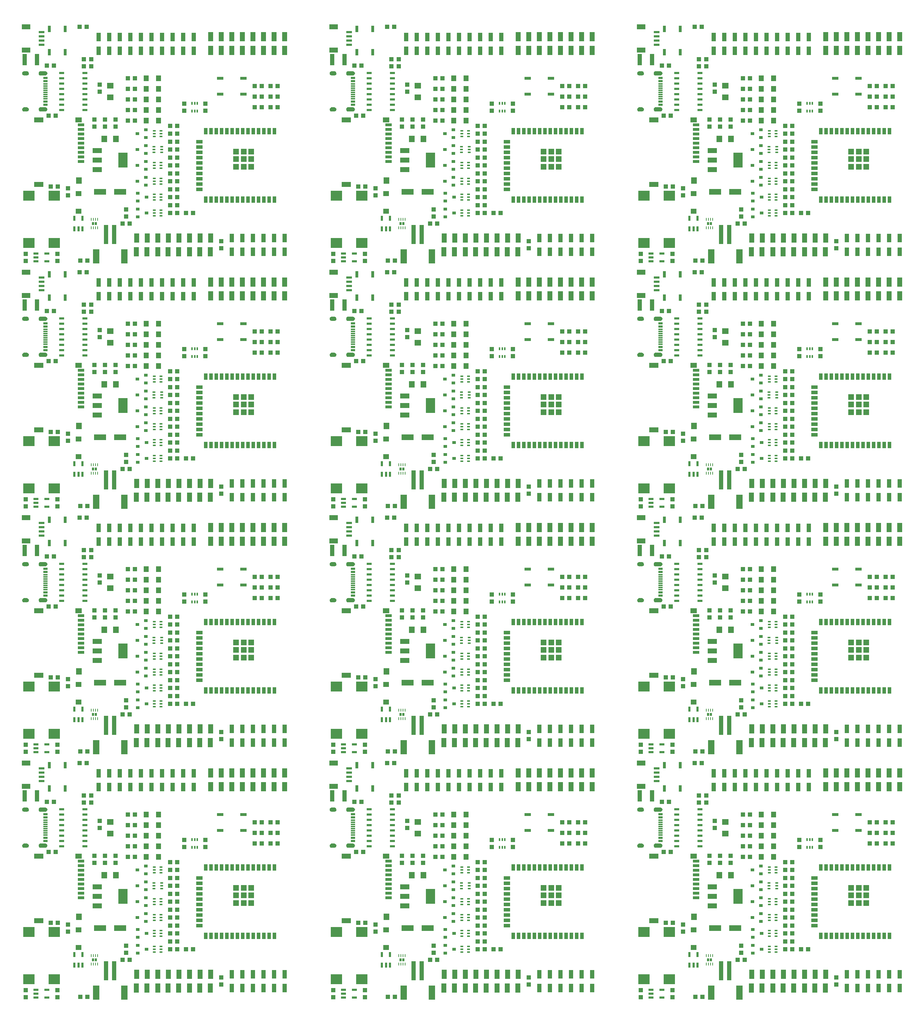
<source format=gtp>
G04 EAGLE Gerber RS-274X export*
G75*
%MOMM*%
%FSLAX34Y34*%
%LPD*%
%INSolderpaste Top*%
%IPPOS*%
%AMOC8*
5,1,8,0,0,1.08239X$1,22.5*%
G01*
%ADD10R,1.100000X1.000000*%
%ADD11R,1.600000X1.400000*%
%ADD12R,1.000000X2.000000*%
%ADD13R,1.200000X2.200000*%
%ADD14R,1.000000X1.100000*%
%ADD15R,1.000000X0.300000*%
%ADD16R,1.000000X0.600000*%
%ADD17R,1.200000X0.600000*%
%ADD18R,1.000000X2.800000*%
%ADD19R,0.300000X0.660000*%
%ADD20R,0.762000X1.524000*%
%ADD21R,2.000000X1.200000*%
%ADD22R,1.350000X0.600000*%
%ADD23R,1.524000X0.762000*%
%ADD24R,1.200000X1.400000*%
%ADD25R,0.900000X1.500000*%
%ADD26R,1.500000X0.900000*%
%ADD27R,1.330000X1.330000*%
%ADD28R,1.600000X0.700000*%
%ADD29R,2.200000X1.200000*%
%ADD30R,1.400000X1.600000*%
%ADD31R,1.600000X1.200000*%
%ADD32R,3.000000X1.400000*%
%ADD33R,1.470000X1.270000*%
%ADD34R,2.800000X2.400000*%
%ADD35R,2.235200X1.219200*%
%ADD36R,2.200000X3.600000*%
%ADD37R,0.800000X0.400000*%
%ADD38R,0.900000X0.800000*%
%ADD39R,0.660000X0.300000*%
%ADD40R,1.200000X0.550000*%
%ADD41R,0.550000X1.200000*%
%ADD42R,1.000000X4.600000*%
%ADD43R,1.600000X3.400000*%
%ADD44R,0.250000X0.637500*%
%ADD45R,0.500000X0.640000*%

G36*
X799445Y2138694D02*
X799445Y2138694D01*
X799448Y2138691D01*
X800543Y2138871D01*
X800549Y2138877D01*
X800554Y2138874D01*
X801582Y2139293D01*
X801586Y2139300D01*
X801591Y2139298D01*
X802500Y2139936D01*
X802503Y2139943D01*
X802508Y2139943D01*
X803252Y2140766D01*
X803253Y2140774D01*
X803259Y2140775D01*
X803801Y2141743D01*
X803800Y2141752D01*
X803806Y2141754D01*
X804119Y2142818D01*
X804116Y2142826D01*
X804121Y2142829D01*
X804189Y2143937D01*
X804185Y2143944D01*
X804189Y2143947D01*
X804019Y2145055D01*
X804013Y2145061D01*
X804016Y2145066D01*
X803604Y2146108D01*
X803597Y2146112D01*
X803599Y2146117D01*
X802965Y2147042D01*
X802957Y2147044D01*
X802958Y2147050D01*
X802135Y2147810D01*
X802126Y2147811D01*
X802126Y2147817D01*
X801154Y2148374D01*
X801146Y2148373D01*
X801144Y2148379D01*
X800072Y2148706D01*
X800064Y2148703D01*
X800061Y2148708D01*
X798944Y2148789D01*
X798941Y2148788D01*
X798940Y2148789D01*
X786940Y2148789D01*
X786937Y2148787D01*
X786930Y2148787D01*
X786929Y2148788D01*
X785985Y2148569D01*
X785979Y2148563D01*
X785974Y2148565D01*
X785102Y2148142D01*
X785099Y2148134D01*
X785093Y2148136D01*
X784337Y2147529D01*
X784335Y2147521D01*
X784329Y2147521D01*
X783728Y2146761D01*
X783728Y2146752D01*
X783722Y2146751D01*
X783304Y2145876D01*
X783306Y2145868D01*
X783301Y2145866D01*
X783089Y2144920D01*
X783092Y2144913D01*
X783087Y2144909D01*
X783091Y2143940D01*
X783091Y2143939D01*
X783110Y2142871D01*
X783115Y2142864D01*
X783111Y2142860D01*
X783367Y2141823D01*
X783374Y2141818D01*
X783371Y2141812D01*
X783852Y2140858D01*
X783859Y2140855D01*
X783858Y2140849D01*
X784539Y2140026D01*
X784547Y2140024D01*
X784547Y2140018D01*
X785394Y2139367D01*
X785402Y2139367D01*
X785403Y2139361D01*
X786374Y2138914D01*
X786382Y2138916D01*
X786384Y2138911D01*
X787430Y2138692D01*
X787437Y2138695D01*
X787440Y2138691D01*
X799440Y2138691D01*
X799445Y2138694D01*
G37*
G36*
X1538585Y370854D02*
X1538585Y370854D01*
X1538588Y370851D01*
X1539683Y371031D01*
X1539689Y371037D01*
X1539694Y371034D01*
X1540722Y371453D01*
X1540726Y371460D01*
X1540731Y371458D01*
X1541640Y372096D01*
X1541643Y372103D01*
X1541648Y372103D01*
X1542392Y372926D01*
X1542393Y372934D01*
X1542399Y372935D01*
X1542941Y373903D01*
X1542940Y373912D01*
X1542946Y373914D01*
X1543259Y374978D01*
X1543256Y374986D01*
X1543261Y374989D01*
X1543329Y376097D01*
X1543325Y376104D01*
X1543329Y376107D01*
X1543159Y377215D01*
X1543153Y377221D01*
X1543156Y377226D01*
X1542744Y378268D01*
X1542737Y378272D01*
X1542739Y378277D01*
X1542105Y379202D01*
X1542097Y379204D01*
X1542098Y379210D01*
X1541275Y379970D01*
X1541266Y379971D01*
X1541266Y379977D01*
X1540294Y380534D01*
X1540286Y380533D01*
X1540284Y380539D01*
X1539212Y380866D01*
X1539204Y380863D01*
X1539201Y380868D01*
X1538084Y380949D01*
X1538081Y380948D01*
X1538080Y380949D01*
X1526080Y380949D01*
X1526077Y380947D01*
X1526070Y380947D01*
X1526069Y380948D01*
X1525125Y380729D01*
X1525119Y380723D01*
X1525114Y380725D01*
X1524242Y380302D01*
X1524239Y380294D01*
X1524233Y380296D01*
X1523477Y379689D01*
X1523475Y379681D01*
X1523469Y379681D01*
X1522868Y378921D01*
X1522868Y378912D01*
X1522862Y378911D01*
X1522444Y378036D01*
X1522446Y378028D01*
X1522441Y378026D01*
X1522229Y377080D01*
X1522232Y377073D01*
X1522227Y377069D01*
X1522231Y376100D01*
X1522231Y376099D01*
X1522250Y375031D01*
X1522255Y375024D01*
X1522251Y375020D01*
X1522507Y373983D01*
X1522514Y373978D01*
X1522511Y373972D01*
X1522992Y373018D01*
X1522999Y373015D01*
X1522998Y373009D01*
X1523679Y372186D01*
X1523687Y372184D01*
X1523687Y372178D01*
X1524534Y371527D01*
X1524542Y371527D01*
X1524543Y371521D01*
X1525514Y371074D01*
X1525522Y371076D01*
X1525524Y371071D01*
X1526570Y370852D01*
X1526577Y370855D01*
X1526580Y370851D01*
X1538580Y370851D01*
X1538585Y370854D01*
G37*
G36*
X799445Y1549414D02*
X799445Y1549414D01*
X799448Y1549411D01*
X800543Y1549591D01*
X800549Y1549597D01*
X800554Y1549594D01*
X801582Y1550013D01*
X801586Y1550020D01*
X801591Y1550018D01*
X802500Y1550656D01*
X802503Y1550663D01*
X802508Y1550663D01*
X803252Y1551486D01*
X803253Y1551494D01*
X803259Y1551495D01*
X803801Y1552463D01*
X803800Y1552472D01*
X803806Y1552474D01*
X804119Y1553538D01*
X804116Y1553546D01*
X804121Y1553549D01*
X804189Y1554657D01*
X804185Y1554664D01*
X804189Y1554667D01*
X804019Y1555775D01*
X804013Y1555781D01*
X804016Y1555786D01*
X803604Y1556828D01*
X803597Y1556832D01*
X803599Y1556837D01*
X802965Y1557762D01*
X802957Y1557764D01*
X802958Y1557770D01*
X802135Y1558530D01*
X802126Y1558531D01*
X802126Y1558537D01*
X801154Y1559094D01*
X801146Y1559093D01*
X801144Y1559099D01*
X800072Y1559426D01*
X800064Y1559423D01*
X800061Y1559428D01*
X798944Y1559509D01*
X798941Y1559508D01*
X798940Y1559509D01*
X786940Y1559509D01*
X786937Y1559507D01*
X786930Y1559507D01*
X786929Y1559508D01*
X785985Y1559289D01*
X785979Y1559283D01*
X785974Y1559285D01*
X785102Y1558862D01*
X785099Y1558854D01*
X785093Y1558856D01*
X784337Y1558249D01*
X784335Y1558241D01*
X784329Y1558241D01*
X783728Y1557481D01*
X783728Y1557472D01*
X783722Y1557471D01*
X783304Y1556596D01*
X783306Y1556588D01*
X783301Y1556586D01*
X783089Y1555640D01*
X783092Y1555633D01*
X783087Y1555629D01*
X783091Y1554660D01*
X783091Y1554659D01*
X783110Y1553591D01*
X783115Y1553584D01*
X783111Y1553580D01*
X783367Y1552543D01*
X783374Y1552538D01*
X783371Y1552532D01*
X783852Y1551578D01*
X783859Y1551575D01*
X783858Y1551569D01*
X784539Y1550746D01*
X784547Y1550744D01*
X784547Y1550738D01*
X785394Y1550087D01*
X785402Y1550087D01*
X785403Y1550081D01*
X786374Y1549634D01*
X786382Y1549636D01*
X786384Y1549631D01*
X787430Y1549412D01*
X787437Y1549415D01*
X787440Y1549411D01*
X799440Y1549411D01*
X799445Y1549414D01*
G37*
G36*
X1538585Y960134D02*
X1538585Y960134D01*
X1538588Y960131D01*
X1539683Y960311D01*
X1539689Y960317D01*
X1539694Y960314D01*
X1540722Y960733D01*
X1540726Y960740D01*
X1540731Y960738D01*
X1541640Y961376D01*
X1541643Y961383D01*
X1541648Y961383D01*
X1542392Y962206D01*
X1542393Y962214D01*
X1542399Y962215D01*
X1542941Y963183D01*
X1542940Y963192D01*
X1542946Y963194D01*
X1543259Y964258D01*
X1543256Y964266D01*
X1543261Y964269D01*
X1543329Y965377D01*
X1543325Y965384D01*
X1543329Y965387D01*
X1543159Y966495D01*
X1543153Y966501D01*
X1543156Y966506D01*
X1542744Y967548D01*
X1542737Y967552D01*
X1542739Y967557D01*
X1542105Y968482D01*
X1542097Y968484D01*
X1542098Y968490D01*
X1541275Y969250D01*
X1541266Y969251D01*
X1541266Y969257D01*
X1540294Y969814D01*
X1540286Y969813D01*
X1540284Y969819D01*
X1539212Y970146D01*
X1539204Y970143D01*
X1539201Y970148D01*
X1538084Y970229D01*
X1538081Y970228D01*
X1538080Y970229D01*
X1526080Y970229D01*
X1526077Y970227D01*
X1526070Y970227D01*
X1526069Y970228D01*
X1525125Y970009D01*
X1525119Y970003D01*
X1525114Y970005D01*
X1524242Y969582D01*
X1524239Y969574D01*
X1524233Y969576D01*
X1523477Y968969D01*
X1523475Y968961D01*
X1523469Y968961D01*
X1522868Y968201D01*
X1522868Y968192D01*
X1522862Y968191D01*
X1522444Y967316D01*
X1522446Y967308D01*
X1522441Y967306D01*
X1522229Y966360D01*
X1522232Y966353D01*
X1522227Y966349D01*
X1522231Y965380D01*
X1522231Y965379D01*
X1522250Y964311D01*
X1522255Y964304D01*
X1522251Y964300D01*
X1522507Y963263D01*
X1522514Y963258D01*
X1522511Y963252D01*
X1522992Y962298D01*
X1522999Y962295D01*
X1522998Y962289D01*
X1523679Y961466D01*
X1523687Y961464D01*
X1523687Y961458D01*
X1524534Y960807D01*
X1524542Y960807D01*
X1524543Y960801D01*
X1525514Y960354D01*
X1525522Y960356D01*
X1525524Y960351D01*
X1526570Y960132D01*
X1526577Y960135D01*
X1526580Y960131D01*
X1538580Y960131D01*
X1538585Y960134D01*
G37*
G36*
X799445Y960134D02*
X799445Y960134D01*
X799448Y960131D01*
X800543Y960311D01*
X800549Y960317D01*
X800554Y960314D01*
X801582Y960733D01*
X801586Y960740D01*
X801591Y960738D01*
X802500Y961376D01*
X802503Y961383D01*
X802508Y961383D01*
X803252Y962206D01*
X803253Y962214D01*
X803259Y962215D01*
X803801Y963183D01*
X803800Y963192D01*
X803806Y963194D01*
X804119Y964258D01*
X804116Y964266D01*
X804121Y964269D01*
X804189Y965377D01*
X804185Y965384D01*
X804189Y965387D01*
X804019Y966495D01*
X804013Y966501D01*
X804016Y966506D01*
X803604Y967548D01*
X803597Y967552D01*
X803599Y967557D01*
X802965Y968482D01*
X802957Y968484D01*
X802958Y968490D01*
X802135Y969250D01*
X802126Y969251D01*
X802126Y969257D01*
X801154Y969814D01*
X801146Y969813D01*
X801144Y969819D01*
X800072Y970146D01*
X800064Y970143D01*
X800061Y970148D01*
X798944Y970229D01*
X798941Y970228D01*
X798940Y970229D01*
X786940Y970229D01*
X786937Y970227D01*
X786930Y970227D01*
X786929Y970228D01*
X785985Y970009D01*
X785979Y970003D01*
X785974Y970005D01*
X785102Y969582D01*
X785099Y969574D01*
X785093Y969576D01*
X784337Y968969D01*
X784335Y968961D01*
X784329Y968961D01*
X783728Y968201D01*
X783728Y968192D01*
X783722Y968191D01*
X783304Y967316D01*
X783306Y967308D01*
X783301Y967306D01*
X783089Y966360D01*
X783092Y966353D01*
X783087Y966349D01*
X783091Y965380D01*
X783091Y965379D01*
X783110Y964311D01*
X783115Y964304D01*
X783111Y964300D01*
X783367Y963263D01*
X783374Y963258D01*
X783371Y963252D01*
X783852Y962298D01*
X783859Y962295D01*
X783858Y962289D01*
X784539Y961466D01*
X784547Y961464D01*
X784547Y961458D01*
X785394Y960807D01*
X785402Y960807D01*
X785403Y960801D01*
X786374Y960354D01*
X786382Y960356D01*
X786384Y960351D01*
X787430Y960132D01*
X787437Y960135D01*
X787440Y960131D01*
X799440Y960131D01*
X799445Y960134D01*
G37*
G36*
X799445Y370854D02*
X799445Y370854D01*
X799448Y370851D01*
X800543Y371031D01*
X800549Y371037D01*
X800554Y371034D01*
X801582Y371453D01*
X801586Y371460D01*
X801591Y371458D01*
X802500Y372096D01*
X802503Y372103D01*
X802508Y372103D01*
X803252Y372926D01*
X803253Y372934D01*
X803259Y372935D01*
X803801Y373903D01*
X803800Y373912D01*
X803806Y373914D01*
X804119Y374978D01*
X804116Y374986D01*
X804121Y374989D01*
X804189Y376097D01*
X804185Y376104D01*
X804189Y376107D01*
X804019Y377215D01*
X804013Y377221D01*
X804016Y377226D01*
X803604Y378268D01*
X803597Y378272D01*
X803599Y378277D01*
X802965Y379202D01*
X802957Y379204D01*
X802958Y379210D01*
X802135Y379970D01*
X802126Y379971D01*
X802126Y379977D01*
X801154Y380534D01*
X801146Y380533D01*
X801144Y380539D01*
X800072Y380866D01*
X800064Y380863D01*
X800061Y380868D01*
X798944Y380949D01*
X798941Y380948D01*
X798940Y380949D01*
X786940Y380949D01*
X786937Y380947D01*
X786930Y380947D01*
X786929Y380948D01*
X785985Y380729D01*
X785979Y380723D01*
X785974Y380725D01*
X785102Y380302D01*
X785099Y380294D01*
X785093Y380296D01*
X784337Y379689D01*
X784335Y379681D01*
X784329Y379681D01*
X783728Y378921D01*
X783728Y378912D01*
X783722Y378911D01*
X783304Y378036D01*
X783306Y378028D01*
X783301Y378026D01*
X783089Y377080D01*
X783092Y377073D01*
X783087Y377069D01*
X783091Y376100D01*
X783091Y376099D01*
X783110Y375031D01*
X783115Y375024D01*
X783111Y375020D01*
X783367Y373983D01*
X783374Y373978D01*
X783371Y373972D01*
X783852Y373018D01*
X783859Y373015D01*
X783858Y373009D01*
X784539Y372186D01*
X784547Y372184D01*
X784547Y372178D01*
X785394Y371527D01*
X785402Y371527D01*
X785403Y371521D01*
X786374Y371074D01*
X786382Y371076D01*
X786384Y371071D01*
X787430Y370852D01*
X787437Y370855D01*
X787440Y370851D01*
X799440Y370851D01*
X799445Y370854D01*
G37*
G36*
X60305Y370854D02*
X60305Y370854D01*
X60308Y370851D01*
X61403Y371031D01*
X61409Y371037D01*
X61414Y371034D01*
X62442Y371453D01*
X62446Y371460D01*
X62451Y371458D01*
X63360Y372096D01*
X63363Y372103D01*
X63368Y372103D01*
X64112Y372926D01*
X64113Y372934D01*
X64119Y372935D01*
X64661Y373903D01*
X64660Y373912D01*
X64666Y373914D01*
X64979Y374978D01*
X64976Y374986D01*
X64981Y374989D01*
X65049Y376097D01*
X65045Y376104D01*
X65049Y376107D01*
X64879Y377215D01*
X64873Y377221D01*
X64876Y377226D01*
X64464Y378268D01*
X64457Y378272D01*
X64459Y378277D01*
X63825Y379202D01*
X63817Y379204D01*
X63818Y379210D01*
X62995Y379970D01*
X62986Y379971D01*
X62986Y379977D01*
X62014Y380534D01*
X62006Y380533D01*
X62004Y380539D01*
X60932Y380866D01*
X60924Y380863D01*
X60921Y380868D01*
X59804Y380949D01*
X59801Y380948D01*
X59800Y380949D01*
X47800Y380949D01*
X47797Y380947D01*
X47790Y380947D01*
X47789Y380948D01*
X46845Y380729D01*
X46839Y380723D01*
X46834Y380725D01*
X45962Y380302D01*
X45959Y380294D01*
X45953Y380296D01*
X45197Y379689D01*
X45195Y379681D01*
X45189Y379681D01*
X44588Y378921D01*
X44588Y378912D01*
X44582Y378911D01*
X44164Y378036D01*
X44166Y378028D01*
X44161Y378026D01*
X43949Y377080D01*
X43952Y377073D01*
X43947Y377069D01*
X43951Y376100D01*
X43951Y376099D01*
X43970Y375031D01*
X43975Y375024D01*
X43971Y375020D01*
X44227Y373983D01*
X44234Y373978D01*
X44231Y373972D01*
X44712Y373018D01*
X44719Y373015D01*
X44718Y373009D01*
X45399Y372186D01*
X45407Y372184D01*
X45407Y372178D01*
X46254Y371527D01*
X46262Y371527D01*
X46263Y371521D01*
X47234Y371074D01*
X47242Y371076D01*
X47244Y371071D01*
X48290Y370852D01*
X48297Y370855D01*
X48300Y370851D01*
X60300Y370851D01*
X60305Y370854D01*
G37*
G36*
X1538585Y1549414D02*
X1538585Y1549414D01*
X1538588Y1549411D01*
X1539683Y1549591D01*
X1539689Y1549597D01*
X1539694Y1549594D01*
X1540722Y1550013D01*
X1540726Y1550020D01*
X1540731Y1550018D01*
X1541640Y1550656D01*
X1541643Y1550663D01*
X1541648Y1550663D01*
X1542392Y1551486D01*
X1542393Y1551494D01*
X1542399Y1551495D01*
X1542941Y1552463D01*
X1542940Y1552472D01*
X1542946Y1552474D01*
X1543259Y1553538D01*
X1543256Y1553546D01*
X1543261Y1553549D01*
X1543329Y1554657D01*
X1543325Y1554664D01*
X1543329Y1554667D01*
X1543159Y1555775D01*
X1543153Y1555781D01*
X1543156Y1555786D01*
X1542744Y1556828D01*
X1542737Y1556832D01*
X1542739Y1556837D01*
X1542105Y1557762D01*
X1542097Y1557764D01*
X1542098Y1557770D01*
X1541275Y1558530D01*
X1541266Y1558531D01*
X1541266Y1558537D01*
X1540294Y1559094D01*
X1540286Y1559093D01*
X1540284Y1559099D01*
X1539212Y1559426D01*
X1539204Y1559423D01*
X1539201Y1559428D01*
X1538084Y1559509D01*
X1538081Y1559508D01*
X1538080Y1559509D01*
X1526080Y1559509D01*
X1526077Y1559507D01*
X1526070Y1559507D01*
X1526069Y1559508D01*
X1525125Y1559289D01*
X1525119Y1559283D01*
X1525114Y1559285D01*
X1524242Y1558862D01*
X1524239Y1558854D01*
X1524233Y1558856D01*
X1523477Y1558249D01*
X1523475Y1558241D01*
X1523469Y1558241D01*
X1522868Y1557481D01*
X1522868Y1557472D01*
X1522862Y1557471D01*
X1522444Y1556596D01*
X1522446Y1556588D01*
X1522441Y1556586D01*
X1522229Y1555640D01*
X1522232Y1555633D01*
X1522227Y1555629D01*
X1522231Y1554660D01*
X1522231Y1554659D01*
X1522250Y1553591D01*
X1522255Y1553584D01*
X1522251Y1553580D01*
X1522507Y1552543D01*
X1522514Y1552538D01*
X1522511Y1552532D01*
X1522992Y1551578D01*
X1522999Y1551575D01*
X1522998Y1551569D01*
X1523679Y1550746D01*
X1523687Y1550744D01*
X1523687Y1550738D01*
X1524534Y1550087D01*
X1524542Y1550087D01*
X1524543Y1550081D01*
X1525514Y1549634D01*
X1525522Y1549636D01*
X1525524Y1549631D01*
X1526570Y1549412D01*
X1526577Y1549415D01*
X1526580Y1549411D01*
X1538580Y1549411D01*
X1538585Y1549414D01*
G37*
G36*
X60305Y1549414D02*
X60305Y1549414D01*
X60308Y1549411D01*
X61403Y1549591D01*
X61409Y1549597D01*
X61414Y1549594D01*
X62442Y1550013D01*
X62446Y1550020D01*
X62451Y1550018D01*
X63360Y1550656D01*
X63363Y1550663D01*
X63368Y1550663D01*
X64112Y1551486D01*
X64113Y1551494D01*
X64119Y1551495D01*
X64661Y1552463D01*
X64660Y1552472D01*
X64666Y1552474D01*
X64979Y1553538D01*
X64976Y1553546D01*
X64981Y1553549D01*
X65049Y1554657D01*
X65045Y1554664D01*
X65049Y1554667D01*
X64879Y1555775D01*
X64873Y1555781D01*
X64876Y1555786D01*
X64464Y1556828D01*
X64457Y1556832D01*
X64459Y1556837D01*
X63825Y1557762D01*
X63817Y1557764D01*
X63818Y1557770D01*
X62995Y1558530D01*
X62986Y1558531D01*
X62986Y1558537D01*
X62014Y1559094D01*
X62006Y1559093D01*
X62004Y1559099D01*
X60932Y1559426D01*
X60924Y1559423D01*
X60921Y1559428D01*
X59804Y1559509D01*
X59801Y1559508D01*
X59800Y1559509D01*
X47800Y1559509D01*
X47797Y1559507D01*
X47790Y1559507D01*
X47789Y1559508D01*
X46845Y1559289D01*
X46839Y1559283D01*
X46834Y1559285D01*
X45962Y1558862D01*
X45959Y1558854D01*
X45953Y1558856D01*
X45197Y1558249D01*
X45195Y1558241D01*
X45189Y1558241D01*
X44588Y1557481D01*
X44588Y1557472D01*
X44582Y1557471D01*
X44164Y1556596D01*
X44166Y1556588D01*
X44161Y1556586D01*
X43949Y1555640D01*
X43952Y1555633D01*
X43947Y1555629D01*
X43951Y1554660D01*
X43951Y1554659D01*
X43970Y1553591D01*
X43975Y1553584D01*
X43971Y1553580D01*
X44227Y1552543D01*
X44234Y1552538D01*
X44231Y1552532D01*
X44712Y1551578D01*
X44719Y1551575D01*
X44718Y1551569D01*
X45399Y1550746D01*
X45407Y1550744D01*
X45407Y1550738D01*
X46254Y1550087D01*
X46262Y1550087D01*
X46263Y1550081D01*
X47234Y1549634D01*
X47242Y1549636D01*
X47244Y1549631D01*
X48290Y1549412D01*
X48297Y1549415D01*
X48300Y1549411D01*
X60300Y1549411D01*
X60305Y1549414D01*
G37*
G36*
X60305Y2138694D02*
X60305Y2138694D01*
X60308Y2138691D01*
X61403Y2138871D01*
X61409Y2138877D01*
X61414Y2138874D01*
X62442Y2139293D01*
X62446Y2139300D01*
X62451Y2139298D01*
X63360Y2139936D01*
X63363Y2139943D01*
X63368Y2139943D01*
X64112Y2140766D01*
X64113Y2140774D01*
X64119Y2140775D01*
X64661Y2141743D01*
X64660Y2141752D01*
X64666Y2141754D01*
X64979Y2142818D01*
X64976Y2142826D01*
X64981Y2142829D01*
X65049Y2143937D01*
X65045Y2143944D01*
X65049Y2143947D01*
X64879Y2145055D01*
X64873Y2145061D01*
X64876Y2145066D01*
X64464Y2146108D01*
X64457Y2146112D01*
X64459Y2146117D01*
X63825Y2147042D01*
X63817Y2147044D01*
X63818Y2147050D01*
X62995Y2147810D01*
X62986Y2147811D01*
X62986Y2147817D01*
X62014Y2148374D01*
X62006Y2148373D01*
X62004Y2148379D01*
X60932Y2148706D01*
X60924Y2148703D01*
X60921Y2148708D01*
X59804Y2148789D01*
X59801Y2148788D01*
X59800Y2148789D01*
X47800Y2148789D01*
X47797Y2148787D01*
X47790Y2148787D01*
X47789Y2148788D01*
X46845Y2148569D01*
X46839Y2148563D01*
X46834Y2148565D01*
X45962Y2148142D01*
X45959Y2148134D01*
X45953Y2148136D01*
X45197Y2147529D01*
X45195Y2147521D01*
X45189Y2147521D01*
X44588Y2146761D01*
X44588Y2146752D01*
X44582Y2146751D01*
X44164Y2145876D01*
X44166Y2145868D01*
X44161Y2145866D01*
X43949Y2144920D01*
X43952Y2144913D01*
X43947Y2144909D01*
X43951Y2143940D01*
X43951Y2143939D01*
X43970Y2142871D01*
X43975Y2142864D01*
X43971Y2142860D01*
X44227Y2141823D01*
X44234Y2141818D01*
X44231Y2141812D01*
X44712Y2140858D01*
X44719Y2140855D01*
X44718Y2140849D01*
X45399Y2140026D01*
X45407Y2140024D01*
X45407Y2140018D01*
X46254Y2139367D01*
X46262Y2139367D01*
X46263Y2139361D01*
X47234Y2138914D01*
X47242Y2138916D01*
X47244Y2138911D01*
X48290Y2138692D01*
X48297Y2138695D01*
X48300Y2138691D01*
X60300Y2138691D01*
X60305Y2138694D01*
G37*
G36*
X1538585Y2138694D02*
X1538585Y2138694D01*
X1538588Y2138691D01*
X1539683Y2138871D01*
X1539689Y2138877D01*
X1539694Y2138874D01*
X1540722Y2139293D01*
X1540726Y2139300D01*
X1540731Y2139298D01*
X1541640Y2139936D01*
X1541643Y2139943D01*
X1541648Y2139943D01*
X1542392Y2140766D01*
X1542393Y2140774D01*
X1542399Y2140775D01*
X1542941Y2141743D01*
X1542940Y2141752D01*
X1542946Y2141754D01*
X1543259Y2142818D01*
X1543256Y2142826D01*
X1543261Y2142829D01*
X1543329Y2143937D01*
X1543325Y2143944D01*
X1543329Y2143947D01*
X1543159Y2145055D01*
X1543153Y2145061D01*
X1543156Y2145066D01*
X1542744Y2146108D01*
X1542737Y2146112D01*
X1542739Y2146117D01*
X1542105Y2147042D01*
X1542097Y2147044D01*
X1542098Y2147050D01*
X1541275Y2147810D01*
X1541266Y2147811D01*
X1541266Y2147817D01*
X1540294Y2148374D01*
X1540286Y2148373D01*
X1540284Y2148379D01*
X1539212Y2148706D01*
X1539204Y2148703D01*
X1539201Y2148708D01*
X1538084Y2148789D01*
X1538081Y2148788D01*
X1538080Y2148789D01*
X1526080Y2148789D01*
X1526077Y2148787D01*
X1526070Y2148787D01*
X1526069Y2148788D01*
X1525125Y2148569D01*
X1525119Y2148563D01*
X1525114Y2148565D01*
X1524242Y2148142D01*
X1524239Y2148134D01*
X1524233Y2148136D01*
X1523477Y2147529D01*
X1523475Y2147521D01*
X1523469Y2147521D01*
X1522868Y2146761D01*
X1522868Y2146752D01*
X1522862Y2146751D01*
X1522444Y2145876D01*
X1522446Y2145868D01*
X1522441Y2145866D01*
X1522229Y2144920D01*
X1522232Y2144913D01*
X1522227Y2144909D01*
X1522231Y2143940D01*
X1522231Y2143939D01*
X1522250Y2142871D01*
X1522255Y2142864D01*
X1522251Y2142860D01*
X1522507Y2141823D01*
X1522514Y2141818D01*
X1522511Y2141812D01*
X1522992Y2140858D01*
X1522999Y2140855D01*
X1522998Y2140849D01*
X1523679Y2140026D01*
X1523687Y2140024D01*
X1523687Y2140018D01*
X1524534Y2139367D01*
X1524542Y2139367D01*
X1524543Y2139361D01*
X1525514Y2138914D01*
X1525522Y2138916D01*
X1525524Y2138911D01*
X1526570Y2138692D01*
X1526577Y2138695D01*
X1526580Y2138691D01*
X1538580Y2138691D01*
X1538585Y2138694D01*
G37*
G36*
X60305Y960134D02*
X60305Y960134D01*
X60308Y960131D01*
X61403Y960311D01*
X61409Y960317D01*
X61414Y960314D01*
X62442Y960733D01*
X62446Y960740D01*
X62451Y960738D01*
X63360Y961376D01*
X63363Y961383D01*
X63368Y961383D01*
X64112Y962206D01*
X64113Y962214D01*
X64119Y962215D01*
X64661Y963183D01*
X64660Y963192D01*
X64666Y963194D01*
X64979Y964258D01*
X64976Y964266D01*
X64981Y964269D01*
X65049Y965377D01*
X65045Y965384D01*
X65049Y965387D01*
X64879Y966495D01*
X64873Y966501D01*
X64876Y966506D01*
X64464Y967548D01*
X64457Y967552D01*
X64459Y967557D01*
X63825Y968482D01*
X63817Y968484D01*
X63818Y968490D01*
X62995Y969250D01*
X62986Y969251D01*
X62986Y969257D01*
X62014Y969814D01*
X62006Y969813D01*
X62004Y969819D01*
X60932Y970146D01*
X60924Y970143D01*
X60921Y970148D01*
X59804Y970229D01*
X59801Y970228D01*
X59800Y970229D01*
X47800Y970229D01*
X47797Y970227D01*
X47790Y970227D01*
X47789Y970228D01*
X46845Y970009D01*
X46839Y970003D01*
X46834Y970005D01*
X45962Y969582D01*
X45959Y969574D01*
X45953Y969576D01*
X45197Y968969D01*
X45195Y968961D01*
X45189Y968961D01*
X44588Y968201D01*
X44588Y968192D01*
X44582Y968191D01*
X44164Y967316D01*
X44166Y967308D01*
X44161Y967306D01*
X43949Y966360D01*
X43952Y966353D01*
X43947Y966349D01*
X43951Y965380D01*
X43951Y965379D01*
X43970Y964311D01*
X43975Y964304D01*
X43971Y964300D01*
X44227Y963263D01*
X44234Y963258D01*
X44231Y963252D01*
X44712Y962298D01*
X44719Y962295D01*
X44718Y962289D01*
X45399Y961466D01*
X45407Y961464D01*
X45407Y961458D01*
X46254Y960807D01*
X46262Y960807D01*
X46263Y960801D01*
X47234Y960354D01*
X47242Y960356D01*
X47244Y960351D01*
X48290Y960132D01*
X48297Y960135D01*
X48300Y960131D01*
X60300Y960131D01*
X60305Y960134D01*
G37*
G36*
X799445Y457255D02*
X799445Y457255D01*
X799448Y457251D01*
X800554Y457444D01*
X800559Y457449D01*
X800559Y457450D01*
X800564Y457447D01*
X801599Y457880D01*
X801603Y457887D01*
X801608Y457885D01*
X802521Y458538D01*
X802523Y458546D01*
X802529Y458545D01*
X803273Y459384D01*
X803274Y459393D01*
X803279Y459393D01*
X803818Y460377D01*
X803817Y460385D01*
X803818Y460386D01*
X803822Y460387D01*
X803823Y460389D01*
X804005Y461030D01*
X804129Y461466D01*
X804127Y461471D01*
X804129Y461473D01*
X804127Y461475D01*
X804131Y461477D01*
X804189Y462597D01*
X804186Y462602D01*
X804189Y462606D01*
X804071Y463651D01*
X804065Y463657D01*
X804069Y463662D01*
X803721Y464656D01*
X803714Y464660D01*
X803716Y464665D01*
X803156Y465557D01*
X803149Y465560D01*
X803149Y465565D01*
X802405Y466309D01*
X802397Y466311D01*
X802397Y466316D01*
X801505Y466876D01*
X801497Y466876D01*
X801496Y466881D01*
X800502Y467229D01*
X800494Y467226D01*
X800491Y467231D01*
X799446Y467349D01*
X799442Y467347D01*
X799440Y467349D01*
X787440Y467349D01*
X787437Y467347D01*
X787434Y467347D01*
X787432Y467349D01*
X786436Y467191D01*
X786430Y467185D01*
X786425Y467188D01*
X785489Y466813D01*
X785485Y466806D01*
X785479Y466808D01*
X784650Y466234D01*
X784647Y466226D01*
X784642Y466227D01*
X783961Y465483D01*
X783960Y465474D01*
X783954Y465474D01*
X783456Y464597D01*
X783457Y464589D01*
X783452Y464586D01*
X783264Y463962D01*
X783161Y463621D01*
X783162Y463618D01*
X783161Y463617D01*
X783164Y463613D01*
X783159Y463610D01*
X783091Y462603D01*
X783092Y462601D01*
X783091Y462600D01*
X783100Y461519D01*
X783105Y461512D01*
X783101Y461508D01*
X783351Y460456D01*
X783357Y460451D01*
X783354Y460446D01*
X783831Y459476D01*
X783839Y459473D01*
X783837Y459467D01*
X784518Y458628D01*
X784526Y458626D01*
X784526Y458620D01*
X785377Y457954D01*
X785385Y457953D01*
X785386Y457948D01*
X786363Y457487D01*
X786371Y457489D01*
X786374Y457484D01*
X787429Y457252D01*
X787437Y457255D01*
X787440Y457251D01*
X799440Y457251D01*
X799445Y457255D01*
G37*
G36*
X1538585Y1046535D02*
X1538585Y1046535D01*
X1538588Y1046531D01*
X1539694Y1046724D01*
X1539699Y1046729D01*
X1539699Y1046730D01*
X1539704Y1046727D01*
X1540739Y1047160D01*
X1540743Y1047167D01*
X1540748Y1047165D01*
X1541661Y1047818D01*
X1541663Y1047826D01*
X1541669Y1047825D01*
X1542413Y1048664D01*
X1542414Y1048673D01*
X1542419Y1048673D01*
X1542958Y1049657D01*
X1542957Y1049665D01*
X1542958Y1049666D01*
X1542962Y1049667D01*
X1542963Y1049669D01*
X1543145Y1050310D01*
X1543269Y1050746D01*
X1543267Y1050751D01*
X1543269Y1050753D01*
X1543267Y1050755D01*
X1543271Y1050757D01*
X1543329Y1051877D01*
X1543326Y1051882D01*
X1543329Y1051886D01*
X1543211Y1052931D01*
X1543205Y1052937D01*
X1543209Y1052942D01*
X1542861Y1053936D01*
X1542854Y1053940D01*
X1542856Y1053945D01*
X1542296Y1054837D01*
X1542289Y1054840D01*
X1542289Y1054845D01*
X1541545Y1055589D01*
X1541537Y1055591D01*
X1541537Y1055596D01*
X1540645Y1056156D01*
X1540637Y1056156D01*
X1540636Y1056161D01*
X1539642Y1056509D01*
X1539634Y1056506D01*
X1539631Y1056511D01*
X1538586Y1056629D01*
X1538582Y1056627D01*
X1538580Y1056629D01*
X1526580Y1056629D01*
X1526577Y1056627D01*
X1526574Y1056627D01*
X1526572Y1056629D01*
X1525576Y1056471D01*
X1525570Y1056465D01*
X1525565Y1056468D01*
X1524629Y1056093D01*
X1524625Y1056086D01*
X1524619Y1056088D01*
X1523790Y1055514D01*
X1523787Y1055506D01*
X1523782Y1055507D01*
X1523101Y1054763D01*
X1523100Y1054754D01*
X1523094Y1054754D01*
X1522596Y1053877D01*
X1522597Y1053869D01*
X1522592Y1053866D01*
X1522404Y1053242D01*
X1522301Y1052901D01*
X1522302Y1052898D01*
X1522301Y1052897D01*
X1522304Y1052893D01*
X1522299Y1052890D01*
X1522231Y1051883D01*
X1522232Y1051881D01*
X1522231Y1051880D01*
X1522240Y1050799D01*
X1522245Y1050792D01*
X1522241Y1050788D01*
X1522491Y1049736D01*
X1522497Y1049731D01*
X1522494Y1049726D01*
X1522971Y1048756D01*
X1522979Y1048753D01*
X1522977Y1048747D01*
X1523658Y1047908D01*
X1523666Y1047906D01*
X1523666Y1047900D01*
X1524517Y1047234D01*
X1524525Y1047233D01*
X1524526Y1047228D01*
X1525503Y1046767D01*
X1525511Y1046769D01*
X1525514Y1046764D01*
X1526569Y1046532D01*
X1526577Y1046535D01*
X1526580Y1046531D01*
X1538580Y1046531D01*
X1538585Y1046535D01*
G37*
G36*
X60305Y2225095D02*
X60305Y2225095D01*
X60308Y2225091D01*
X61414Y2225284D01*
X61419Y2225289D01*
X61419Y2225290D01*
X61424Y2225287D01*
X62459Y2225720D01*
X62463Y2225727D01*
X62468Y2225725D01*
X63381Y2226378D01*
X63383Y2226386D01*
X63389Y2226385D01*
X64133Y2227224D01*
X64134Y2227233D01*
X64139Y2227233D01*
X64678Y2228217D01*
X64677Y2228225D01*
X64678Y2228226D01*
X64682Y2228227D01*
X64683Y2228229D01*
X64865Y2228870D01*
X64989Y2229306D01*
X64987Y2229311D01*
X64989Y2229313D01*
X64987Y2229315D01*
X64991Y2229317D01*
X65049Y2230437D01*
X65046Y2230442D01*
X65049Y2230446D01*
X64931Y2231491D01*
X64925Y2231497D01*
X64929Y2231502D01*
X64581Y2232496D01*
X64574Y2232500D01*
X64576Y2232505D01*
X64016Y2233397D01*
X64009Y2233400D01*
X64009Y2233405D01*
X63265Y2234149D01*
X63257Y2234151D01*
X63257Y2234156D01*
X62365Y2234716D01*
X62357Y2234716D01*
X62356Y2234721D01*
X61362Y2235069D01*
X61354Y2235066D01*
X61351Y2235071D01*
X60306Y2235189D01*
X60302Y2235187D01*
X60300Y2235189D01*
X48300Y2235189D01*
X48297Y2235187D01*
X48294Y2235187D01*
X48292Y2235189D01*
X47296Y2235031D01*
X47290Y2235025D01*
X47285Y2235028D01*
X46349Y2234653D01*
X46345Y2234646D01*
X46339Y2234648D01*
X45510Y2234074D01*
X45507Y2234066D01*
X45502Y2234067D01*
X44821Y2233323D01*
X44820Y2233314D01*
X44814Y2233314D01*
X44316Y2232437D01*
X44317Y2232429D01*
X44312Y2232426D01*
X44124Y2231802D01*
X44021Y2231461D01*
X44022Y2231458D01*
X44021Y2231457D01*
X44024Y2231453D01*
X44019Y2231450D01*
X43951Y2230443D01*
X43952Y2230441D01*
X43951Y2230440D01*
X43960Y2229359D01*
X43965Y2229352D01*
X43961Y2229348D01*
X44211Y2228296D01*
X44217Y2228291D01*
X44214Y2228286D01*
X44691Y2227316D01*
X44699Y2227313D01*
X44697Y2227307D01*
X45378Y2226468D01*
X45386Y2226466D01*
X45386Y2226460D01*
X46237Y2225794D01*
X46245Y2225793D01*
X46246Y2225788D01*
X47223Y2225327D01*
X47231Y2225329D01*
X47234Y2225324D01*
X48289Y2225092D01*
X48297Y2225095D01*
X48300Y2225091D01*
X60300Y2225091D01*
X60305Y2225095D01*
G37*
G36*
X799445Y2225095D02*
X799445Y2225095D01*
X799448Y2225091D01*
X800554Y2225284D01*
X800559Y2225289D01*
X800559Y2225290D01*
X800564Y2225287D01*
X801599Y2225720D01*
X801603Y2225727D01*
X801608Y2225725D01*
X802521Y2226378D01*
X802523Y2226386D01*
X802529Y2226385D01*
X803273Y2227224D01*
X803274Y2227233D01*
X803279Y2227233D01*
X803818Y2228217D01*
X803817Y2228225D01*
X803818Y2228226D01*
X803822Y2228227D01*
X803823Y2228229D01*
X804005Y2228870D01*
X804129Y2229306D01*
X804127Y2229311D01*
X804129Y2229313D01*
X804127Y2229315D01*
X804131Y2229317D01*
X804189Y2230437D01*
X804186Y2230442D01*
X804189Y2230446D01*
X804071Y2231491D01*
X804065Y2231497D01*
X804069Y2231502D01*
X803721Y2232496D01*
X803714Y2232500D01*
X803716Y2232505D01*
X803156Y2233397D01*
X803149Y2233400D01*
X803149Y2233405D01*
X802405Y2234149D01*
X802397Y2234151D01*
X802397Y2234156D01*
X801505Y2234716D01*
X801497Y2234716D01*
X801496Y2234721D01*
X800502Y2235069D01*
X800494Y2235066D01*
X800491Y2235071D01*
X799446Y2235189D01*
X799442Y2235187D01*
X799440Y2235189D01*
X787440Y2235189D01*
X787437Y2235187D01*
X787434Y2235187D01*
X787432Y2235189D01*
X786436Y2235031D01*
X786430Y2235025D01*
X786425Y2235028D01*
X785489Y2234653D01*
X785485Y2234646D01*
X785479Y2234648D01*
X784650Y2234074D01*
X784647Y2234066D01*
X784642Y2234067D01*
X783961Y2233323D01*
X783960Y2233314D01*
X783954Y2233314D01*
X783456Y2232437D01*
X783457Y2232429D01*
X783452Y2232426D01*
X783264Y2231802D01*
X783161Y2231461D01*
X783162Y2231458D01*
X783161Y2231457D01*
X783164Y2231453D01*
X783159Y2231450D01*
X783091Y2230443D01*
X783092Y2230441D01*
X783091Y2230440D01*
X783100Y2229359D01*
X783105Y2229352D01*
X783101Y2229348D01*
X783351Y2228296D01*
X783357Y2228291D01*
X783354Y2228286D01*
X783831Y2227316D01*
X783839Y2227313D01*
X783837Y2227307D01*
X784518Y2226468D01*
X784526Y2226466D01*
X784526Y2226460D01*
X785377Y2225794D01*
X785385Y2225793D01*
X785386Y2225788D01*
X786363Y2225327D01*
X786371Y2225329D01*
X786374Y2225324D01*
X787429Y2225092D01*
X787437Y2225095D01*
X787440Y2225091D01*
X799440Y2225091D01*
X799445Y2225095D01*
G37*
G36*
X60305Y1046535D02*
X60305Y1046535D01*
X60308Y1046531D01*
X61414Y1046724D01*
X61419Y1046729D01*
X61419Y1046730D01*
X61424Y1046727D01*
X62459Y1047160D01*
X62463Y1047167D01*
X62468Y1047165D01*
X63381Y1047818D01*
X63383Y1047826D01*
X63389Y1047825D01*
X64133Y1048664D01*
X64134Y1048673D01*
X64139Y1048673D01*
X64678Y1049657D01*
X64677Y1049665D01*
X64678Y1049666D01*
X64682Y1049667D01*
X64683Y1049669D01*
X64865Y1050310D01*
X64989Y1050746D01*
X64987Y1050751D01*
X64989Y1050753D01*
X64987Y1050755D01*
X64991Y1050757D01*
X65049Y1051877D01*
X65046Y1051882D01*
X65049Y1051886D01*
X64931Y1052931D01*
X64925Y1052937D01*
X64929Y1052942D01*
X64581Y1053936D01*
X64574Y1053940D01*
X64576Y1053945D01*
X64016Y1054837D01*
X64009Y1054840D01*
X64009Y1054845D01*
X63265Y1055589D01*
X63257Y1055591D01*
X63257Y1055596D01*
X62365Y1056156D01*
X62357Y1056156D01*
X62356Y1056161D01*
X61362Y1056509D01*
X61354Y1056506D01*
X61351Y1056511D01*
X60306Y1056629D01*
X60302Y1056627D01*
X60300Y1056629D01*
X48300Y1056629D01*
X48297Y1056627D01*
X48294Y1056627D01*
X48292Y1056629D01*
X47296Y1056471D01*
X47290Y1056465D01*
X47285Y1056468D01*
X46349Y1056093D01*
X46345Y1056086D01*
X46339Y1056088D01*
X45510Y1055514D01*
X45507Y1055506D01*
X45502Y1055507D01*
X44821Y1054763D01*
X44820Y1054754D01*
X44814Y1054754D01*
X44316Y1053877D01*
X44317Y1053869D01*
X44312Y1053866D01*
X44124Y1053242D01*
X44021Y1052901D01*
X44022Y1052898D01*
X44021Y1052897D01*
X44024Y1052893D01*
X44019Y1052890D01*
X43951Y1051883D01*
X43952Y1051881D01*
X43951Y1051880D01*
X43960Y1050799D01*
X43965Y1050792D01*
X43961Y1050788D01*
X44211Y1049736D01*
X44217Y1049731D01*
X44214Y1049726D01*
X44691Y1048756D01*
X44699Y1048753D01*
X44697Y1048747D01*
X45378Y1047908D01*
X45386Y1047906D01*
X45386Y1047900D01*
X46237Y1047234D01*
X46245Y1047233D01*
X46246Y1047228D01*
X47223Y1046767D01*
X47231Y1046769D01*
X47234Y1046764D01*
X48289Y1046532D01*
X48297Y1046535D01*
X48300Y1046531D01*
X60300Y1046531D01*
X60305Y1046535D01*
G37*
G36*
X1538585Y2225095D02*
X1538585Y2225095D01*
X1538588Y2225091D01*
X1539694Y2225284D01*
X1539699Y2225289D01*
X1539699Y2225290D01*
X1539704Y2225287D01*
X1540739Y2225720D01*
X1540743Y2225727D01*
X1540748Y2225725D01*
X1541661Y2226378D01*
X1541663Y2226386D01*
X1541669Y2226385D01*
X1542413Y2227224D01*
X1542414Y2227233D01*
X1542419Y2227233D01*
X1542958Y2228217D01*
X1542957Y2228225D01*
X1542958Y2228226D01*
X1542962Y2228227D01*
X1542963Y2228229D01*
X1543145Y2228870D01*
X1543269Y2229306D01*
X1543267Y2229311D01*
X1543269Y2229313D01*
X1543267Y2229315D01*
X1543271Y2229317D01*
X1543329Y2230437D01*
X1543326Y2230442D01*
X1543329Y2230446D01*
X1543211Y2231491D01*
X1543205Y2231497D01*
X1543209Y2231502D01*
X1542861Y2232496D01*
X1542854Y2232500D01*
X1542856Y2232505D01*
X1542296Y2233397D01*
X1542289Y2233400D01*
X1542289Y2233405D01*
X1541545Y2234149D01*
X1541537Y2234151D01*
X1541537Y2234156D01*
X1540645Y2234716D01*
X1540637Y2234716D01*
X1540636Y2234721D01*
X1539642Y2235069D01*
X1539634Y2235066D01*
X1539631Y2235071D01*
X1538586Y2235189D01*
X1538582Y2235187D01*
X1538580Y2235189D01*
X1526580Y2235189D01*
X1526577Y2235187D01*
X1526574Y2235187D01*
X1526572Y2235189D01*
X1525576Y2235031D01*
X1525570Y2235025D01*
X1525565Y2235028D01*
X1524629Y2234653D01*
X1524625Y2234646D01*
X1524619Y2234648D01*
X1523790Y2234074D01*
X1523787Y2234066D01*
X1523782Y2234067D01*
X1523101Y2233323D01*
X1523100Y2233314D01*
X1523094Y2233314D01*
X1522596Y2232437D01*
X1522597Y2232429D01*
X1522592Y2232426D01*
X1522404Y2231802D01*
X1522301Y2231461D01*
X1522302Y2231458D01*
X1522301Y2231457D01*
X1522304Y2231453D01*
X1522299Y2231450D01*
X1522231Y2230443D01*
X1522232Y2230441D01*
X1522231Y2230440D01*
X1522240Y2229359D01*
X1522245Y2229352D01*
X1522241Y2229348D01*
X1522491Y2228296D01*
X1522497Y2228291D01*
X1522494Y2228286D01*
X1522971Y2227316D01*
X1522979Y2227313D01*
X1522977Y2227307D01*
X1523658Y2226468D01*
X1523666Y2226466D01*
X1523666Y2226460D01*
X1524517Y2225794D01*
X1524525Y2225793D01*
X1524526Y2225788D01*
X1525503Y2225327D01*
X1525511Y2225329D01*
X1525514Y2225324D01*
X1526569Y2225092D01*
X1526577Y2225095D01*
X1526580Y2225091D01*
X1538580Y2225091D01*
X1538585Y2225095D01*
G37*
G36*
X799445Y1046535D02*
X799445Y1046535D01*
X799448Y1046531D01*
X800554Y1046724D01*
X800559Y1046729D01*
X800559Y1046730D01*
X800564Y1046727D01*
X801599Y1047160D01*
X801603Y1047167D01*
X801608Y1047165D01*
X802521Y1047818D01*
X802523Y1047826D01*
X802529Y1047825D01*
X803273Y1048664D01*
X803274Y1048673D01*
X803279Y1048673D01*
X803818Y1049657D01*
X803817Y1049665D01*
X803818Y1049666D01*
X803822Y1049667D01*
X803823Y1049669D01*
X804005Y1050310D01*
X804129Y1050746D01*
X804127Y1050751D01*
X804129Y1050753D01*
X804127Y1050755D01*
X804131Y1050757D01*
X804189Y1051877D01*
X804186Y1051882D01*
X804189Y1051886D01*
X804071Y1052931D01*
X804065Y1052937D01*
X804069Y1052942D01*
X803721Y1053936D01*
X803714Y1053940D01*
X803716Y1053945D01*
X803156Y1054837D01*
X803149Y1054840D01*
X803149Y1054845D01*
X802405Y1055589D01*
X802397Y1055591D01*
X802397Y1055596D01*
X801505Y1056156D01*
X801497Y1056156D01*
X801496Y1056161D01*
X800502Y1056509D01*
X800494Y1056506D01*
X800491Y1056511D01*
X799446Y1056629D01*
X799442Y1056627D01*
X799440Y1056629D01*
X787440Y1056629D01*
X787437Y1056627D01*
X787434Y1056627D01*
X787432Y1056629D01*
X786436Y1056471D01*
X786430Y1056465D01*
X786425Y1056468D01*
X785489Y1056093D01*
X785485Y1056086D01*
X785479Y1056088D01*
X784650Y1055514D01*
X784647Y1055506D01*
X784642Y1055507D01*
X783961Y1054763D01*
X783960Y1054754D01*
X783954Y1054754D01*
X783456Y1053877D01*
X783457Y1053869D01*
X783452Y1053866D01*
X783264Y1053242D01*
X783161Y1052901D01*
X783162Y1052898D01*
X783161Y1052897D01*
X783164Y1052893D01*
X783159Y1052890D01*
X783091Y1051883D01*
X783092Y1051881D01*
X783091Y1051880D01*
X783100Y1050799D01*
X783105Y1050792D01*
X783101Y1050788D01*
X783351Y1049736D01*
X783357Y1049731D01*
X783354Y1049726D01*
X783831Y1048756D01*
X783839Y1048753D01*
X783837Y1048747D01*
X784518Y1047908D01*
X784526Y1047906D01*
X784526Y1047900D01*
X785377Y1047234D01*
X785385Y1047233D01*
X785386Y1047228D01*
X786363Y1046767D01*
X786371Y1046769D01*
X786374Y1046764D01*
X787429Y1046532D01*
X787437Y1046535D01*
X787440Y1046531D01*
X799440Y1046531D01*
X799445Y1046535D01*
G37*
G36*
X60305Y457255D02*
X60305Y457255D01*
X60308Y457251D01*
X61414Y457444D01*
X61419Y457449D01*
X61419Y457450D01*
X61424Y457447D01*
X62459Y457880D01*
X62463Y457887D01*
X62468Y457885D01*
X63381Y458538D01*
X63383Y458546D01*
X63389Y458545D01*
X64133Y459384D01*
X64134Y459393D01*
X64139Y459393D01*
X64678Y460377D01*
X64677Y460385D01*
X64678Y460386D01*
X64682Y460387D01*
X64683Y460389D01*
X64865Y461030D01*
X64989Y461466D01*
X64987Y461471D01*
X64989Y461473D01*
X64987Y461475D01*
X64991Y461477D01*
X65049Y462597D01*
X65046Y462602D01*
X65049Y462606D01*
X64931Y463651D01*
X64925Y463657D01*
X64929Y463662D01*
X64581Y464656D01*
X64574Y464660D01*
X64576Y464665D01*
X64016Y465557D01*
X64009Y465560D01*
X64009Y465565D01*
X63265Y466309D01*
X63257Y466311D01*
X63257Y466316D01*
X62365Y466876D01*
X62357Y466876D01*
X62356Y466881D01*
X61362Y467229D01*
X61354Y467226D01*
X61351Y467231D01*
X60306Y467349D01*
X60302Y467347D01*
X60300Y467349D01*
X48300Y467349D01*
X48297Y467347D01*
X48294Y467347D01*
X48292Y467349D01*
X47296Y467191D01*
X47290Y467185D01*
X47285Y467188D01*
X46349Y466813D01*
X46345Y466806D01*
X46339Y466808D01*
X45510Y466234D01*
X45507Y466226D01*
X45502Y466227D01*
X44821Y465483D01*
X44820Y465474D01*
X44814Y465474D01*
X44316Y464597D01*
X44317Y464589D01*
X44312Y464586D01*
X44124Y463962D01*
X44021Y463621D01*
X44022Y463618D01*
X44021Y463617D01*
X44024Y463613D01*
X44019Y463610D01*
X43951Y462603D01*
X43952Y462601D01*
X43951Y462600D01*
X43960Y461519D01*
X43965Y461512D01*
X43961Y461508D01*
X44211Y460456D01*
X44217Y460451D01*
X44214Y460446D01*
X44691Y459476D01*
X44699Y459473D01*
X44697Y459467D01*
X45378Y458628D01*
X45386Y458626D01*
X45386Y458620D01*
X46237Y457954D01*
X46245Y457953D01*
X46246Y457948D01*
X47223Y457487D01*
X47231Y457489D01*
X47234Y457484D01*
X48289Y457252D01*
X48297Y457255D01*
X48300Y457251D01*
X60300Y457251D01*
X60305Y457255D01*
G37*
G36*
X1538585Y457255D02*
X1538585Y457255D01*
X1538588Y457251D01*
X1539694Y457444D01*
X1539699Y457449D01*
X1539699Y457450D01*
X1539704Y457447D01*
X1540739Y457880D01*
X1540743Y457887D01*
X1540748Y457885D01*
X1541661Y458538D01*
X1541663Y458546D01*
X1541669Y458545D01*
X1542413Y459384D01*
X1542414Y459393D01*
X1542419Y459393D01*
X1542958Y460377D01*
X1542957Y460385D01*
X1542958Y460386D01*
X1542962Y460387D01*
X1542963Y460389D01*
X1543145Y461030D01*
X1543269Y461466D01*
X1543267Y461471D01*
X1543269Y461473D01*
X1543267Y461475D01*
X1543271Y461477D01*
X1543329Y462597D01*
X1543326Y462602D01*
X1543329Y462606D01*
X1543211Y463651D01*
X1543205Y463657D01*
X1543209Y463662D01*
X1542861Y464656D01*
X1542854Y464660D01*
X1542856Y464665D01*
X1542296Y465557D01*
X1542289Y465560D01*
X1542289Y465565D01*
X1541545Y466309D01*
X1541537Y466311D01*
X1541537Y466316D01*
X1540645Y466876D01*
X1540637Y466876D01*
X1540636Y466881D01*
X1539642Y467229D01*
X1539634Y467226D01*
X1539631Y467231D01*
X1538586Y467349D01*
X1538582Y467347D01*
X1538580Y467349D01*
X1526580Y467349D01*
X1526577Y467347D01*
X1526574Y467347D01*
X1526572Y467349D01*
X1525576Y467191D01*
X1525570Y467185D01*
X1525565Y467188D01*
X1524629Y466813D01*
X1524625Y466806D01*
X1524619Y466808D01*
X1523790Y466234D01*
X1523787Y466226D01*
X1523782Y466227D01*
X1523101Y465483D01*
X1523100Y465474D01*
X1523094Y465474D01*
X1522596Y464597D01*
X1522597Y464589D01*
X1522592Y464586D01*
X1522404Y463962D01*
X1522301Y463621D01*
X1522302Y463618D01*
X1522301Y463617D01*
X1522304Y463613D01*
X1522299Y463610D01*
X1522231Y462603D01*
X1522232Y462601D01*
X1522231Y462600D01*
X1522240Y461519D01*
X1522245Y461512D01*
X1522241Y461508D01*
X1522491Y460456D01*
X1522497Y460451D01*
X1522494Y460446D01*
X1522971Y459476D01*
X1522979Y459473D01*
X1522977Y459467D01*
X1523658Y458628D01*
X1523666Y458626D01*
X1523666Y458620D01*
X1524517Y457954D01*
X1524525Y457953D01*
X1524526Y457948D01*
X1525503Y457487D01*
X1525511Y457489D01*
X1525514Y457484D01*
X1526569Y457252D01*
X1526577Y457255D01*
X1526580Y457251D01*
X1538580Y457251D01*
X1538585Y457255D01*
G37*
G36*
X799445Y1635815D02*
X799445Y1635815D01*
X799448Y1635811D01*
X800554Y1636004D01*
X800559Y1636009D01*
X800559Y1636010D01*
X800564Y1636007D01*
X801599Y1636440D01*
X801603Y1636447D01*
X801608Y1636445D01*
X802521Y1637098D01*
X802523Y1637106D01*
X802529Y1637105D01*
X803273Y1637944D01*
X803274Y1637953D01*
X803279Y1637953D01*
X803818Y1638937D01*
X803817Y1638945D01*
X803818Y1638946D01*
X803822Y1638947D01*
X803823Y1638949D01*
X804005Y1639590D01*
X804129Y1640026D01*
X804127Y1640031D01*
X804129Y1640033D01*
X804127Y1640035D01*
X804131Y1640037D01*
X804189Y1641157D01*
X804186Y1641162D01*
X804189Y1641166D01*
X804071Y1642211D01*
X804065Y1642217D01*
X804069Y1642222D01*
X803721Y1643216D01*
X803714Y1643220D01*
X803716Y1643225D01*
X803156Y1644117D01*
X803149Y1644120D01*
X803149Y1644125D01*
X802405Y1644869D01*
X802397Y1644871D01*
X802397Y1644876D01*
X801505Y1645436D01*
X801497Y1645436D01*
X801496Y1645441D01*
X800502Y1645789D01*
X800494Y1645786D01*
X800491Y1645791D01*
X799446Y1645909D01*
X799442Y1645907D01*
X799440Y1645909D01*
X787440Y1645909D01*
X787437Y1645907D01*
X787434Y1645907D01*
X787432Y1645909D01*
X786436Y1645751D01*
X786430Y1645745D01*
X786425Y1645748D01*
X785489Y1645373D01*
X785485Y1645366D01*
X785479Y1645368D01*
X784650Y1644794D01*
X784647Y1644786D01*
X784642Y1644787D01*
X783961Y1644043D01*
X783960Y1644034D01*
X783954Y1644034D01*
X783456Y1643157D01*
X783457Y1643149D01*
X783452Y1643146D01*
X783264Y1642522D01*
X783161Y1642181D01*
X783162Y1642178D01*
X783161Y1642177D01*
X783164Y1642173D01*
X783159Y1642170D01*
X783091Y1641163D01*
X783092Y1641161D01*
X783091Y1641160D01*
X783100Y1640079D01*
X783105Y1640072D01*
X783101Y1640068D01*
X783351Y1639016D01*
X783357Y1639011D01*
X783354Y1639006D01*
X783831Y1638036D01*
X783839Y1638033D01*
X783837Y1638027D01*
X784518Y1637188D01*
X784526Y1637186D01*
X784526Y1637180D01*
X785377Y1636514D01*
X785385Y1636513D01*
X785386Y1636508D01*
X786363Y1636047D01*
X786371Y1636049D01*
X786374Y1636044D01*
X787429Y1635812D01*
X787437Y1635815D01*
X787440Y1635811D01*
X799440Y1635811D01*
X799445Y1635815D01*
G37*
G36*
X1538585Y1635815D02*
X1538585Y1635815D01*
X1538588Y1635811D01*
X1539694Y1636004D01*
X1539699Y1636009D01*
X1539699Y1636010D01*
X1539704Y1636007D01*
X1540739Y1636440D01*
X1540743Y1636447D01*
X1540748Y1636445D01*
X1541661Y1637098D01*
X1541663Y1637106D01*
X1541669Y1637105D01*
X1542413Y1637944D01*
X1542414Y1637953D01*
X1542419Y1637953D01*
X1542958Y1638937D01*
X1542957Y1638945D01*
X1542958Y1638946D01*
X1542962Y1638947D01*
X1542963Y1638949D01*
X1543145Y1639590D01*
X1543269Y1640026D01*
X1543267Y1640031D01*
X1543269Y1640033D01*
X1543267Y1640035D01*
X1543271Y1640037D01*
X1543329Y1641157D01*
X1543326Y1641162D01*
X1543329Y1641166D01*
X1543211Y1642211D01*
X1543205Y1642217D01*
X1543209Y1642222D01*
X1542861Y1643216D01*
X1542854Y1643220D01*
X1542856Y1643225D01*
X1542296Y1644117D01*
X1542289Y1644120D01*
X1542289Y1644125D01*
X1541545Y1644869D01*
X1541537Y1644871D01*
X1541537Y1644876D01*
X1540645Y1645436D01*
X1540637Y1645436D01*
X1540636Y1645441D01*
X1539642Y1645789D01*
X1539634Y1645786D01*
X1539631Y1645791D01*
X1538586Y1645909D01*
X1538582Y1645907D01*
X1538580Y1645909D01*
X1526580Y1645909D01*
X1526577Y1645907D01*
X1526574Y1645907D01*
X1526572Y1645909D01*
X1525576Y1645751D01*
X1525570Y1645745D01*
X1525565Y1645748D01*
X1524629Y1645373D01*
X1524625Y1645366D01*
X1524619Y1645368D01*
X1523790Y1644794D01*
X1523787Y1644786D01*
X1523782Y1644787D01*
X1523101Y1644043D01*
X1523100Y1644034D01*
X1523094Y1644034D01*
X1522596Y1643157D01*
X1522597Y1643149D01*
X1522592Y1643146D01*
X1522404Y1642522D01*
X1522301Y1642181D01*
X1522302Y1642178D01*
X1522301Y1642177D01*
X1522304Y1642173D01*
X1522299Y1642170D01*
X1522231Y1641163D01*
X1522232Y1641161D01*
X1522231Y1641160D01*
X1522240Y1640079D01*
X1522245Y1640072D01*
X1522241Y1640068D01*
X1522491Y1639016D01*
X1522497Y1639011D01*
X1522494Y1639006D01*
X1522971Y1638036D01*
X1522979Y1638033D01*
X1522977Y1638027D01*
X1523658Y1637188D01*
X1523666Y1637186D01*
X1523666Y1637180D01*
X1524517Y1636514D01*
X1524525Y1636513D01*
X1524526Y1636508D01*
X1525503Y1636047D01*
X1525511Y1636049D01*
X1525514Y1636044D01*
X1526569Y1635812D01*
X1526577Y1635815D01*
X1526580Y1635811D01*
X1538580Y1635811D01*
X1538585Y1635815D01*
G37*
G36*
X60305Y1635815D02*
X60305Y1635815D01*
X60308Y1635811D01*
X61414Y1636004D01*
X61419Y1636009D01*
X61419Y1636010D01*
X61424Y1636007D01*
X62459Y1636440D01*
X62463Y1636447D01*
X62468Y1636445D01*
X63381Y1637098D01*
X63383Y1637106D01*
X63389Y1637105D01*
X64133Y1637944D01*
X64134Y1637953D01*
X64139Y1637953D01*
X64678Y1638937D01*
X64677Y1638945D01*
X64678Y1638946D01*
X64682Y1638947D01*
X64683Y1638949D01*
X64865Y1639590D01*
X64989Y1640026D01*
X64987Y1640031D01*
X64989Y1640033D01*
X64987Y1640035D01*
X64991Y1640037D01*
X65049Y1641157D01*
X65046Y1641162D01*
X65049Y1641166D01*
X64931Y1642211D01*
X64925Y1642217D01*
X64929Y1642222D01*
X64581Y1643216D01*
X64574Y1643220D01*
X64576Y1643225D01*
X64016Y1644117D01*
X64009Y1644120D01*
X64009Y1644125D01*
X63265Y1644869D01*
X63257Y1644871D01*
X63257Y1644876D01*
X62365Y1645436D01*
X62357Y1645436D01*
X62356Y1645441D01*
X61362Y1645789D01*
X61354Y1645786D01*
X61351Y1645791D01*
X60306Y1645909D01*
X60302Y1645907D01*
X60300Y1645909D01*
X48300Y1645909D01*
X48297Y1645907D01*
X48294Y1645907D01*
X48292Y1645909D01*
X47296Y1645751D01*
X47290Y1645745D01*
X47285Y1645748D01*
X46349Y1645373D01*
X46345Y1645366D01*
X46339Y1645368D01*
X45510Y1644794D01*
X45507Y1644786D01*
X45502Y1644787D01*
X44821Y1644043D01*
X44820Y1644034D01*
X44814Y1644034D01*
X44316Y1643157D01*
X44317Y1643149D01*
X44312Y1643146D01*
X44124Y1642522D01*
X44021Y1642181D01*
X44022Y1642178D01*
X44021Y1642177D01*
X44024Y1642173D01*
X44019Y1642170D01*
X43951Y1641163D01*
X43952Y1641161D01*
X43951Y1641160D01*
X43960Y1640079D01*
X43965Y1640072D01*
X43961Y1640068D01*
X44211Y1639016D01*
X44217Y1639011D01*
X44214Y1639006D01*
X44691Y1638036D01*
X44699Y1638033D01*
X44697Y1638027D01*
X45378Y1637188D01*
X45386Y1637186D01*
X45386Y1637180D01*
X46237Y1636514D01*
X46245Y1636513D01*
X46246Y1636508D01*
X47223Y1636047D01*
X47231Y1636049D01*
X47234Y1636044D01*
X48289Y1635812D01*
X48297Y1635815D01*
X48300Y1635811D01*
X60300Y1635811D01*
X60305Y1635815D01*
G37*
G36*
X754644Y2138694D02*
X754644Y2138694D01*
X754646Y2138691D01*
X755779Y2138841D01*
X755785Y2138847D01*
X755790Y2138844D01*
X756860Y2139242D01*
X756864Y2139249D01*
X756870Y2139247D01*
X757825Y2139874D01*
X757828Y2139882D01*
X757833Y2139881D01*
X758625Y2140704D01*
X758626Y2140712D01*
X758632Y2140713D01*
X759221Y2141692D01*
X759220Y2141700D01*
X759225Y2141702D01*
X759581Y2142787D01*
X759579Y2142795D01*
X759583Y2142798D01*
X759689Y2143935D01*
X759684Y2143944D01*
X759688Y2143949D01*
X759481Y2145086D01*
X759475Y2145092D01*
X759478Y2145097D01*
X759023Y2146159D01*
X759016Y2146163D01*
X759018Y2146169D01*
X758338Y2147104D01*
X758330Y2147106D01*
X758331Y2147112D01*
X757460Y2147872D01*
X757452Y2147872D01*
X757451Y2147878D01*
X756432Y2148425D01*
X756424Y2148424D01*
X756422Y2148429D01*
X755308Y2148736D01*
X755300Y2148733D01*
X755297Y2148738D01*
X754142Y2148789D01*
X754141Y2148788D01*
X754140Y2148789D01*
X748140Y2148789D01*
X748137Y2148787D01*
X748132Y2148787D01*
X748131Y2148788D01*
X747050Y2148576D01*
X747045Y2148570D01*
X747040Y2148573D01*
X746034Y2148126D01*
X746030Y2148119D01*
X746024Y2148121D01*
X745143Y2147461D01*
X745140Y2147453D01*
X745135Y2147453D01*
X744422Y2146614D01*
X744422Y2146606D01*
X744416Y2146605D01*
X743908Y2145628D01*
X743909Y2145620D01*
X743904Y2145618D01*
X743626Y2144553D01*
X743629Y2144545D01*
X743625Y2144542D01*
X743591Y2143442D01*
X743595Y2143436D01*
X743591Y2143433D01*
X743746Y2142358D01*
X743752Y2142352D01*
X743749Y2142347D01*
X744139Y2141333D01*
X744146Y2141329D01*
X744145Y2141323D01*
X744751Y2140421D01*
X744759Y2140419D01*
X744758Y2140413D01*
X745550Y2139669D01*
X745558Y2139668D01*
X745558Y2139662D01*
X746496Y2139113D01*
X746504Y2139114D01*
X746506Y2139108D01*
X747542Y2138781D01*
X747550Y2138784D01*
X747553Y2138779D01*
X748636Y2138691D01*
X748639Y2138693D01*
X748640Y2138691D01*
X754640Y2138691D01*
X754644Y2138694D01*
G37*
G36*
X1493784Y2138694D02*
X1493784Y2138694D01*
X1493786Y2138691D01*
X1494919Y2138841D01*
X1494925Y2138847D01*
X1494930Y2138844D01*
X1496000Y2139242D01*
X1496004Y2139249D01*
X1496010Y2139247D01*
X1496965Y2139874D01*
X1496968Y2139882D01*
X1496973Y2139881D01*
X1497765Y2140704D01*
X1497766Y2140712D01*
X1497772Y2140713D01*
X1498361Y2141692D01*
X1498360Y2141700D01*
X1498365Y2141702D01*
X1498721Y2142787D01*
X1498719Y2142795D01*
X1498723Y2142798D01*
X1498829Y2143935D01*
X1498824Y2143944D01*
X1498828Y2143949D01*
X1498621Y2145086D01*
X1498615Y2145092D01*
X1498618Y2145097D01*
X1498163Y2146159D01*
X1498156Y2146163D01*
X1498158Y2146169D01*
X1497478Y2147104D01*
X1497470Y2147106D01*
X1497471Y2147112D01*
X1496600Y2147872D01*
X1496592Y2147872D01*
X1496591Y2147878D01*
X1495572Y2148425D01*
X1495564Y2148424D01*
X1495562Y2148429D01*
X1494448Y2148736D01*
X1494440Y2148733D01*
X1494437Y2148738D01*
X1493282Y2148789D01*
X1493281Y2148788D01*
X1493280Y2148789D01*
X1487280Y2148789D01*
X1487277Y2148787D01*
X1487272Y2148787D01*
X1487271Y2148788D01*
X1486190Y2148576D01*
X1486185Y2148570D01*
X1486180Y2148573D01*
X1485174Y2148126D01*
X1485170Y2148119D01*
X1485164Y2148121D01*
X1484283Y2147461D01*
X1484280Y2147453D01*
X1484275Y2147453D01*
X1483562Y2146614D01*
X1483562Y2146606D01*
X1483556Y2146605D01*
X1483048Y2145628D01*
X1483049Y2145620D01*
X1483044Y2145618D01*
X1482766Y2144553D01*
X1482769Y2144545D01*
X1482765Y2144542D01*
X1482731Y2143442D01*
X1482735Y2143436D01*
X1482731Y2143433D01*
X1482886Y2142358D01*
X1482892Y2142352D01*
X1482889Y2142347D01*
X1483279Y2141333D01*
X1483286Y2141329D01*
X1483285Y2141323D01*
X1483891Y2140421D01*
X1483899Y2140419D01*
X1483898Y2140413D01*
X1484690Y2139669D01*
X1484698Y2139668D01*
X1484698Y2139662D01*
X1485636Y2139113D01*
X1485644Y2139114D01*
X1485646Y2139108D01*
X1486682Y2138781D01*
X1486690Y2138784D01*
X1486693Y2138779D01*
X1487776Y2138691D01*
X1487779Y2138693D01*
X1487780Y2138691D01*
X1493780Y2138691D01*
X1493784Y2138694D01*
G37*
G36*
X15504Y2138694D02*
X15504Y2138694D01*
X15506Y2138691D01*
X16639Y2138841D01*
X16645Y2138847D01*
X16650Y2138844D01*
X17720Y2139242D01*
X17724Y2139249D01*
X17730Y2139247D01*
X18685Y2139874D01*
X18688Y2139882D01*
X18693Y2139881D01*
X19485Y2140704D01*
X19486Y2140712D01*
X19492Y2140713D01*
X20081Y2141692D01*
X20080Y2141700D01*
X20085Y2141702D01*
X20441Y2142787D01*
X20439Y2142795D01*
X20443Y2142798D01*
X20549Y2143935D01*
X20544Y2143944D01*
X20548Y2143949D01*
X20341Y2145086D01*
X20335Y2145092D01*
X20338Y2145097D01*
X19883Y2146159D01*
X19876Y2146163D01*
X19878Y2146169D01*
X19198Y2147104D01*
X19190Y2147106D01*
X19191Y2147112D01*
X18320Y2147872D01*
X18312Y2147872D01*
X18311Y2147878D01*
X17292Y2148425D01*
X17284Y2148424D01*
X17282Y2148429D01*
X16168Y2148736D01*
X16160Y2148733D01*
X16157Y2148738D01*
X15002Y2148789D01*
X15001Y2148788D01*
X15000Y2148789D01*
X9000Y2148789D01*
X8997Y2148787D01*
X8992Y2148787D01*
X8991Y2148788D01*
X7910Y2148576D01*
X7905Y2148570D01*
X7900Y2148573D01*
X6894Y2148126D01*
X6890Y2148119D01*
X6884Y2148121D01*
X6003Y2147461D01*
X6000Y2147453D01*
X5995Y2147453D01*
X5282Y2146614D01*
X5282Y2146606D01*
X5276Y2146605D01*
X4768Y2145628D01*
X4769Y2145620D01*
X4764Y2145618D01*
X4486Y2144553D01*
X4489Y2144545D01*
X4485Y2144542D01*
X4451Y2143442D01*
X4455Y2143436D01*
X4451Y2143433D01*
X4606Y2142358D01*
X4612Y2142352D01*
X4609Y2142347D01*
X4999Y2141333D01*
X5006Y2141329D01*
X5005Y2141323D01*
X5611Y2140421D01*
X5619Y2140419D01*
X5618Y2140413D01*
X6410Y2139669D01*
X6418Y2139668D01*
X6418Y2139662D01*
X7356Y2139113D01*
X7364Y2139114D01*
X7366Y2139108D01*
X8402Y2138781D01*
X8410Y2138784D01*
X8413Y2138779D01*
X9496Y2138691D01*
X9499Y2138693D01*
X9500Y2138691D01*
X15500Y2138691D01*
X15504Y2138694D01*
G37*
G36*
X15504Y1549414D02*
X15504Y1549414D01*
X15506Y1549411D01*
X16639Y1549561D01*
X16645Y1549567D01*
X16650Y1549564D01*
X17720Y1549962D01*
X17724Y1549969D01*
X17730Y1549967D01*
X18685Y1550594D01*
X18688Y1550602D01*
X18693Y1550601D01*
X19485Y1551424D01*
X19486Y1551432D01*
X19492Y1551433D01*
X20081Y1552412D01*
X20080Y1552420D01*
X20085Y1552422D01*
X20441Y1553507D01*
X20439Y1553515D01*
X20443Y1553518D01*
X20549Y1554655D01*
X20544Y1554664D01*
X20548Y1554669D01*
X20341Y1555806D01*
X20335Y1555812D01*
X20338Y1555817D01*
X19883Y1556879D01*
X19876Y1556883D01*
X19878Y1556889D01*
X19198Y1557824D01*
X19190Y1557826D01*
X19191Y1557832D01*
X18320Y1558592D01*
X18312Y1558592D01*
X18311Y1558598D01*
X17292Y1559145D01*
X17284Y1559144D01*
X17282Y1559149D01*
X16168Y1559456D01*
X16160Y1559453D01*
X16157Y1559458D01*
X15002Y1559509D01*
X15001Y1559508D01*
X15000Y1559509D01*
X9000Y1559509D01*
X8997Y1559507D01*
X8992Y1559507D01*
X8991Y1559508D01*
X7910Y1559296D01*
X7905Y1559290D01*
X7900Y1559293D01*
X6894Y1558846D01*
X6890Y1558839D01*
X6884Y1558841D01*
X6003Y1558181D01*
X6000Y1558173D01*
X5995Y1558173D01*
X5282Y1557334D01*
X5282Y1557326D01*
X5276Y1557325D01*
X4768Y1556348D01*
X4769Y1556340D01*
X4764Y1556338D01*
X4486Y1555273D01*
X4489Y1555265D01*
X4485Y1555262D01*
X4451Y1554162D01*
X4455Y1554156D01*
X4451Y1554153D01*
X4606Y1553078D01*
X4612Y1553072D01*
X4609Y1553067D01*
X4999Y1552053D01*
X5006Y1552049D01*
X5005Y1552043D01*
X5611Y1551141D01*
X5619Y1551139D01*
X5618Y1551133D01*
X6410Y1550389D01*
X6418Y1550388D01*
X6418Y1550382D01*
X7356Y1549833D01*
X7364Y1549834D01*
X7366Y1549828D01*
X8402Y1549501D01*
X8410Y1549504D01*
X8413Y1549499D01*
X9496Y1549411D01*
X9499Y1549413D01*
X9500Y1549411D01*
X15500Y1549411D01*
X15504Y1549414D01*
G37*
G36*
X754644Y1549414D02*
X754644Y1549414D01*
X754646Y1549411D01*
X755779Y1549561D01*
X755785Y1549567D01*
X755790Y1549564D01*
X756860Y1549962D01*
X756864Y1549969D01*
X756870Y1549967D01*
X757825Y1550594D01*
X757828Y1550602D01*
X757833Y1550601D01*
X758625Y1551424D01*
X758626Y1551432D01*
X758632Y1551433D01*
X759221Y1552412D01*
X759220Y1552420D01*
X759225Y1552422D01*
X759581Y1553507D01*
X759579Y1553515D01*
X759583Y1553518D01*
X759689Y1554655D01*
X759684Y1554664D01*
X759688Y1554669D01*
X759481Y1555806D01*
X759475Y1555812D01*
X759478Y1555817D01*
X759023Y1556879D01*
X759016Y1556883D01*
X759018Y1556889D01*
X758338Y1557824D01*
X758330Y1557826D01*
X758331Y1557832D01*
X757460Y1558592D01*
X757452Y1558592D01*
X757451Y1558598D01*
X756432Y1559145D01*
X756424Y1559144D01*
X756422Y1559149D01*
X755308Y1559456D01*
X755300Y1559453D01*
X755297Y1559458D01*
X754142Y1559509D01*
X754141Y1559508D01*
X754140Y1559509D01*
X748140Y1559509D01*
X748137Y1559507D01*
X748132Y1559507D01*
X748131Y1559508D01*
X747050Y1559296D01*
X747045Y1559290D01*
X747040Y1559293D01*
X746034Y1558846D01*
X746030Y1558839D01*
X746024Y1558841D01*
X745143Y1558181D01*
X745140Y1558173D01*
X745135Y1558173D01*
X744422Y1557334D01*
X744422Y1557326D01*
X744416Y1557325D01*
X743908Y1556348D01*
X743909Y1556340D01*
X743904Y1556338D01*
X743626Y1555273D01*
X743629Y1555265D01*
X743625Y1555262D01*
X743591Y1554162D01*
X743595Y1554156D01*
X743591Y1554153D01*
X743746Y1553078D01*
X743752Y1553072D01*
X743749Y1553067D01*
X744139Y1552053D01*
X744146Y1552049D01*
X744145Y1552043D01*
X744751Y1551141D01*
X744759Y1551139D01*
X744758Y1551133D01*
X745550Y1550389D01*
X745558Y1550388D01*
X745558Y1550382D01*
X746496Y1549833D01*
X746504Y1549834D01*
X746506Y1549828D01*
X747542Y1549501D01*
X747550Y1549504D01*
X747553Y1549499D01*
X748636Y1549411D01*
X748639Y1549413D01*
X748640Y1549411D01*
X754640Y1549411D01*
X754644Y1549414D01*
G37*
G36*
X15504Y960134D02*
X15504Y960134D01*
X15506Y960131D01*
X16639Y960281D01*
X16645Y960287D01*
X16650Y960284D01*
X17720Y960682D01*
X17724Y960689D01*
X17730Y960687D01*
X18685Y961314D01*
X18688Y961322D01*
X18693Y961321D01*
X19485Y962144D01*
X19486Y962152D01*
X19492Y962153D01*
X20081Y963132D01*
X20080Y963140D01*
X20085Y963142D01*
X20441Y964227D01*
X20439Y964235D01*
X20443Y964238D01*
X20549Y965375D01*
X20544Y965384D01*
X20548Y965389D01*
X20341Y966526D01*
X20335Y966532D01*
X20338Y966537D01*
X19883Y967599D01*
X19876Y967603D01*
X19878Y967609D01*
X19198Y968544D01*
X19190Y968546D01*
X19191Y968552D01*
X18320Y969312D01*
X18312Y969312D01*
X18311Y969318D01*
X17292Y969865D01*
X17284Y969864D01*
X17282Y969869D01*
X16168Y970176D01*
X16160Y970173D01*
X16157Y970178D01*
X15002Y970229D01*
X15001Y970228D01*
X15000Y970229D01*
X9000Y970229D01*
X8997Y970227D01*
X8992Y970227D01*
X8991Y970228D01*
X7910Y970016D01*
X7905Y970010D01*
X7900Y970013D01*
X6894Y969566D01*
X6890Y969559D01*
X6884Y969561D01*
X6003Y968901D01*
X6000Y968893D01*
X5995Y968893D01*
X5282Y968054D01*
X5282Y968046D01*
X5276Y968045D01*
X4768Y967068D01*
X4769Y967060D01*
X4764Y967058D01*
X4486Y965993D01*
X4489Y965985D01*
X4485Y965982D01*
X4451Y964882D01*
X4455Y964876D01*
X4451Y964873D01*
X4606Y963798D01*
X4612Y963792D01*
X4609Y963787D01*
X4999Y962773D01*
X5006Y962769D01*
X5005Y962763D01*
X5611Y961861D01*
X5619Y961859D01*
X5618Y961853D01*
X6410Y961109D01*
X6418Y961108D01*
X6418Y961102D01*
X7356Y960553D01*
X7364Y960554D01*
X7366Y960548D01*
X8402Y960221D01*
X8410Y960224D01*
X8413Y960219D01*
X9496Y960131D01*
X9499Y960133D01*
X9500Y960131D01*
X15500Y960131D01*
X15504Y960134D01*
G37*
G36*
X1493784Y1549414D02*
X1493784Y1549414D01*
X1493786Y1549411D01*
X1494919Y1549561D01*
X1494925Y1549567D01*
X1494930Y1549564D01*
X1496000Y1549962D01*
X1496004Y1549969D01*
X1496010Y1549967D01*
X1496965Y1550594D01*
X1496968Y1550602D01*
X1496973Y1550601D01*
X1497765Y1551424D01*
X1497766Y1551432D01*
X1497772Y1551433D01*
X1498361Y1552412D01*
X1498360Y1552420D01*
X1498365Y1552422D01*
X1498721Y1553507D01*
X1498719Y1553515D01*
X1498723Y1553518D01*
X1498829Y1554655D01*
X1498824Y1554664D01*
X1498828Y1554669D01*
X1498621Y1555806D01*
X1498615Y1555812D01*
X1498618Y1555817D01*
X1498163Y1556879D01*
X1498156Y1556883D01*
X1498158Y1556889D01*
X1497478Y1557824D01*
X1497470Y1557826D01*
X1497471Y1557832D01*
X1496600Y1558592D01*
X1496592Y1558592D01*
X1496591Y1558598D01*
X1495572Y1559145D01*
X1495564Y1559144D01*
X1495562Y1559149D01*
X1494448Y1559456D01*
X1494440Y1559453D01*
X1494437Y1559458D01*
X1493282Y1559509D01*
X1493281Y1559508D01*
X1493280Y1559509D01*
X1487280Y1559509D01*
X1487277Y1559507D01*
X1487272Y1559507D01*
X1487271Y1559508D01*
X1486190Y1559296D01*
X1486185Y1559290D01*
X1486180Y1559293D01*
X1485174Y1558846D01*
X1485170Y1558839D01*
X1485164Y1558841D01*
X1484283Y1558181D01*
X1484280Y1558173D01*
X1484275Y1558173D01*
X1483562Y1557334D01*
X1483562Y1557326D01*
X1483556Y1557325D01*
X1483048Y1556348D01*
X1483049Y1556340D01*
X1483044Y1556338D01*
X1482766Y1555273D01*
X1482769Y1555265D01*
X1482765Y1555262D01*
X1482731Y1554162D01*
X1482735Y1554156D01*
X1482731Y1554153D01*
X1482886Y1553078D01*
X1482892Y1553072D01*
X1482889Y1553067D01*
X1483279Y1552053D01*
X1483286Y1552049D01*
X1483285Y1552043D01*
X1483891Y1551141D01*
X1483899Y1551139D01*
X1483898Y1551133D01*
X1484690Y1550389D01*
X1484698Y1550388D01*
X1484698Y1550382D01*
X1485636Y1549833D01*
X1485644Y1549834D01*
X1485646Y1549828D01*
X1486682Y1549501D01*
X1486690Y1549504D01*
X1486693Y1549499D01*
X1487776Y1549411D01*
X1487779Y1549413D01*
X1487780Y1549411D01*
X1493780Y1549411D01*
X1493784Y1549414D01*
G37*
G36*
X754644Y960134D02*
X754644Y960134D01*
X754646Y960131D01*
X755779Y960281D01*
X755785Y960287D01*
X755790Y960284D01*
X756860Y960682D01*
X756864Y960689D01*
X756870Y960687D01*
X757825Y961314D01*
X757828Y961322D01*
X757833Y961321D01*
X758625Y962144D01*
X758626Y962152D01*
X758632Y962153D01*
X759221Y963132D01*
X759220Y963140D01*
X759225Y963142D01*
X759581Y964227D01*
X759579Y964235D01*
X759583Y964238D01*
X759689Y965375D01*
X759684Y965384D01*
X759688Y965389D01*
X759481Y966526D01*
X759475Y966532D01*
X759478Y966537D01*
X759023Y967599D01*
X759016Y967603D01*
X759018Y967609D01*
X758338Y968544D01*
X758330Y968546D01*
X758331Y968552D01*
X757460Y969312D01*
X757452Y969312D01*
X757451Y969318D01*
X756432Y969865D01*
X756424Y969864D01*
X756422Y969869D01*
X755308Y970176D01*
X755300Y970173D01*
X755297Y970178D01*
X754142Y970229D01*
X754141Y970228D01*
X754140Y970229D01*
X748140Y970229D01*
X748137Y970227D01*
X748132Y970227D01*
X748131Y970228D01*
X747050Y970016D01*
X747045Y970010D01*
X747040Y970013D01*
X746034Y969566D01*
X746030Y969559D01*
X746024Y969561D01*
X745143Y968901D01*
X745140Y968893D01*
X745135Y968893D01*
X744422Y968054D01*
X744422Y968046D01*
X744416Y968045D01*
X743908Y967068D01*
X743909Y967060D01*
X743904Y967058D01*
X743626Y965993D01*
X743629Y965985D01*
X743625Y965982D01*
X743591Y964882D01*
X743595Y964876D01*
X743591Y964873D01*
X743746Y963798D01*
X743752Y963792D01*
X743749Y963787D01*
X744139Y962773D01*
X744146Y962769D01*
X744145Y962763D01*
X744751Y961861D01*
X744759Y961859D01*
X744758Y961853D01*
X745550Y961109D01*
X745558Y961108D01*
X745558Y961102D01*
X746496Y960553D01*
X746504Y960554D01*
X746506Y960548D01*
X747542Y960221D01*
X747550Y960224D01*
X747553Y960219D01*
X748636Y960131D01*
X748639Y960133D01*
X748640Y960131D01*
X754640Y960131D01*
X754644Y960134D01*
G37*
G36*
X754644Y370854D02*
X754644Y370854D01*
X754646Y370851D01*
X755779Y371001D01*
X755785Y371007D01*
X755790Y371004D01*
X756860Y371402D01*
X756864Y371409D01*
X756870Y371407D01*
X757825Y372034D01*
X757828Y372042D01*
X757833Y372041D01*
X758625Y372864D01*
X758626Y372872D01*
X758632Y372873D01*
X759221Y373852D01*
X759220Y373860D01*
X759225Y373862D01*
X759581Y374947D01*
X759579Y374955D01*
X759583Y374958D01*
X759689Y376095D01*
X759684Y376104D01*
X759688Y376109D01*
X759481Y377246D01*
X759475Y377252D01*
X759478Y377257D01*
X759023Y378319D01*
X759016Y378323D01*
X759018Y378329D01*
X758338Y379264D01*
X758330Y379266D01*
X758331Y379272D01*
X757460Y380032D01*
X757452Y380032D01*
X757451Y380038D01*
X756432Y380585D01*
X756424Y380584D01*
X756422Y380589D01*
X755308Y380896D01*
X755300Y380893D01*
X755297Y380898D01*
X754142Y380949D01*
X754141Y380948D01*
X754140Y380949D01*
X748140Y380949D01*
X748137Y380947D01*
X748132Y380947D01*
X748131Y380948D01*
X747050Y380736D01*
X747045Y380730D01*
X747040Y380733D01*
X746034Y380286D01*
X746030Y380279D01*
X746024Y380281D01*
X745143Y379621D01*
X745140Y379613D01*
X745135Y379613D01*
X744422Y378774D01*
X744422Y378766D01*
X744416Y378765D01*
X743908Y377788D01*
X743909Y377780D01*
X743904Y377778D01*
X743626Y376713D01*
X743629Y376705D01*
X743625Y376702D01*
X743591Y375602D01*
X743595Y375596D01*
X743591Y375593D01*
X743746Y374518D01*
X743752Y374512D01*
X743749Y374507D01*
X744139Y373493D01*
X744146Y373489D01*
X744145Y373483D01*
X744751Y372581D01*
X744759Y372579D01*
X744758Y372573D01*
X745550Y371829D01*
X745558Y371828D01*
X745558Y371822D01*
X746496Y371273D01*
X746504Y371274D01*
X746506Y371268D01*
X747542Y370941D01*
X747550Y370944D01*
X747553Y370939D01*
X748636Y370851D01*
X748639Y370853D01*
X748640Y370851D01*
X754640Y370851D01*
X754644Y370854D01*
G37*
G36*
X1493784Y370854D02*
X1493784Y370854D01*
X1493786Y370851D01*
X1494919Y371001D01*
X1494925Y371007D01*
X1494930Y371004D01*
X1496000Y371402D01*
X1496004Y371409D01*
X1496010Y371407D01*
X1496965Y372034D01*
X1496968Y372042D01*
X1496973Y372041D01*
X1497765Y372864D01*
X1497766Y372872D01*
X1497772Y372873D01*
X1498361Y373852D01*
X1498360Y373860D01*
X1498365Y373862D01*
X1498721Y374947D01*
X1498719Y374955D01*
X1498723Y374958D01*
X1498829Y376095D01*
X1498824Y376104D01*
X1498828Y376109D01*
X1498621Y377246D01*
X1498615Y377252D01*
X1498618Y377257D01*
X1498163Y378319D01*
X1498156Y378323D01*
X1498158Y378329D01*
X1497478Y379264D01*
X1497470Y379266D01*
X1497471Y379272D01*
X1496600Y380032D01*
X1496592Y380032D01*
X1496591Y380038D01*
X1495572Y380585D01*
X1495564Y380584D01*
X1495562Y380589D01*
X1494448Y380896D01*
X1494440Y380893D01*
X1494437Y380898D01*
X1493282Y380949D01*
X1493281Y380948D01*
X1493280Y380949D01*
X1487280Y380949D01*
X1487277Y380947D01*
X1487272Y380947D01*
X1487271Y380948D01*
X1486190Y380736D01*
X1486185Y380730D01*
X1486180Y380733D01*
X1485174Y380286D01*
X1485170Y380279D01*
X1485164Y380281D01*
X1484283Y379621D01*
X1484280Y379613D01*
X1484275Y379613D01*
X1483562Y378774D01*
X1483562Y378766D01*
X1483556Y378765D01*
X1483048Y377788D01*
X1483049Y377780D01*
X1483044Y377778D01*
X1482766Y376713D01*
X1482769Y376705D01*
X1482765Y376702D01*
X1482731Y375602D01*
X1482735Y375596D01*
X1482731Y375593D01*
X1482886Y374518D01*
X1482892Y374512D01*
X1482889Y374507D01*
X1483279Y373493D01*
X1483286Y373489D01*
X1483285Y373483D01*
X1483891Y372581D01*
X1483899Y372579D01*
X1483898Y372573D01*
X1484690Y371829D01*
X1484698Y371828D01*
X1484698Y371822D01*
X1485636Y371273D01*
X1485644Y371274D01*
X1485646Y371268D01*
X1486682Y370941D01*
X1486690Y370944D01*
X1486693Y370939D01*
X1487776Y370851D01*
X1487779Y370853D01*
X1487780Y370851D01*
X1493780Y370851D01*
X1493784Y370854D01*
G37*
G36*
X15504Y370854D02*
X15504Y370854D01*
X15506Y370851D01*
X16639Y371001D01*
X16645Y371007D01*
X16650Y371004D01*
X17720Y371402D01*
X17724Y371409D01*
X17730Y371407D01*
X18685Y372034D01*
X18688Y372042D01*
X18693Y372041D01*
X19485Y372864D01*
X19486Y372872D01*
X19492Y372873D01*
X20081Y373852D01*
X20080Y373860D01*
X20085Y373862D01*
X20441Y374947D01*
X20439Y374955D01*
X20443Y374958D01*
X20549Y376095D01*
X20544Y376104D01*
X20548Y376109D01*
X20341Y377246D01*
X20335Y377252D01*
X20338Y377257D01*
X19883Y378319D01*
X19876Y378323D01*
X19878Y378329D01*
X19198Y379264D01*
X19190Y379266D01*
X19191Y379272D01*
X18320Y380032D01*
X18312Y380032D01*
X18311Y380038D01*
X17292Y380585D01*
X17284Y380584D01*
X17282Y380589D01*
X16168Y380896D01*
X16160Y380893D01*
X16157Y380898D01*
X15002Y380949D01*
X15001Y380948D01*
X15000Y380949D01*
X9000Y380949D01*
X8997Y380947D01*
X8992Y380947D01*
X8991Y380948D01*
X7910Y380736D01*
X7905Y380730D01*
X7900Y380733D01*
X6894Y380286D01*
X6890Y380279D01*
X6884Y380281D01*
X6003Y379621D01*
X6000Y379613D01*
X5995Y379613D01*
X5282Y378774D01*
X5282Y378766D01*
X5276Y378765D01*
X4768Y377788D01*
X4769Y377780D01*
X4764Y377778D01*
X4486Y376713D01*
X4489Y376705D01*
X4485Y376702D01*
X4451Y375602D01*
X4455Y375596D01*
X4451Y375593D01*
X4606Y374518D01*
X4612Y374512D01*
X4609Y374507D01*
X4999Y373493D01*
X5006Y373489D01*
X5005Y373483D01*
X5611Y372581D01*
X5619Y372579D01*
X5618Y372573D01*
X6410Y371829D01*
X6418Y371828D01*
X6418Y371822D01*
X7356Y371273D01*
X7364Y371274D01*
X7366Y371268D01*
X8402Y370941D01*
X8410Y370944D01*
X8413Y370939D01*
X9496Y370851D01*
X9499Y370853D01*
X9500Y370851D01*
X15500Y370851D01*
X15504Y370854D01*
G37*
G36*
X1493784Y960134D02*
X1493784Y960134D01*
X1493786Y960131D01*
X1494919Y960281D01*
X1494925Y960287D01*
X1494930Y960284D01*
X1496000Y960682D01*
X1496004Y960689D01*
X1496010Y960687D01*
X1496965Y961314D01*
X1496968Y961322D01*
X1496973Y961321D01*
X1497765Y962144D01*
X1497766Y962152D01*
X1497772Y962153D01*
X1498361Y963132D01*
X1498360Y963140D01*
X1498365Y963142D01*
X1498721Y964227D01*
X1498719Y964235D01*
X1498723Y964238D01*
X1498829Y965375D01*
X1498824Y965384D01*
X1498828Y965389D01*
X1498621Y966526D01*
X1498615Y966532D01*
X1498618Y966537D01*
X1498163Y967599D01*
X1498156Y967603D01*
X1498158Y967609D01*
X1497478Y968544D01*
X1497470Y968546D01*
X1497471Y968552D01*
X1496600Y969312D01*
X1496592Y969312D01*
X1496591Y969318D01*
X1495572Y969865D01*
X1495564Y969864D01*
X1495562Y969869D01*
X1494448Y970176D01*
X1494440Y970173D01*
X1494437Y970178D01*
X1493282Y970229D01*
X1493281Y970228D01*
X1493280Y970229D01*
X1487280Y970229D01*
X1487277Y970227D01*
X1487272Y970227D01*
X1487271Y970228D01*
X1486190Y970016D01*
X1486185Y970010D01*
X1486180Y970013D01*
X1485174Y969566D01*
X1485170Y969559D01*
X1485164Y969561D01*
X1484283Y968901D01*
X1484280Y968893D01*
X1484275Y968893D01*
X1483562Y968054D01*
X1483562Y968046D01*
X1483556Y968045D01*
X1483048Y967068D01*
X1483049Y967060D01*
X1483044Y967058D01*
X1482766Y965993D01*
X1482769Y965985D01*
X1482765Y965982D01*
X1482731Y964882D01*
X1482735Y964876D01*
X1482731Y964873D01*
X1482886Y963798D01*
X1482892Y963792D01*
X1482889Y963787D01*
X1483279Y962773D01*
X1483286Y962769D01*
X1483285Y962763D01*
X1483891Y961861D01*
X1483899Y961859D01*
X1483898Y961853D01*
X1484690Y961109D01*
X1484698Y961108D01*
X1484698Y961102D01*
X1485636Y960553D01*
X1485644Y960554D01*
X1485646Y960548D01*
X1486682Y960221D01*
X1486690Y960224D01*
X1486693Y960219D01*
X1487776Y960131D01*
X1487779Y960133D01*
X1487780Y960131D01*
X1493780Y960131D01*
X1493784Y960134D01*
G37*
G36*
X754643Y2225093D02*
X754643Y2225093D01*
X754645Y2225091D01*
X755737Y2225192D01*
X755743Y2225197D01*
X755748Y2225194D01*
X756791Y2225535D01*
X756796Y2225542D01*
X756801Y2225540D01*
X757742Y2226104D01*
X757745Y2226112D01*
X757751Y2226111D01*
X758543Y2226871D01*
X758544Y2226879D01*
X758550Y2226880D01*
X759153Y2227797D01*
X759152Y2227805D01*
X759158Y2227807D01*
X759541Y2228835D01*
X759539Y2228843D01*
X759544Y2228846D01*
X759689Y2229934D01*
X759685Y2229941D01*
X759689Y2229945D01*
X759583Y2231082D01*
X759578Y2231088D01*
X759581Y2231093D01*
X759225Y2232178D01*
X759218Y2232183D01*
X759221Y2232188D01*
X758632Y2233167D01*
X758624Y2233170D01*
X758625Y2233176D01*
X757833Y2233999D01*
X757825Y2234000D01*
X757825Y2234006D01*
X756870Y2234633D01*
X756862Y2234632D01*
X756860Y2234638D01*
X755790Y2235036D01*
X755782Y2235034D01*
X755779Y2235039D01*
X754646Y2235189D01*
X754643Y2235187D01*
X754642Y2235187D01*
X754640Y2235189D01*
X748640Y2235189D01*
X748637Y2235187D01*
X748635Y2235187D01*
X748634Y2235189D01*
X747501Y2235039D01*
X747495Y2235033D01*
X747490Y2235036D01*
X746420Y2234638D01*
X746416Y2234631D01*
X746410Y2234633D01*
X745455Y2234006D01*
X745452Y2233998D01*
X745447Y2233999D01*
X744655Y2233176D01*
X744654Y2233168D01*
X744648Y2233167D01*
X744059Y2232188D01*
X744060Y2232180D01*
X744055Y2232178D01*
X743699Y2231093D01*
X743702Y2231085D01*
X743697Y2231082D01*
X743591Y2229945D01*
X743595Y2229938D01*
X743591Y2229934D01*
X743736Y2228846D01*
X743742Y2228840D01*
X743739Y2228835D01*
X744123Y2227807D01*
X744129Y2227802D01*
X744128Y2227797D01*
X744730Y2226880D01*
X744738Y2226877D01*
X744737Y2226871D01*
X745529Y2226111D01*
X745537Y2226110D01*
X745538Y2226104D01*
X746479Y2225540D01*
X746487Y2225541D01*
X746489Y2225535D01*
X747532Y2225194D01*
X747540Y2225196D01*
X747543Y2225192D01*
X748636Y2225091D01*
X748638Y2225093D01*
X748640Y2225091D01*
X754640Y2225091D01*
X754643Y2225093D01*
G37*
G36*
X15503Y2225093D02*
X15503Y2225093D01*
X15505Y2225091D01*
X16597Y2225192D01*
X16603Y2225197D01*
X16608Y2225194D01*
X17651Y2225535D01*
X17656Y2225542D01*
X17661Y2225540D01*
X18602Y2226104D01*
X18605Y2226112D01*
X18611Y2226111D01*
X19403Y2226871D01*
X19404Y2226879D01*
X19410Y2226880D01*
X20013Y2227797D01*
X20012Y2227805D01*
X20018Y2227807D01*
X20401Y2228835D01*
X20399Y2228843D01*
X20404Y2228846D01*
X20549Y2229934D01*
X20545Y2229941D01*
X20549Y2229945D01*
X20443Y2231082D01*
X20438Y2231088D01*
X20441Y2231093D01*
X20085Y2232178D01*
X20078Y2232183D01*
X20081Y2232188D01*
X19492Y2233167D01*
X19484Y2233170D01*
X19485Y2233176D01*
X18693Y2233999D01*
X18685Y2234000D01*
X18685Y2234006D01*
X17730Y2234633D01*
X17722Y2234632D01*
X17720Y2234638D01*
X16650Y2235036D01*
X16642Y2235034D01*
X16639Y2235039D01*
X15506Y2235189D01*
X15503Y2235187D01*
X15502Y2235187D01*
X15500Y2235189D01*
X9500Y2235189D01*
X9497Y2235187D01*
X9495Y2235187D01*
X9494Y2235189D01*
X8361Y2235039D01*
X8355Y2235033D01*
X8350Y2235036D01*
X7280Y2234638D01*
X7276Y2234631D01*
X7270Y2234633D01*
X6315Y2234006D01*
X6312Y2233998D01*
X6307Y2233999D01*
X5515Y2233176D01*
X5514Y2233168D01*
X5508Y2233167D01*
X4919Y2232188D01*
X4920Y2232180D01*
X4915Y2232178D01*
X4559Y2231093D01*
X4562Y2231085D01*
X4557Y2231082D01*
X4451Y2229945D01*
X4455Y2229938D01*
X4451Y2229934D01*
X4596Y2228846D01*
X4602Y2228840D01*
X4599Y2228835D01*
X4983Y2227807D01*
X4989Y2227802D01*
X4988Y2227797D01*
X5590Y2226880D01*
X5598Y2226877D01*
X5597Y2226871D01*
X6389Y2226111D01*
X6397Y2226110D01*
X6398Y2226104D01*
X7339Y2225540D01*
X7347Y2225541D01*
X7349Y2225535D01*
X8392Y2225194D01*
X8400Y2225196D01*
X8403Y2225192D01*
X9496Y2225091D01*
X9498Y2225093D01*
X9500Y2225091D01*
X15500Y2225091D01*
X15503Y2225093D01*
G37*
G36*
X1493783Y2225093D02*
X1493783Y2225093D01*
X1493785Y2225091D01*
X1494877Y2225192D01*
X1494883Y2225197D01*
X1494888Y2225194D01*
X1495931Y2225535D01*
X1495936Y2225542D01*
X1495941Y2225540D01*
X1496882Y2226104D01*
X1496885Y2226112D01*
X1496891Y2226111D01*
X1497683Y2226871D01*
X1497684Y2226879D01*
X1497690Y2226880D01*
X1498293Y2227797D01*
X1498292Y2227805D01*
X1498298Y2227807D01*
X1498681Y2228835D01*
X1498679Y2228843D01*
X1498684Y2228846D01*
X1498829Y2229934D01*
X1498825Y2229941D01*
X1498829Y2229945D01*
X1498723Y2231082D01*
X1498718Y2231088D01*
X1498721Y2231093D01*
X1498365Y2232178D01*
X1498358Y2232183D01*
X1498361Y2232188D01*
X1497772Y2233167D01*
X1497764Y2233170D01*
X1497765Y2233176D01*
X1496973Y2233999D01*
X1496965Y2234000D01*
X1496965Y2234006D01*
X1496010Y2234633D01*
X1496002Y2234632D01*
X1496000Y2234638D01*
X1494930Y2235036D01*
X1494922Y2235034D01*
X1494919Y2235039D01*
X1493786Y2235189D01*
X1493783Y2235187D01*
X1493782Y2235187D01*
X1493780Y2235189D01*
X1487780Y2235189D01*
X1487777Y2235187D01*
X1487775Y2235187D01*
X1487774Y2235189D01*
X1486641Y2235039D01*
X1486635Y2235033D01*
X1486630Y2235036D01*
X1485560Y2234638D01*
X1485556Y2234631D01*
X1485550Y2234633D01*
X1484595Y2234006D01*
X1484592Y2233998D01*
X1484587Y2233999D01*
X1483795Y2233176D01*
X1483794Y2233168D01*
X1483788Y2233167D01*
X1483199Y2232188D01*
X1483200Y2232180D01*
X1483195Y2232178D01*
X1482839Y2231093D01*
X1482842Y2231085D01*
X1482837Y2231082D01*
X1482731Y2229945D01*
X1482735Y2229938D01*
X1482731Y2229934D01*
X1482876Y2228846D01*
X1482882Y2228840D01*
X1482879Y2228835D01*
X1483263Y2227807D01*
X1483269Y2227802D01*
X1483268Y2227797D01*
X1483870Y2226880D01*
X1483878Y2226877D01*
X1483877Y2226871D01*
X1484669Y2226111D01*
X1484677Y2226110D01*
X1484678Y2226104D01*
X1485619Y2225540D01*
X1485627Y2225541D01*
X1485629Y2225535D01*
X1486672Y2225194D01*
X1486680Y2225196D01*
X1486683Y2225192D01*
X1487776Y2225091D01*
X1487778Y2225093D01*
X1487780Y2225091D01*
X1493780Y2225091D01*
X1493783Y2225093D01*
G37*
G36*
X1493783Y1046533D02*
X1493783Y1046533D01*
X1493785Y1046531D01*
X1494877Y1046632D01*
X1494883Y1046637D01*
X1494888Y1046634D01*
X1495931Y1046975D01*
X1495936Y1046982D01*
X1495941Y1046980D01*
X1496882Y1047544D01*
X1496885Y1047552D01*
X1496891Y1047551D01*
X1497683Y1048311D01*
X1497684Y1048319D01*
X1497690Y1048320D01*
X1498293Y1049237D01*
X1498292Y1049245D01*
X1498298Y1049247D01*
X1498681Y1050275D01*
X1498679Y1050283D01*
X1498684Y1050286D01*
X1498829Y1051374D01*
X1498825Y1051381D01*
X1498829Y1051385D01*
X1498723Y1052522D01*
X1498718Y1052528D01*
X1498721Y1052533D01*
X1498365Y1053618D01*
X1498358Y1053623D01*
X1498361Y1053628D01*
X1497772Y1054607D01*
X1497764Y1054610D01*
X1497765Y1054616D01*
X1496973Y1055439D01*
X1496965Y1055440D01*
X1496965Y1055446D01*
X1496010Y1056073D01*
X1496002Y1056072D01*
X1496000Y1056078D01*
X1494930Y1056476D01*
X1494922Y1056474D01*
X1494919Y1056479D01*
X1493786Y1056629D01*
X1493783Y1056627D01*
X1493782Y1056627D01*
X1493780Y1056629D01*
X1487780Y1056629D01*
X1487777Y1056627D01*
X1487775Y1056627D01*
X1487774Y1056629D01*
X1486641Y1056479D01*
X1486635Y1056473D01*
X1486630Y1056476D01*
X1485560Y1056078D01*
X1485556Y1056071D01*
X1485550Y1056073D01*
X1484595Y1055446D01*
X1484592Y1055438D01*
X1484587Y1055439D01*
X1483795Y1054616D01*
X1483794Y1054608D01*
X1483788Y1054607D01*
X1483199Y1053628D01*
X1483200Y1053620D01*
X1483195Y1053618D01*
X1482839Y1052533D01*
X1482842Y1052525D01*
X1482837Y1052522D01*
X1482731Y1051385D01*
X1482735Y1051378D01*
X1482731Y1051374D01*
X1482876Y1050286D01*
X1482882Y1050280D01*
X1482879Y1050275D01*
X1483263Y1049247D01*
X1483269Y1049242D01*
X1483268Y1049237D01*
X1483870Y1048320D01*
X1483878Y1048317D01*
X1483877Y1048311D01*
X1484669Y1047551D01*
X1484677Y1047550D01*
X1484678Y1047544D01*
X1485619Y1046980D01*
X1485627Y1046981D01*
X1485629Y1046975D01*
X1486672Y1046634D01*
X1486680Y1046636D01*
X1486683Y1046632D01*
X1487776Y1046531D01*
X1487778Y1046533D01*
X1487780Y1046531D01*
X1493780Y1046531D01*
X1493783Y1046533D01*
G37*
G36*
X1493783Y1635813D02*
X1493783Y1635813D01*
X1493785Y1635811D01*
X1494877Y1635912D01*
X1494883Y1635917D01*
X1494888Y1635914D01*
X1495931Y1636255D01*
X1495936Y1636262D01*
X1495941Y1636260D01*
X1496882Y1636824D01*
X1496885Y1636832D01*
X1496891Y1636831D01*
X1497683Y1637591D01*
X1497684Y1637599D01*
X1497690Y1637600D01*
X1498293Y1638517D01*
X1498292Y1638525D01*
X1498298Y1638527D01*
X1498681Y1639555D01*
X1498679Y1639563D01*
X1498684Y1639566D01*
X1498829Y1640654D01*
X1498825Y1640661D01*
X1498829Y1640665D01*
X1498723Y1641802D01*
X1498718Y1641808D01*
X1498721Y1641813D01*
X1498365Y1642898D01*
X1498358Y1642903D01*
X1498361Y1642908D01*
X1497772Y1643887D01*
X1497764Y1643890D01*
X1497765Y1643896D01*
X1496973Y1644719D01*
X1496965Y1644720D01*
X1496965Y1644726D01*
X1496010Y1645353D01*
X1496002Y1645352D01*
X1496000Y1645358D01*
X1494930Y1645756D01*
X1494922Y1645754D01*
X1494919Y1645759D01*
X1493786Y1645909D01*
X1493783Y1645907D01*
X1493782Y1645907D01*
X1493780Y1645909D01*
X1487780Y1645909D01*
X1487777Y1645907D01*
X1487775Y1645907D01*
X1487774Y1645909D01*
X1486641Y1645759D01*
X1486635Y1645753D01*
X1486630Y1645756D01*
X1485560Y1645358D01*
X1485556Y1645351D01*
X1485550Y1645353D01*
X1484595Y1644726D01*
X1484592Y1644718D01*
X1484587Y1644719D01*
X1483795Y1643896D01*
X1483794Y1643888D01*
X1483788Y1643887D01*
X1483199Y1642908D01*
X1483200Y1642900D01*
X1483195Y1642898D01*
X1482839Y1641813D01*
X1482842Y1641805D01*
X1482837Y1641802D01*
X1482731Y1640665D01*
X1482735Y1640658D01*
X1482731Y1640654D01*
X1482876Y1639566D01*
X1482882Y1639560D01*
X1482879Y1639555D01*
X1483263Y1638527D01*
X1483269Y1638522D01*
X1483268Y1638517D01*
X1483870Y1637600D01*
X1483878Y1637597D01*
X1483877Y1637591D01*
X1484669Y1636831D01*
X1484677Y1636830D01*
X1484678Y1636824D01*
X1485619Y1636260D01*
X1485627Y1636261D01*
X1485629Y1636255D01*
X1486672Y1635914D01*
X1486680Y1635916D01*
X1486683Y1635912D01*
X1487776Y1635811D01*
X1487778Y1635813D01*
X1487780Y1635811D01*
X1493780Y1635811D01*
X1493783Y1635813D01*
G37*
G36*
X754643Y1046533D02*
X754643Y1046533D01*
X754645Y1046531D01*
X755737Y1046632D01*
X755743Y1046637D01*
X755748Y1046634D01*
X756791Y1046975D01*
X756796Y1046982D01*
X756801Y1046980D01*
X757742Y1047544D01*
X757745Y1047552D01*
X757751Y1047551D01*
X758543Y1048311D01*
X758544Y1048319D01*
X758550Y1048320D01*
X759153Y1049237D01*
X759152Y1049245D01*
X759158Y1049247D01*
X759541Y1050275D01*
X759539Y1050283D01*
X759544Y1050286D01*
X759689Y1051374D01*
X759685Y1051381D01*
X759689Y1051385D01*
X759583Y1052522D01*
X759578Y1052528D01*
X759581Y1052533D01*
X759225Y1053618D01*
X759218Y1053623D01*
X759221Y1053628D01*
X758632Y1054607D01*
X758624Y1054610D01*
X758625Y1054616D01*
X757833Y1055439D01*
X757825Y1055440D01*
X757825Y1055446D01*
X756870Y1056073D01*
X756862Y1056072D01*
X756860Y1056078D01*
X755790Y1056476D01*
X755782Y1056474D01*
X755779Y1056479D01*
X754646Y1056629D01*
X754643Y1056627D01*
X754642Y1056627D01*
X754640Y1056629D01*
X748640Y1056629D01*
X748637Y1056627D01*
X748635Y1056627D01*
X748634Y1056629D01*
X747501Y1056479D01*
X747495Y1056473D01*
X747490Y1056476D01*
X746420Y1056078D01*
X746416Y1056071D01*
X746410Y1056073D01*
X745455Y1055446D01*
X745452Y1055438D01*
X745447Y1055439D01*
X744655Y1054616D01*
X744654Y1054608D01*
X744648Y1054607D01*
X744059Y1053628D01*
X744060Y1053620D01*
X744055Y1053618D01*
X743699Y1052533D01*
X743702Y1052525D01*
X743697Y1052522D01*
X743591Y1051385D01*
X743595Y1051378D01*
X743591Y1051374D01*
X743736Y1050286D01*
X743742Y1050280D01*
X743739Y1050275D01*
X744123Y1049247D01*
X744129Y1049242D01*
X744128Y1049237D01*
X744730Y1048320D01*
X744738Y1048317D01*
X744737Y1048311D01*
X745529Y1047551D01*
X745537Y1047550D01*
X745538Y1047544D01*
X746479Y1046980D01*
X746487Y1046981D01*
X746489Y1046975D01*
X747532Y1046634D01*
X747540Y1046636D01*
X747543Y1046632D01*
X748636Y1046531D01*
X748638Y1046533D01*
X748640Y1046531D01*
X754640Y1046531D01*
X754643Y1046533D01*
G37*
G36*
X15503Y457253D02*
X15503Y457253D01*
X15505Y457251D01*
X16597Y457352D01*
X16603Y457357D01*
X16608Y457354D01*
X17651Y457695D01*
X17656Y457702D01*
X17661Y457700D01*
X18602Y458264D01*
X18605Y458272D01*
X18611Y458271D01*
X19403Y459031D01*
X19404Y459039D01*
X19410Y459040D01*
X20013Y459957D01*
X20012Y459965D01*
X20018Y459967D01*
X20401Y460995D01*
X20399Y461003D01*
X20404Y461006D01*
X20549Y462094D01*
X20545Y462101D01*
X20549Y462105D01*
X20443Y463242D01*
X20438Y463248D01*
X20441Y463253D01*
X20085Y464338D01*
X20078Y464343D01*
X20081Y464348D01*
X19492Y465327D01*
X19484Y465330D01*
X19485Y465336D01*
X18693Y466159D01*
X18685Y466160D01*
X18685Y466166D01*
X17730Y466793D01*
X17722Y466792D01*
X17720Y466798D01*
X16650Y467196D01*
X16642Y467194D01*
X16639Y467199D01*
X15506Y467349D01*
X15503Y467347D01*
X15502Y467347D01*
X15500Y467349D01*
X9500Y467349D01*
X9497Y467347D01*
X9495Y467347D01*
X9494Y467349D01*
X8361Y467199D01*
X8355Y467193D01*
X8350Y467196D01*
X7280Y466798D01*
X7276Y466791D01*
X7270Y466793D01*
X6315Y466166D01*
X6312Y466158D01*
X6307Y466159D01*
X5515Y465336D01*
X5514Y465328D01*
X5508Y465327D01*
X4919Y464348D01*
X4920Y464340D01*
X4915Y464338D01*
X4559Y463253D01*
X4562Y463245D01*
X4557Y463242D01*
X4451Y462105D01*
X4455Y462098D01*
X4451Y462094D01*
X4596Y461006D01*
X4602Y461000D01*
X4599Y460995D01*
X4983Y459967D01*
X4989Y459962D01*
X4988Y459957D01*
X5590Y459040D01*
X5598Y459037D01*
X5597Y459031D01*
X6389Y458271D01*
X6397Y458270D01*
X6398Y458264D01*
X7339Y457700D01*
X7347Y457701D01*
X7349Y457695D01*
X8392Y457354D01*
X8400Y457356D01*
X8403Y457352D01*
X9496Y457251D01*
X9498Y457253D01*
X9500Y457251D01*
X15500Y457251D01*
X15503Y457253D01*
G37*
G36*
X754643Y457253D02*
X754643Y457253D01*
X754645Y457251D01*
X755737Y457352D01*
X755743Y457357D01*
X755748Y457354D01*
X756791Y457695D01*
X756796Y457702D01*
X756801Y457700D01*
X757742Y458264D01*
X757745Y458272D01*
X757751Y458271D01*
X758543Y459031D01*
X758544Y459039D01*
X758550Y459040D01*
X759153Y459957D01*
X759152Y459965D01*
X759158Y459967D01*
X759541Y460995D01*
X759539Y461003D01*
X759544Y461006D01*
X759689Y462094D01*
X759685Y462101D01*
X759689Y462105D01*
X759583Y463242D01*
X759578Y463248D01*
X759581Y463253D01*
X759225Y464338D01*
X759218Y464343D01*
X759221Y464348D01*
X758632Y465327D01*
X758624Y465330D01*
X758625Y465336D01*
X757833Y466159D01*
X757825Y466160D01*
X757825Y466166D01*
X756870Y466793D01*
X756862Y466792D01*
X756860Y466798D01*
X755790Y467196D01*
X755782Y467194D01*
X755779Y467199D01*
X754646Y467349D01*
X754643Y467347D01*
X754642Y467347D01*
X754640Y467349D01*
X748640Y467349D01*
X748637Y467347D01*
X748635Y467347D01*
X748634Y467349D01*
X747501Y467199D01*
X747495Y467193D01*
X747490Y467196D01*
X746420Y466798D01*
X746416Y466791D01*
X746410Y466793D01*
X745455Y466166D01*
X745452Y466158D01*
X745447Y466159D01*
X744655Y465336D01*
X744654Y465328D01*
X744648Y465327D01*
X744059Y464348D01*
X744060Y464340D01*
X744055Y464338D01*
X743699Y463253D01*
X743702Y463245D01*
X743697Y463242D01*
X743591Y462105D01*
X743595Y462098D01*
X743591Y462094D01*
X743736Y461006D01*
X743742Y461000D01*
X743739Y460995D01*
X744123Y459967D01*
X744129Y459962D01*
X744128Y459957D01*
X744730Y459040D01*
X744738Y459037D01*
X744737Y459031D01*
X745529Y458271D01*
X745537Y458270D01*
X745538Y458264D01*
X746479Y457700D01*
X746487Y457701D01*
X746489Y457695D01*
X747532Y457354D01*
X747540Y457356D01*
X747543Y457352D01*
X748636Y457251D01*
X748638Y457253D01*
X748640Y457251D01*
X754640Y457251D01*
X754643Y457253D01*
G37*
G36*
X1493783Y457253D02*
X1493783Y457253D01*
X1493785Y457251D01*
X1494877Y457352D01*
X1494883Y457357D01*
X1494888Y457354D01*
X1495931Y457695D01*
X1495936Y457702D01*
X1495941Y457700D01*
X1496882Y458264D01*
X1496885Y458272D01*
X1496891Y458271D01*
X1497683Y459031D01*
X1497684Y459039D01*
X1497690Y459040D01*
X1498293Y459957D01*
X1498292Y459965D01*
X1498298Y459967D01*
X1498681Y460995D01*
X1498679Y461003D01*
X1498684Y461006D01*
X1498829Y462094D01*
X1498825Y462101D01*
X1498829Y462105D01*
X1498723Y463242D01*
X1498718Y463248D01*
X1498721Y463253D01*
X1498365Y464338D01*
X1498358Y464343D01*
X1498361Y464348D01*
X1497772Y465327D01*
X1497764Y465330D01*
X1497765Y465336D01*
X1496973Y466159D01*
X1496965Y466160D01*
X1496965Y466166D01*
X1496010Y466793D01*
X1496002Y466792D01*
X1496000Y466798D01*
X1494930Y467196D01*
X1494922Y467194D01*
X1494919Y467199D01*
X1493786Y467349D01*
X1493783Y467347D01*
X1493782Y467347D01*
X1493780Y467349D01*
X1487780Y467349D01*
X1487777Y467347D01*
X1487775Y467347D01*
X1487774Y467349D01*
X1486641Y467199D01*
X1486635Y467193D01*
X1486630Y467196D01*
X1485560Y466798D01*
X1485556Y466791D01*
X1485550Y466793D01*
X1484595Y466166D01*
X1484592Y466158D01*
X1484587Y466159D01*
X1483795Y465336D01*
X1483794Y465328D01*
X1483788Y465327D01*
X1483199Y464348D01*
X1483200Y464340D01*
X1483195Y464338D01*
X1482839Y463253D01*
X1482842Y463245D01*
X1482837Y463242D01*
X1482731Y462105D01*
X1482735Y462098D01*
X1482731Y462094D01*
X1482876Y461006D01*
X1482882Y461000D01*
X1482879Y460995D01*
X1483263Y459967D01*
X1483269Y459962D01*
X1483268Y459957D01*
X1483870Y459040D01*
X1483878Y459037D01*
X1483877Y459031D01*
X1484669Y458271D01*
X1484677Y458270D01*
X1484678Y458264D01*
X1485619Y457700D01*
X1485627Y457701D01*
X1485629Y457695D01*
X1486672Y457354D01*
X1486680Y457356D01*
X1486683Y457352D01*
X1487776Y457251D01*
X1487778Y457253D01*
X1487780Y457251D01*
X1493780Y457251D01*
X1493783Y457253D01*
G37*
G36*
X15503Y1046533D02*
X15503Y1046533D01*
X15505Y1046531D01*
X16597Y1046632D01*
X16603Y1046637D01*
X16608Y1046634D01*
X17651Y1046975D01*
X17656Y1046982D01*
X17661Y1046980D01*
X18602Y1047544D01*
X18605Y1047552D01*
X18611Y1047551D01*
X19403Y1048311D01*
X19404Y1048319D01*
X19410Y1048320D01*
X20013Y1049237D01*
X20012Y1049245D01*
X20018Y1049247D01*
X20401Y1050275D01*
X20399Y1050283D01*
X20404Y1050286D01*
X20549Y1051374D01*
X20545Y1051381D01*
X20549Y1051385D01*
X20443Y1052522D01*
X20438Y1052528D01*
X20441Y1052533D01*
X20085Y1053618D01*
X20078Y1053623D01*
X20081Y1053628D01*
X19492Y1054607D01*
X19484Y1054610D01*
X19485Y1054616D01*
X18693Y1055439D01*
X18685Y1055440D01*
X18685Y1055446D01*
X17730Y1056073D01*
X17722Y1056072D01*
X17720Y1056078D01*
X16650Y1056476D01*
X16642Y1056474D01*
X16639Y1056479D01*
X15506Y1056629D01*
X15503Y1056627D01*
X15502Y1056627D01*
X15500Y1056629D01*
X9500Y1056629D01*
X9497Y1056627D01*
X9495Y1056627D01*
X9494Y1056629D01*
X8361Y1056479D01*
X8355Y1056473D01*
X8350Y1056476D01*
X7280Y1056078D01*
X7276Y1056071D01*
X7270Y1056073D01*
X6315Y1055446D01*
X6312Y1055438D01*
X6307Y1055439D01*
X5515Y1054616D01*
X5514Y1054608D01*
X5508Y1054607D01*
X4919Y1053628D01*
X4920Y1053620D01*
X4915Y1053618D01*
X4559Y1052533D01*
X4562Y1052525D01*
X4557Y1052522D01*
X4451Y1051385D01*
X4455Y1051378D01*
X4451Y1051374D01*
X4596Y1050286D01*
X4602Y1050280D01*
X4599Y1050275D01*
X4983Y1049247D01*
X4989Y1049242D01*
X4988Y1049237D01*
X5590Y1048320D01*
X5598Y1048317D01*
X5597Y1048311D01*
X6389Y1047551D01*
X6397Y1047550D01*
X6398Y1047544D01*
X7339Y1046980D01*
X7347Y1046981D01*
X7349Y1046975D01*
X8392Y1046634D01*
X8400Y1046636D01*
X8403Y1046632D01*
X9496Y1046531D01*
X9498Y1046533D01*
X9500Y1046531D01*
X15500Y1046531D01*
X15503Y1046533D01*
G37*
G36*
X15503Y1635813D02*
X15503Y1635813D01*
X15505Y1635811D01*
X16597Y1635912D01*
X16603Y1635917D01*
X16608Y1635914D01*
X17651Y1636255D01*
X17656Y1636262D01*
X17661Y1636260D01*
X18602Y1636824D01*
X18605Y1636832D01*
X18611Y1636831D01*
X19403Y1637591D01*
X19404Y1637599D01*
X19410Y1637600D01*
X20013Y1638517D01*
X20012Y1638525D01*
X20018Y1638527D01*
X20401Y1639555D01*
X20399Y1639563D01*
X20404Y1639566D01*
X20549Y1640654D01*
X20545Y1640661D01*
X20549Y1640665D01*
X20443Y1641802D01*
X20438Y1641808D01*
X20441Y1641813D01*
X20085Y1642898D01*
X20078Y1642903D01*
X20081Y1642908D01*
X19492Y1643887D01*
X19484Y1643890D01*
X19485Y1643896D01*
X18693Y1644719D01*
X18685Y1644720D01*
X18685Y1644726D01*
X17730Y1645353D01*
X17722Y1645352D01*
X17720Y1645358D01*
X16650Y1645756D01*
X16642Y1645754D01*
X16639Y1645759D01*
X15506Y1645909D01*
X15503Y1645907D01*
X15502Y1645907D01*
X15500Y1645909D01*
X9500Y1645909D01*
X9497Y1645907D01*
X9495Y1645907D01*
X9494Y1645909D01*
X8361Y1645759D01*
X8355Y1645753D01*
X8350Y1645756D01*
X7280Y1645358D01*
X7276Y1645351D01*
X7270Y1645353D01*
X6315Y1644726D01*
X6312Y1644718D01*
X6307Y1644719D01*
X5515Y1643896D01*
X5514Y1643888D01*
X5508Y1643887D01*
X4919Y1642908D01*
X4920Y1642900D01*
X4915Y1642898D01*
X4559Y1641813D01*
X4562Y1641805D01*
X4557Y1641802D01*
X4451Y1640665D01*
X4455Y1640658D01*
X4451Y1640654D01*
X4596Y1639566D01*
X4602Y1639560D01*
X4599Y1639555D01*
X4983Y1638527D01*
X4989Y1638522D01*
X4988Y1638517D01*
X5590Y1637600D01*
X5598Y1637597D01*
X5597Y1637591D01*
X6389Y1636831D01*
X6397Y1636830D01*
X6398Y1636824D01*
X7339Y1636260D01*
X7347Y1636261D01*
X7349Y1636255D01*
X8392Y1635914D01*
X8400Y1635916D01*
X8403Y1635912D01*
X9496Y1635811D01*
X9498Y1635813D01*
X9500Y1635811D01*
X15500Y1635811D01*
X15503Y1635813D01*
G37*
G36*
X754643Y1635813D02*
X754643Y1635813D01*
X754645Y1635811D01*
X755737Y1635912D01*
X755743Y1635917D01*
X755748Y1635914D01*
X756791Y1636255D01*
X756796Y1636262D01*
X756801Y1636260D01*
X757742Y1636824D01*
X757745Y1636832D01*
X757751Y1636831D01*
X758543Y1637591D01*
X758544Y1637599D01*
X758550Y1637600D01*
X759153Y1638517D01*
X759152Y1638525D01*
X759158Y1638527D01*
X759541Y1639555D01*
X759539Y1639563D01*
X759544Y1639566D01*
X759689Y1640654D01*
X759685Y1640661D01*
X759689Y1640665D01*
X759583Y1641802D01*
X759578Y1641808D01*
X759581Y1641813D01*
X759225Y1642898D01*
X759218Y1642903D01*
X759221Y1642908D01*
X758632Y1643887D01*
X758624Y1643890D01*
X758625Y1643896D01*
X757833Y1644719D01*
X757825Y1644720D01*
X757825Y1644726D01*
X756870Y1645353D01*
X756862Y1645352D01*
X756860Y1645358D01*
X755790Y1645756D01*
X755782Y1645754D01*
X755779Y1645759D01*
X754646Y1645909D01*
X754643Y1645907D01*
X754642Y1645907D01*
X754640Y1645909D01*
X748640Y1645909D01*
X748637Y1645907D01*
X748635Y1645907D01*
X748634Y1645909D01*
X747501Y1645759D01*
X747495Y1645753D01*
X747490Y1645756D01*
X746420Y1645358D01*
X746416Y1645351D01*
X746410Y1645353D01*
X745455Y1644726D01*
X745452Y1644718D01*
X745447Y1644719D01*
X744655Y1643896D01*
X744654Y1643888D01*
X744648Y1643887D01*
X744059Y1642908D01*
X744060Y1642900D01*
X744055Y1642898D01*
X743699Y1641813D01*
X743702Y1641805D01*
X743697Y1641802D01*
X743591Y1640665D01*
X743595Y1640658D01*
X743591Y1640654D01*
X743736Y1639566D01*
X743742Y1639560D01*
X743739Y1639555D01*
X744123Y1638527D01*
X744129Y1638522D01*
X744128Y1638517D01*
X744730Y1637600D01*
X744738Y1637597D01*
X744737Y1637591D01*
X745529Y1636831D01*
X745537Y1636830D01*
X745538Y1636824D01*
X746479Y1636260D01*
X746487Y1636261D01*
X746489Y1636255D01*
X747532Y1635914D01*
X747540Y1635916D01*
X747543Y1635912D01*
X748636Y1635811D01*
X748638Y1635813D01*
X748640Y1635811D01*
X754640Y1635811D01*
X754643Y1635813D01*
G37*
D10*
X84700Y360680D03*
X67700Y360680D03*
X89780Y190500D03*
X72780Y190500D03*
D11*
X215900Y433100D03*
X215900Y405100D03*
D12*
X340360Y516900D03*
X289560Y516900D03*
X238760Y516900D03*
X365760Y549900D03*
X314960Y549900D03*
X264160Y549900D03*
X213360Y549900D03*
X187960Y549900D03*
X213360Y516900D03*
X238760Y549900D03*
X264160Y516900D03*
X289560Y549900D03*
X314960Y516900D03*
X340360Y549900D03*
X365760Y516900D03*
X187960Y516900D03*
X391160Y549900D03*
X416560Y549900D03*
X391160Y516900D03*
X416560Y516900D03*
D13*
X304600Y34200D03*
X304800Y67200D03*
X279200Y34200D03*
X279400Y67200D03*
X330100Y34200D03*
X330300Y67200D03*
X355400Y34200D03*
X355600Y67200D03*
X380800Y34200D03*
X381000Y67200D03*
X406300Y34200D03*
X406500Y67200D03*
X457000Y34200D03*
X457200Y67200D03*
X431600Y34200D03*
X431800Y67200D03*
X609800Y550000D03*
X609600Y517000D03*
X635200Y550000D03*
X635000Y517000D03*
X584300Y550000D03*
X584100Y517000D03*
X559000Y550000D03*
X558800Y517000D03*
X533600Y550000D03*
X533400Y517000D03*
X508100Y550000D03*
X507900Y517000D03*
X457400Y550000D03*
X457200Y517000D03*
X482800Y550000D03*
X482600Y517000D03*
D12*
X609600Y34300D03*
X558800Y34300D03*
X508000Y34300D03*
X635000Y67300D03*
X584200Y67300D03*
X533400Y67300D03*
X508000Y67300D03*
X533400Y34300D03*
X558800Y67300D03*
X584200Y34300D03*
X609600Y67300D03*
X635000Y34300D03*
D10*
X142630Y574040D03*
X159630Y574040D03*
X258200Y400050D03*
X275200Y400050D03*
D14*
X152400Y479180D03*
X152400Y496180D03*
D10*
X258200Y425450D03*
X275200Y425450D03*
D15*
X60100Y411600D03*
X60100Y416600D03*
D16*
X60100Y386850D03*
X60100Y394600D03*
D15*
X60100Y401600D03*
X60100Y406600D03*
X60100Y426600D03*
X60100Y421600D03*
D16*
X60100Y451350D03*
X60100Y443600D03*
D15*
X60100Y436600D03*
X60100Y431600D03*
D17*
X99000Y463550D03*
X99000Y450850D03*
X99000Y438150D03*
X99000Y425450D03*
X99000Y412750D03*
X99000Y400050D03*
X99000Y387350D03*
X99000Y374650D03*
X155000Y374650D03*
X155000Y387350D03*
X155000Y400050D03*
X155000Y412750D03*
X155000Y425450D03*
X155000Y438150D03*
X155000Y450850D03*
X155000Y463550D03*
D14*
X190500Y435220D03*
X190500Y418220D03*
D10*
X63890Y481330D03*
X80890Y481330D03*
D18*
X10400Y495300D03*
X40400Y495300D03*
D14*
X444500Y389500D03*
X444500Y372500D03*
X393700Y372500D03*
X393700Y389500D03*
D19*
X412600Y371800D03*
X419100Y390200D03*
X425600Y390200D03*
X412600Y390200D03*
X419100Y371800D03*
X425600Y371800D03*
D20*
X69850Y513080D03*
X69850Y568960D03*
X107950Y513080D03*
X107950Y568960D03*
D21*
X14050Y574100D03*
X14050Y518100D03*
D22*
X50800Y561100D03*
X50800Y551100D03*
X50800Y541100D03*
X50800Y531100D03*
D10*
X563000Y381000D03*
X580000Y381000D03*
X563000Y406400D03*
X580000Y406400D03*
X601100Y381000D03*
X618100Y381000D03*
X601100Y406400D03*
X618100Y406400D03*
D23*
X480060Y450850D03*
X535940Y450850D03*
X480060Y412750D03*
X535940Y412750D03*
D24*
X332500Y425450D03*
X302500Y425450D03*
X332500Y400050D03*
X302500Y400050D03*
X332500Y450850D03*
X302500Y450850D03*
D10*
X258200Y450850D03*
X275200Y450850D03*
D25*
X610400Y323680D03*
X597700Y323680D03*
X585000Y323680D03*
X572300Y323680D03*
X559600Y323680D03*
X546900Y323680D03*
X534200Y323680D03*
X521500Y323680D03*
X508800Y323680D03*
X496100Y323680D03*
X483400Y323680D03*
X470700Y323680D03*
X458000Y323680D03*
X445300Y323680D03*
D26*
X430400Y298450D03*
X430400Y285750D03*
X430400Y273050D03*
X430400Y260350D03*
X430400Y247650D03*
X430400Y234950D03*
X430400Y222250D03*
X430400Y209550D03*
X430400Y196850D03*
X430400Y184150D03*
D25*
X445300Y158920D03*
X458000Y158920D03*
X470700Y158920D03*
X483400Y158920D03*
X496100Y158920D03*
X508800Y158920D03*
X521500Y158920D03*
X534200Y158920D03*
X546900Y158920D03*
X559600Y158920D03*
X572300Y158920D03*
X585000Y158920D03*
X597700Y158920D03*
X610400Y158920D03*
D27*
X536980Y256610D03*
X555190Y238160D03*
X555190Y256460D03*
X555190Y274760D03*
X536890Y274760D03*
X537190Y238060D03*
X518590Y238160D03*
X518490Y256460D03*
X518590Y274760D03*
D10*
X618100Y431800D03*
X601100Y431800D03*
X563000Y431800D03*
X580000Y431800D03*
D28*
X145640Y272550D03*
X145640Y261550D03*
X145640Y250550D03*
X145640Y283550D03*
X145640Y294550D03*
X145640Y305550D03*
X145640Y316550D03*
X145640Y327550D03*
X145640Y338550D03*
D29*
X44640Y195550D03*
X44640Y350550D03*
D30*
X140640Y204550D03*
D31*
X139640Y350550D03*
D30*
X201900Y304800D03*
X229900Y304800D03*
D14*
X228600Y351400D03*
X228600Y334400D03*
D32*
X191900Y177800D03*
X239900Y177800D03*
D14*
X177800Y351400D03*
X177800Y334400D03*
X203200Y334400D03*
X203200Y351400D03*
D33*
X139700Y130900D03*
X139700Y173900D03*
D34*
X20320Y168760D03*
X20320Y54760D03*
X81320Y168760D03*
X81320Y54760D03*
D35*
X184912Y277114D03*
X184912Y254000D03*
X184912Y230886D03*
D36*
X246890Y254000D03*
D37*
X322200Y324000D03*
X322200Y317500D03*
X322200Y311000D03*
X338200Y311000D03*
X338200Y317500D03*
X338200Y324000D03*
D38*
X302100Y308000D03*
X302100Y327000D03*
X281100Y317500D03*
D10*
X376800Y336550D03*
X359800Y336550D03*
X376800Y317500D03*
X359800Y317500D03*
D39*
X339400Y272900D03*
X321000Y279400D03*
X321000Y285900D03*
X321000Y272900D03*
X339400Y279400D03*
X339400Y285900D03*
D10*
X376800Y279400D03*
X359800Y279400D03*
X359800Y298450D03*
X376800Y298450D03*
X359800Y260350D03*
X376800Y260350D03*
D38*
X302100Y269900D03*
X302100Y288900D03*
X281100Y279400D03*
D37*
X322200Y133500D03*
X322200Y127000D03*
X322200Y120500D03*
X338200Y120500D03*
X338200Y127000D03*
X338200Y133500D03*
D38*
X302100Y193700D03*
X302100Y212700D03*
X281100Y203200D03*
D10*
X376800Y127000D03*
X359800Y127000D03*
X414900Y127000D03*
X397900Y127000D03*
D37*
X322200Y247800D03*
X322200Y241300D03*
X322200Y234800D03*
X338200Y234800D03*
X338200Y241300D03*
X338200Y247800D03*
D38*
X302100Y231800D03*
X302100Y250800D03*
X281100Y241300D03*
D10*
X376800Y241300D03*
X359800Y241300D03*
X376800Y222250D03*
X359800Y222250D03*
D14*
X88900Y28820D03*
X88900Y11820D03*
D40*
X37799Y29820D03*
X37799Y20320D03*
X37799Y10820D03*
X63801Y10820D03*
X63801Y29820D03*
D14*
X170180Y479180D03*
X170180Y496180D03*
X12700Y11820D03*
X12700Y28820D03*
D41*
X130200Y88599D03*
X139700Y88599D03*
X149200Y88599D03*
X149200Y114601D03*
X130200Y114601D03*
D10*
X245500Y101600D03*
X262500Y101600D03*
D42*
X225900Y75100D03*
X205900Y75100D03*
D43*
X249900Y23100D03*
X181900Y23100D03*
D10*
X275200Y349250D03*
X258200Y349250D03*
X160900Y12700D03*
X143900Y12700D03*
D14*
X114300Y169300D03*
X114300Y186300D03*
D24*
X332500Y349250D03*
X302500Y349250D03*
D37*
X322200Y209700D03*
X322200Y203200D03*
X322200Y196700D03*
X338200Y196700D03*
X338200Y203200D03*
X338200Y209700D03*
D38*
X282100Y174600D03*
X282100Y155600D03*
X303100Y165100D03*
D10*
X376800Y203200D03*
X359800Y203200D03*
X376800Y184150D03*
X359800Y184150D03*
D37*
X322200Y171600D03*
X322200Y165100D03*
X322200Y158600D03*
X338200Y158600D03*
X338200Y165100D03*
X338200Y171600D03*
D38*
X282100Y136500D03*
X282100Y117500D03*
X303100Y127000D03*
D10*
X376800Y165100D03*
X359800Y165100D03*
X376800Y146050D03*
X359800Y146050D03*
D44*
X170300Y91413D03*
X175300Y111788D03*
X170300Y111788D03*
X180300Y111788D03*
X185300Y111788D03*
X175300Y91413D03*
X180300Y91413D03*
X185300Y91413D03*
D45*
X181200Y101600D03*
X174400Y101600D03*
D14*
X254000Y118500D03*
X254000Y135500D03*
X482600Y59300D03*
X482600Y42300D03*
D10*
X258200Y374650D03*
X275200Y374650D03*
D24*
X332500Y374650D03*
X302500Y374650D03*
D10*
X823840Y360680D03*
X806840Y360680D03*
X828920Y190500D03*
X811920Y190500D03*
D11*
X955040Y433100D03*
X955040Y405100D03*
D12*
X1079500Y516900D03*
X1028700Y516900D03*
X977900Y516900D03*
X1104900Y549900D03*
X1054100Y549900D03*
X1003300Y549900D03*
X952500Y549900D03*
X927100Y549900D03*
X952500Y516900D03*
X977900Y549900D03*
X1003300Y516900D03*
X1028700Y549900D03*
X1054100Y516900D03*
X1079500Y549900D03*
X1104900Y516900D03*
X927100Y516900D03*
X1130300Y549900D03*
X1155700Y549900D03*
X1130300Y516900D03*
X1155700Y516900D03*
D13*
X1043740Y34200D03*
X1043940Y67200D03*
X1018340Y34200D03*
X1018540Y67200D03*
X1069240Y34200D03*
X1069440Y67200D03*
X1094540Y34200D03*
X1094740Y67200D03*
X1119940Y34200D03*
X1120140Y67200D03*
X1145440Y34200D03*
X1145640Y67200D03*
X1196140Y34200D03*
X1196340Y67200D03*
X1170740Y34200D03*
X1170940Y67200D03*
X1348940Y550000D03*
X1348740Y517000D03*
X1374340Y550000D03*
X1374140Y517000D03*
X1323440Y550000D03*
X1323240Y517000D03*
X1298140Y550000D03*
X1297940Y517000D03*
X1272740Y550000D03*
X1272540Y517000D03*
X1247240Y550000D03*
X1247040Y517000D03*
X1196540Y550000D03*
X1196340Y517000D03*
X1221940Y550000D03*
X1221740Y517000D03*
D12*
X1348740Y34300D03*
X1297940Y34300D03*
X1247140Y34300D03*
X1374140Y67300D03*
X1323340Y67300D03*
X1272540Y67300D03*
X1247140Y67300D03*
X1272540Y34300D03*
X1297940Y67300D03*
X1323340Y34300D03*
X1348740Y67300D03*
X1374140Y34300D03*
D10*
X881770Y574040D03*
X898770Y574040D03*
X997340Y400050D03*
X1014340Y400050D03*
D14*
X891540Y479180D03*
X891540Y496180D03*
D10*
X997340Y425450D03*
X1014340Y425450D03*
D15*
X799240Y411600D03*
X799240Y416600D03*
D16*
X799240Y386850D03*
X799240Y394600D03*
D15*
X799240Y401600D03*
X799240Y406600D03*
X799240Y426600D03*
X799240Y421600D03*
D16*
X799240Y451350D03*
X799240Y443600D03*
D15*
X799240Y436600D03*
X799240Y431600D03*
D17*
X838140Y463550D03*
X838140Y450850D03*
X838140Y438150D03*
X838140Y425450D03*
X838140Y412750D03*
X838140Y400050D03*
X838140Y387350D03*
X838140Y374650D03*
X894140Y374650D03*
X894140Y387350D03*
X894140Y400050D03*
X894140Y412750D03*
X894140Y425450D03*
X894140Y438150D03*
X894140Y450850D03*
X894140Y463550D03*
D14*
X929640Y435220D03*
X929640Y418220D03*
D10*
X803030Y481330D03*
X820030Y481330D03*
D18*
X749540Y495300D03*
X779540Y495300D03*
D14*
X1183640Y389500D03*
X1183640Y372500D03*
X1132840Y372500D03*
X1132840Y389500D03*
D19*
X1151740Y371800D03*
X1158240Y390200D03*
X1164740Y390200D03*
X1151740Y390200D03*
X1158240Y371800D03*
X1164740Y371800D03*
D20*
X808990Y513080D03*
X808990Y568960D03*
X847090Y513080D03*
X847090Y568960D03*
D21*
X753190Y574100D03*
X753190Y518100D03*
D22*
X789940Y561100D03*
X789940Y551100D03*
X789940Y541100D03*
X789940Y531100D03*
D10*
X1302140Y381000D03*
X1319140Y381000D03*
X1302140Y406400D03*
X1319140Y406400D03*
X1340240Y381000D03*
X1357240Y381000D03*
X1340240Y406400D03*
X1357240Y406400D03*
D23*
X1219200Y450850D03*
X1275080Y450850D03*
X1219200Y412750D03*
X1275080Y412750D03*
D24*
X1071640Y425450D03*
X1041640Y425450D03*
X1071640Y400050D03*
X1041640Y400050D03*
X1071640Y450850D03*
X1041640Y450850D03*
D10*
X997340Y450850D03*
X1014340Y450850D03*
D25*
X1349540Y323680D03*
X1336840Y323680D03*
X1324140Y323680D03*
X1311440Y323680D03*
X1298740Y323680D03*
X1286040Y323680D03*
X1273340Y323680D03*
X1260640Y323680D03*
X1247940Y323680D03*
X1235240Y323680D03*
X1222540Y323680D03*
X1209840Y323680D03*
X1197140Y323680D03*
X1184440Y323680D03*
D26*
X1169540Y298450D03*
X1169540Y285750D03*
X1169540Y273050D03*
X1169540Y260350D03*
X1169540Y247650D03*
X1169540Y234950D03*
X1169540Y222250D03*
X1169540Y209550D03*
X1169540Y196850D03*
X1169540Y184150D03*
D25*
X1184440Y158920D03*
X1197140Y158920D03*
X1209840Y158920D03*
X1222540Y158920D03*
X1235240Y158920D03*
X1247940Y158920D03*
X1260640Y158920D03*
X1273340Y158920D03*
X1286040Y158920D03*
X1298740Y158920D03*
X1311440Y158920D03*
X1324140Y158920D03*
X1336840Y158920D03*
X1349540Y158920D03*
D27*
X1276120Y256610D03*
X1294330Y238160D03*
X1294330Y256460D03*
X1294330Y274760D03*
X1276030Y274760D03*
X1276330Y238060D03*
X1257730Y238160D03*
X1257630Y256460D03*
X1257730Y274760D03*
D10*
X1357240Y431800D03*
X1340240Y431800D03*
X1302140Y431800D03*
X1319140Y431800D03*
D28*
X884780Y272550D03*
X884780Y261550D03*
X884780Y250550D03*
X884780Y283550D03*
X884780Y294550D03*
X884780Y305550D03*
X884780Y316550D03*
X884780Y327550D03*
X884780Y338550D03*
D29*
X783780Y195550D03*
X783780Y350550D03*
D30*
X879780Y204550D03*
D31*
X878780Y350550D03*
D30*
X941040Y304800D03*
X969040Y304800D03*
D14*
X967740Y351400D03*
X967740Y334400D03*
D32*
X931040Y177800D03*
X979040Y177800D03*
D14*
X916940Y351400D03*
X916940Y334400D03*
X942340Y334400D03*
X942340Y351400D03*
D33*
X878840Y130900D03*
X878840Y173900D03*
D34*
X759460Y168760D03*
X759460Y54760D03*
X820460Y168760D03*
X820460Y54760D03*
D35*
X924052Y277114D03*
X924052Y254000D03*
X924052Y230886D03*
D36*
X986030Y254000D03*
D37*
X1061340Y324000D03*
X1061340Y317500D03*
X1061340Y311000D03*
X1077340Y311000D03*
X1077340Y317500D03*
X1077340Y324000D03*
D38*
X1041240Y308000D03*
X1041240Y327000D03*
X1020240Y317500D03*
D10*
X1115940Y336550D03*
X1098940Y336550D03*
X1115940Y317500D03*
X1098940Y317500D03*
D39*
X1078540Y272900D03*
X1060140Y279400D03*
X1060140Y285900D03*
X1060140Y272900D03*
X1078540Y279400D03*
X1078540Y285900D03*
D10*
X1115940Y279400D03*
X1098940Y279400D03*
X1098940Y298450D03*
X1115940Y298450D03*
X1098940Y260350D03*
X1115940Y260350D03*
D38*
X1041240Y269900D03*
X1041240Y288900D03*
X1020240Y279400D03*
D37*
X1061340Y133500D03*
X1061340Y127000D03*
X1061340Y120500D03*
X1077340Y120500D03*
X1077340Y127000D03*
X1077340Y133500D03*
D38*
X1041240Y193700D03*
X1041240Y212700D03*
X1020240Y203200D03*
D10*
X1115940Y127000D03*
X1098940Y127000D03*
X1154040Y127000D03*
X1137040Y127000D03*
D37*
X1061340Y247800D03*
X1061340Y241300D03*
X1061340Y234800D03*
X1077340Y234800D03*
X1077340Y241300D03*
X1077340Y247800D03*
D38*
X1041240Y231800D03*
X1041240Y250800D03*
X1020240Y241300D03*
D10*
X1115940Y241300D03*
X1098940Y241300D03*
X1115940Y222250D03*
X1098940Y222250D03*
D14*
X828040Y28820D03*
X828040Y11820D03*
D40*
X776939Y29820D03*
X776939Y20320D03*
X776939Y10820D03*
X802941Y10820D03*
X802941Y29820D03*
D14*
X909320Y479180D03*
X909320Y496180D03*
X751840Y11820D03*
X751840Y28820D03*
D41*
X869340Y88599D03*
X878840Y88599D03*
X888340Y88599D03*
X888340Y114601D03*
X869340Y114601D03*
D10*
X984640Y101600D03*
X1001640Y101600D03*
D42*
X965040Y75100D03*
X945040Y75100D03*
D43*
X989040Y23100D03*
X921040Y23100D03*
D10*
X1014340Y349250D03*
X997340Y349250D03*
X900040Y12700D03*
X883040Y12700D03*
D14*
X853440Y169300D03*
X853440Y186300D03*
D24*
X1071640Y349250D03*
X1041640Y349250D03*
D37*
X1061340Y209700D03*
X1061340Y203200D03*
X1061340Y196700D03*
X1077340Y196700D03*
X1077340Y203200D03*
X1077340Y209700D03*
D38*
X1021240Y174600D03*
X1021240Y155600D03*
X1042240Y165100D03*
D10*
X1115940Y203200D03*
X1098940Y203200D03*
X1115940Y184150D03*
X1098940Y184150D03*
D37*
X1061340Y171600D03*
X1061340Y165100D03*
X1061340Y158600D03*
X1077340Y158600D03*
X1077340Y165100D03*
X1077340Y171600D03*
D38*
X1021240Y136500D03*
X1021240Y117500D03*
X1042240Y127000D03*
D10*
X1115940Y165100D03*
X1098940Y165100D03*
X1115940Y146050D03*
X1098940Y146050D03*
D44*
X909440Y91413D03*
X914440Y111788D03*
X909440Y111788D03*
X919440Y111788D03*
X924440Y111788D03*
X914440Y91413D03*
X919440Y91413D03*
X924440Y91413D03*
D45*
X920340Y101600D03*
X913540Y101600D03*
D14*
X993140Y118500D03*
X993140Y135500D03*
X1221740Y59300D03*
X1221740Y42300D03*
D10*
X997340Y374650D03*
X1014340Y374650D03*
D24*
X1071640Y374650D03*
X1041640Y374650D03*
D10*
X1562980Y360680D03*
X1545980Y360680D03*
X1568060Y190500D03*
X1551060Y190500D03*
D11*
X1694180Y433100D03*
X1694180Y405100D03*
D12*
X1818640Y516900D03*
X1767840Y516900D03*
X1717040Y516900D03*
X1844040Y549900D03*
X1793240Y549900D03*
X1742440Y549900D03*
X1691640Y549900D03*
X1666240Y549900D03*
X1691640Y516900D03*
X1717040Y549900D03*
X1742440Y516900D03*
X1767840Y549900D03*
X1793240Y516900D03*
X1818640Y549900D03*
X1844040Y516900D03*
X1666240Y516900D03*
X1869440Y549900D03*
X1894840Y549900D03*
X1869440Y516900D03*
X1894840Y516900D03*
D13*
X1782880Y34200D03*
X1783080Y67200D03*
X1757480Y34200D03*
X1757680Y67200D03*
X1808380Y34200D03*
X1808580Y67200D03*
X1833680Y34200D03*
X1833880Y67200D03*
X1859080Y34200D03*
X1859280Y67200D03*
X1884580Y34200D03*
X1884780Y67200D03*
X1935280Y34200D03*
X1935480Y67200D03*
X1909880Y34200D03*
X1910080Y67200D03*
X2088080Y550000D03*
X2087880Y517000D03*
X2113480Y550000D03*
X2113280Y517000D03*
X2062580Y550000D03*
X2062380Y517000D03*
X2037280Y550000D03*
X2037080Y517000D03*
X2011880Y550000D03*
X2011680Y517000D03*
X1986380Y550000D03*
X1986180Y517000D03*
X1935680Y550000D03*
X1935480Y517000D03*
X1961080Y550000D03*
X1960880Y517000D03*
D12*
X2087880Y34300D03*
X2037080Y34300D03*
X1986280Y34300D03*
X2113280Y67300D03*
X2062480Y67300D03*
X2011680Y67300D03*
X1986280Y67300D03*
X2011680Y34300D03*
X2037080Y67300D03*
X2062480Y34300D03*
X2087880Y67300D03*
X2113280Y34300D03*
D10*
X1620910Y574040D03*
X1637910Y574040D03*
X1736480Y400050D03*
X1753480Y400050D03*
D14*
X1630680Y479180D03*
X1630680Y496180D03*
D10*
X1736480Y425450D03*
X1753480Y425450D03*
D15*
X1538380Y411600D03*
X1538380Y416600D03*
D16*
X1538380Y386850D03*
X1538380Y394600D03*
D15*
X1538380Y401600D03*
X1538380Y406600D03*
X1538380Y426600D03*
X1538380Y421600D03*
D16*
X1538380Y451350D03*
X1538380Y443600D03*
D15*
X1538380Y436600D03*
X1538380Y431600D03*
D17*
X1577280Y463550D03*
X1577280Y450850D03*
X1577280Y438150D03*
X1577280Y425450D03*
X1577280Y412750D03*
X1577280Y400050D03*
X1577280Y387350D03*
X1577280Y374650D03*
X1633280Y374650D03*
X1633280Y387350D03*
X1633280Y400050D03*
X1633280Y412750D03*
X1633280Y425450D03*
X1633280Y438150D03*
X1633280Y450850D03*
X1633280Y463550D03*
D14*
X1668780Y435220D03*
X1668780Y418220D03*
D10*
X1542170Y481330D03*
X1559170Y481330D03*
D18*
X1488680Y495300D03*
X1518680Y495300D03*
D14*
X1922780Y389500D03*
X1922780Y372500D03*
X1871980Y372500D03*
X1871980Y389500D03*
D19*
X1890880Y371800D03*
X1897380Y390200D03*
X1903880Y390200D03*
X1890880Y390200D03*
X1897380Y371800D03*
X1903880Y371800D03*
D20*
X1548130Y513080D03*
X1548130Y568960D03*
X1586230Y513080D03*
X1586230Y568960D03*
D21*
X1492330Y574100D03*
X1492330Y518100D03*
D22*
X1529080Y561100D03*
X1529080Y551100D03*
X1529080Y541100D03*
X1529080Y531100D03*
D10*
X2041280Y381000D03*
X2058280Y381000D03*
X2041280Y406400D03*
X2058280Y406400D03*
X2079380Y381000D03*
X2096380Y381000D03*
X2079380Y406400D03*
X2096380Y406400D03*
D23*
X1958340Y450850D03*
X2014220Y450850D03*
X1958340Y412750D03*
X2014220Y412750D03*
D24*
X1810780Y425450D03*
X1780780Y425450D03*
X1810780Y400050D03*
X1780780Y400050D03*
X1810780Y450850D03*
X1780780Y450850D03*
D10*
X1736480Y450850D03*
X1753480Y450850D03*
D25*
X2088680Y323680D03*
X2075980Y323680D03*
X2063280Y323680D03*
X2050580Y323680D03*
X2037880Y323680D03*
X2025180Y323680D03*
X2012480Y323680D03*
X1999780Y323680D03*
X1987080Y323680D03*
X1974380Y323680D03*
X1961680Y323680D03*
X1948980Y323680D03*
X1936280Y323680D03*
X1923580Y323680D03*
D26*
X1908680Y298450D03*
X1908680Y285750D03*
X1908680Y273050D03*
X1908680Y260350D03*
X1908680Y247650D03*
X1908680Y234950D03*
X1908680Y222250D03*
X1908680Y209550D03*
X1908680Y196850D03*
X1908680Y184150D03*
D25*
X1923580Y158920D03*
X1936280Y158920D03*
X1948980Y158920D03*
X1961680Y158920D03*
X1974380Y158920D03*
X1987080Y158920D03*
X1999780Y158920D03*
X2012480Y158920D03*
X2025180Y158920D03*
X2037880Y158920D03*
X2050580Y158920D03*
X2063280Y158920D03*
X2075980Y158920D03*
X2088680Y158920D03*
D27*
X2015260Y256610D03*
X2033470Y238160D03*
X2033470Y256460D03*
X2033470Y274760D03*
X2015170Y274760D03*
X2015470Y238060D03*
X1996870Y238160D03*
X1996770Y256460D03*
X1996870Y274760D03*
D10*
X2096380Y431800D03*
X2079380Y431800D03*
X2041280Y431800D03*
X2058280Y431800D03*
D28*
X1623920Y272550D03*
X1623920Y261550D03*
X1623920Y250550D03*
X1623920Y283550D03*
X1623920Y294550D03*
X1623920Y305550D03*
X1623920Y316550D03*
X1623920Y327550D03*
X1623920Y338550D03*
D29*
X1522920Y195550D03*
X1522920Y350550D03*
D30*
X1618920Y204550D03*
D31*
X1617920Y350550D03*
D30*
X1680180Y304800D03*
X1708180Y304800D03*
D14*
X1706880Y351400D03*
X1706880Y334400D03*
D32*
X1670180Y177800D03*
X1718180Y177800D03*
D14*
X1656080Y351400D03*
X1656080Y334400D03*
X1681480Y334400D03*
X1681480Y351400D03*
D33*
X1617980Y130900D03*
X1617980Y173900D03*
D34*
X1498600Y168760D03*
X1498600Y54760D03*
X1559600Y168760D03*
X1559600Y54760D03*
D35*
X1663192Y277114D03*
X1663192Y254000D03*
X1663192Y230886D03*
D36*
X1725170Y254000D03*
D37*
X1800480Y324000D03*
X1800480Y317500D03*
X1800480Y311000D03*
X1816480Y311000D03*
X1816480Y317500D03*
X1816480Y324000D03*
D38*
X1780380Y308000D03*
X1780380Y327000D03*
X1759380Y317500D03*
D10*
X1855080Y336550D03*
X1838080Y336550D03*
X1855080Y317500D03*
X1838080Y317500D03*
D39*
X1817680Y272900D03*
X1799280Y279400D03*
X1799280Y285900D03*
X1799280Y272900D03*
X1817680Y279400D03*
X1817680Y285900D03*
D10*
X1855080Y279400D03*
X1838080Y279400D03*
X1838080Y298450D03*
X1855080Y298450D03*
X1838080Y260350D03*
X1855080Y260350D03*
D38*
X1780380Y269900D03*
X1780380Y288900D03*
X1759380Y279400D03*
D37*
X1800480Y133500D03*
X1800480Y127000D03*
X1800480Y120500D03*
X1816480Y120500D03*
X1816480Y127000D03*
X1816480Y133500D03*
D38*
X1780380Y193700D03*
X1780380Y212700D03*
X1759380Y203200D03*
D10*
X1855080Y127000D03*
X1838080Y127000D03*
X1893180Y127000D03*
X1876180Y127000D03*
D37*
X1800480Y247800D03*
X1800480Y241300D03*
X1800480Y234800D03*
X1816480Y234800D03*
X1816480Y241300D03*
X1816480Y247800D03*
D38*
X1780380Y231800D03*
X1780380Y250800D03*
X1759380Y241300D03*
D10*
X1855080Y241300D03*
X1838080Y241300D03*
X1855080Y222250D03*
X1838080Y222250D03*
D14*
X1567180Y28820D03*
X1567180Y11820D03*
D40*
X1516079Y29820D03*
X1516079Y20320D03*
X1516079Y10820D03*
X1542081Y10820D03*
X1542081Y29820D03*
D14*
X1648460Y479180D03*
X1648460Y496180D03*
X1490980Y11820D03*
X1490980Y28820D03*
D41*
X1608480Y88599D03*
X1617980Y88599D03*
X1627480Y88599D03*
X1627480Y114601D03*
X1608480Y114601D03*
D10*
X1723780Y101600D03*
X1740780Y101600D03*
D42*
X1704180Y75100D03*
X1684180Y75100D03*
D43*
X1728180Y23100D03*
X1660180Y23100D03*
D10*
X1753480Y349250D03*
X1736480Y349250D03*
X1639180Y12700D03*
X1622180Y12700D03*
D14*
X1592580Y169300D03*
X1592580Y186300D03*
D24*
X1810780Y349250D03*
X1780780Y349250D03*
D37*
X1800480Y209700D03*
X1800480Y203200D03*
X1800480Y196700D03*
X1816480Y196700D03*
X1816480Y203200D03*
X1816480Y209700D03*
D38*
X1760380Y174600D03*
X1760380Y155600D03*
X1781380Y165100D03*
D10*
X1855080Y203200D03*
X1838080Y203200D03*
X1855080Y184150D03*
X1838080Y184150D03*
D37*
X1800480Y171600D03*
X1800480Y165100D03*
X1800480Y158600D03*
X1816480Y158600D03*
X1816480Y165100D03*
X1816480Y171600D03*
D38*
X1760380Y136500D03*
X1760380Y117500D03*
X1781380Y127000D03*
D10*
X1855080Y165100D03*
X1838080Y165100D03*
X1855080Y146050D03*
X1838080Y146050D03*
D44*
X1648580Y91413D03*
X1653580Y111788D03*
X1648580Y111788D03*
X1658580Y111788D03*
X1663580Y111788D03*
X1653580Y91413D03*
X1658580Y91413D03*
X1663580Y91413D03*
D45*
X1659480Y101600D03*
X1652680Y101600D03*
D14*
X1732280Y118500D03*
X1732280Y135500D03*
X1960880Y59300D03*
X1960880Y42300D03*
D10*
X1736480Y374650D03*
X1753480Y374650D03*
D24*
X1810780Y374650D03*
X1780780Y374650D03*
D10*
X84700Y949960D03*
X67700Y949960D03*
X89780Y779780D03*
X72780Y779780D03*
D11*
X215900Y1022380D03*
X215900Y994380D03*
D12*
X340360Y1106180D03*
X289560Y1106180D03*
X238760Y1106180D03*
X365760Y1139180D03*
X314960Y1139180D03*
X264160Y1139180D03*
X213360Y1139180D03*
X187960Y1139180D03*
X213360Y1106180D03*
X238760Y1139180D03*
X264160Y1106180D03*
X289560Y1139180D03*
X314960Y1106180D03*
X340360Y1139180D03*
X365760Y1106180D03*
X187960Y1106180D03*
X391160Y1139180D03*
X416560Y1139180D03*
X391160Y1106180D03*
X416560Y1106180D03*
D13*
X304600Y623480D03*
X304800Y656480D03*
X279200Y623480D03*
X279400Y656480D03*
X330100Y623480D03*
X330300Y656480D03*
X355400Y623480D03*
X355600Y656480D03*
X380800Y623480D03*
X381000Y656480D03*
X406300Y623480D03*
X406500Y656480D03*
X457000Y623480D03*
X457200Y656480D03*
X431600Y623480D03*
X431800Y656480D03*
X609800Y1139280D03*
X609600Y1106280D03*
X635200Y1139280D03*
X635000Y1106280D03*
X584300Y1139280D03*
X584100Y1106280D03*
X559000Y1139280D03*
X558800Y1106280D03*
X533600Y1139280D03*
X533400Y1106280D03*
X508100Y1139280D03*
X507900Y1106280D03*
X457400Y1139280D03*
X457200Y1106280D03*
X482800Y1139280D03*
X482600Y1106280D03*
D12*
X609600Y623580D03*
X558800Y623580D03*
X508000Y623580D03*
X635000Y656580D03*
X584200Y656580D03*
X533400Y656580D03*
X508000Y656580D03*
X533400Y623580D03*
X558800Y656580D03*
X584200Y623580D03*
X609600Y656580D03*
X635000Y623580D03*
D10*
X142630Y1163320D03*
X159630Y1163320D03*
X258200Y989330D03*
X275200Y989330D03*
D14*
X152400Y1068460D03*
X152400Y1085460D03*
D10*
X258200Y1014730D03*
X275200Y1014730D03*
D15*
X60100Y1000880D03*
X60100Y1005880D03*
D16*
X60100Y976130D03*
X60100Y983880D03*
D15*
X60100Y990880D03*
X60100Y995880D03*
X60100Y1015880D03*
X60100Y1010880D03*
D16*
X60100Y1040630D03*
X60100Y1032880D03*
D15*
X60100Y1025880D03*
X60100Y1020880D03*
D17*
X99000Y1052830D03*
X99000Y1040130D03*
X99000Y1027430D03*
X99000Y1014730D03*
X99000Y1002030D03*
X99000Y989330D03*
X99000Y976630D03*
X99000Y963930D03*
X155000Y963930D03*
X155000Y976630D03*
X155000Y989330D03*
X155000Y1002030D03*
X155000Y1014730D03*
X155000Y1027430D03*
X155000Y1040130D03*
X155000Y1052830D03*
D14*
X190500Y1024500D03*
X190500Y1007500D03*
D10*
X63890Y1070610D03*
X80890Y1070610D03*
D18*
X10400Y1084580D03*
X40400Y1084580D03*
D14*
X444500Y978780D03*
X444500Y961780D03*
X393700Y961780D03*
X393700Y978780D03*
D19*
X412600Y961080D03*
X419100Y979480D03*
X425600Y979480D03*
X412600Y979480D03*
X419100Y961080D03*
X425600Y961080D03*
D20*
X69850Y1102360D03*
X69850Y1158240D03*
X107950Y1102360D03*
X107950Y1158240D03*
D21*
X14050Y1163380D03*
X14050Y1107380D03*
D22*
X50800Y1150380D03*
X50800Y1140380D03*
X50800Y1130380D03*
X50800Y1120380D03*
D10*
X563000Y970280D03*
X580000Y970280D03*
X563000Y995680D03*
X580000Y995680D03*
X601100Y970280D03*
X618100Y970280D03*
X601100Y995680D03*
X618100Y995680D03*
D23*
X480060Y1040130D03*
X535940Y1040130D03*
X480060Y1002030D03*
X535940Y1002030D03*
D24*
X332500Y1014730D03*
X302500Y1014730D03*
X332500Y989330D03*
X302500Y989330D03*
X332500Y1040130D03*
X302500Y1040130D03*
D10*
X258200Y1040130D03*
X275200Y1040130D03*
D25*
X610400Y912960D03*
X597700Y912960D03*
X585000Y912960D03*
X572300Y912960D03*
X559600Y912960D03*
X546900Y912960D03*
X534200Y912960D03*
X521500Y912960D03*
X508800Y912960D03*
X496100Y912960D03*
X483400Y912960D03*
X470700Y912960D03*
X458000Y912960D03*
X445300Y912960D03*
D26*
X430400Y887730D03*
X430400Y875030D03*
X430400Y862330D03*
X430400Y849630D03*
X430400Y836930D03*
X430400Y824230D03*
X430400Y811530D03*
X430400Y798830D03*
X430400Y786130D03*
X430400Y773430D03*
D25*
X445300Y748200D03*
X458000Y748200D03*
X470700Y748200D03*
X483400Y748200D03*
X496100Y748200D03*
X508800Y748200D03*
X521500Y748200D03*
X534200Y748200D03*
X546900Y748200D03*
X559600Y748200D03*
X572300Y748200D03*
X585000Y748200D03*
X597700Y748200D03*
X610400Y748200D03*
D27*
X536980Y845890D03*
X555190Y827440D03*
X555190Y845740D03*
X555190Y864040D03*
X536890Y864040D03*
X537190Y827340D03*
X518590Y827440D03*
X518490Y845740D03*
X518590Y864040D03*
D10*
X618100Y1021080D03*
X601100Y1021080D03*
X563000Y1021080D03*
X580000Y1021080D03*
D28*
X145640Y861830D03*
X145640Y850830D03*
X145640Y839830D03*
X145640Y872830D03*
X145640Y883830D03*
X145640Y894830D03*
X145640Y905830D03*
X145640Y916830D03*
X145640Y927830D03*
D29*
X44640Y784830D03*
X44640Y939830D03*
D30*
X140640Y793830D03*
D31*
X139640Y939830D03*
D30*
X201900Y894080D03*
X229900Y894080D03*
D14*
X228600Y940680D03*
X228600Y923680D03*
D32*
X191900Y767080D03*
X239900Y767080D03*
D14*
X177800Y940680D03*
X177800Y923680D03*
X203200Y923680D03*
X203200Y940680D03*
D33*
X139700Y720180D03*
X139700Y763180D03*
D34*
X20320Y758040D03*
X20320Y644040D03*
X81320Y758040D03*
X81320Y644040D03*
D35*
X184912Y866394D03*
X184912Y843280D03*
X184912Y820166D03*
D36*
X246890Y843280D03*
D37*
X322200Y913280D03*
X322200Y906780D03*
X322200Y900280D03*
X338200Y900280D03*
X338200Y906780D03*
X338200Y913280D03*
D38*
X302100Y897280D03*
X302100Y916280D03*
X281100Y906780D03*
D10*
X376800Y925830D03*
X359800Y925830D03*
X376800Y906780D03*
X359800Y906780D03*
D39*
X339400Y862180D03*
X321000Y868680D03*
X321000Y875180D03*
X321000Y862180D03*
X339400Y868680D03*
X339400Y875180D03*
D10*
X376800Y868680D03*
X359800Y868680D03*
X359800Y887730D03*
X376800Y887730D03*
X359800Y849630D03*
X376800Y849630D03*
D38*
X302100Y859180D03*
X302100Y878180D03*
X281100Y868680D03*
D37*
X322200Y722780D03*
X322200Y716280D03*
X322200Y709780D03*
X338200Y709780D03*
X338200Y716280D03*
X338200Y722780D03*
D38*
X302100Y782980D03*
X302100Y801980D03*
X281100Y792480D03*
D10*
X376800Y716280D03*
X359800Y716280D03*
X414900Y716280D03*
X397900Y716280D03*
D37*
X322200Y837080D03*
X322200Y830580D03*
X322200Y824080D03*
X338200Y824080D03*
X338200Y830580D03*
X338200Y837080D03*
D38*
X302100Y821080D03*
X302100Y840080D03*
X281100Y830580D03*
D10*
X376800Y830580D03*
X359800Y830580D03*
X376800Y811530D03*
X359800Y811530D03*
D14*
X88900Y618100D03*
X88900Y601100D03*
D40*
X37799Y619100D03*
X37799Y609600D03*
X37799Y600100D03*
X63801Y600100D03*
X63801Y619100D03*
D14*
X170180Y1068460D03*
X170180Y1085460D03*
X12700Y601100D03*
X12700Y618100D03*
D41*
X130200Y677879D03*
X139700Y677879D03*
X149200Y677879D03*
X149200Y703881D03*
X130200Y703881D03*
D10*
X245500Y690880D03*
X262500Y690880D03*
D42*
X225900Y664380D03*
X205900Y664380D03*
D43*
X249900Y612380D03*
X181900Y612380D03*
D10*
X275200Y938530D03*
X258200Y938530D03*
X160900Y601980D03*
X143900Y601980D03*
D14*
X114300Y758580D03*
X114300Y775580D03*
D24*
X332500Y938530D03*
X302500Y938530D03*
D37*
X322200Y798980D03*
X322200Y792480D03*
X322200Y785980D03*
X338200Y785980D03*
X338200Y792480D03*
X338200Y798980D03*
D38*
X282100Y763880D03*
X282100Y744880D03*
X303100Y754380D03*
D10*
X376800Y792480D03*
X359800Y792480D03*
X376800Y773430D03*
X359800Y773430D03*
D37*
X322200Y760880D03*
X322200Y754380D03*
X322200Y747880D03*
X338200Y747880D03*
X338200Y754380D03*
X338200Y760880D03*
D38*
X282100Y725780D03*
X282100Y706780D03*
X303100Y716280D03*
D10*
X376800Y754380D03*
X359800Y754380D03*
X376800Y735330D03*
X359800Y735330D03*
D44*
X170300Y680693D03*
X175300Y701068D03*
X170300Y701068D03*
X180300Y701068D03*
X185300Y701068D03*
X175300Y680693D03*
X180300Y680693D03*
X185300Y680693D03*
D45*
X181200Y690880D03*
X174400Y690880D03*
D14*
X254000Y707780D03*
X254000Y724780D03*
X482600Y648580D03*
X482600Y631580D03*
D10*
X258200Y963930D03*
X275200Y963930D03*
D24*
X332500Y963930D03*
X302500Y963930D03*
D10*
X823840Y949960D03*
X806840Y949960D03*
X828920Y779780D03*
X811920Y779780D03*
D11*
X955040Y1022380D03*
X955040Y994380D03*
D12*
X1079500Y1106180D03*
X1028700Y1106180D03*
X977900Y1106180D03*
X1104900Y1139180D03*
X1054100Y1139180D03*
X1003300Y1139180D03*
X952500Y1139180D03*
X927100Y1139180D03*
X952500Y1106180D03*
X977900Y1139180D03*
X1003300Y1106180D03*
X1028700Y1139180D03*
X1054100Y1106180D03*
X1079500Y1139180D03*
X1104900Y1106180D03*
X927100Y1106180D03*
X1130300Y1139180D03*
X1155700Y1139180D03*
X1130300Y1106180D03*
X1155700Y1106180D03*
D13*
X1043740Y623480D03*
X1043940Y656480D03*
X1018340Y623480D03*
X1018540Y656480D03*
X1069240Y623480D03*
X1069440Y656480D03*
X1094540Y623480D03*
X1094740Y656480D03*
X1119940Y623480D03*
X1120140Y656480D03*
X1145440Y623480D03*
X1145640Y656480D03*
X1196140Y623480D03*
X1196340Y656480D03*
X1170740Y623480D03*
X1170940Y656480D03*
X1348940Y1139280D03*
X1348740Y1106280D03*
X1374340Y1139280D03*
X1374140Y1106280D03*
X1323440Y1139280D03*
X1323240Y1106280D03*
X1298140Y1139280D03*
X1297940Y1106280D03*
X1272740Y1139280D03*
X1272540Y1106280D03*
X1247240Y1139280D03*
X1247040Y1106280D03*
X1196540Y1139280D03*
X1196340Y1106280D03*
X1221940Y1139280D03*
X1221740Y1106280D03*
D12*
X1348740Y623580D03*
X1297940Y623580D03*
X1247140Y623580D03*
X1374140Y656580D03*
X1323340Y656580D03*
X1272540Y656580D03*
X1247140Y656580D03*
X1272540Y623580D03*
X1297940Y656580D03*
X1323340Y623580D03*
X1348740Y656580D03*
X1374140Y623580D03*
D10*
X881770Y1163320D03*
X898770Y1163320D03*
X997340Y989330D03*
X1014340Y989330D03*
D14*
X891540Y1068460D03*
X891540Y1085460D03*
D10*
X997340Y1014730D03*
X1014340Y1014730D03*
D15*
X799240Y1000880D03*
X799240Y1005880D03*
D16*
X799240Y976130D03*
X799240Y983880D03*
D15*
X799240Y990880D03*
X799240Y995880D03*
X799240Y1015880D03*
X799240Y1010880D03*
D16*
X799240Y1040630D03*
X799240Y1032880D03*
D15*
X799240Y1025880D03*
X799240Y1020880D03*
D17*
X838140Y1052830D03*
X838140Y1040130D03*
X838140Y1027430D03*
X838140Y1014730D03*
X838140Y1002030D03*
X838140Y989330D03*
X838140Y976630D03*
X838140Y963930D03*
X894140Y963930D03*
X894140Y976630D03*
X894140Y989330D03*
X894140Y1002030D03*
X894140Y1014730D03*
X894140Y1027430D03*
X894140Y1040130D03*
X894140Y1052830D03*
D14*
X929640Y1024500D03*
X929640Y1007500D03*
D10*
X803030Y1070610D03*
X820030Y1070610D03*
D18*
X749540Y1084580D03*
X779540Y1084580D03*
D14*
X1183640Y978780D03*
X1183640Y961780D03*
X1132840Y961780D03*
X1132840Y978780D03*
D19*
X1151740Y961080D03*
X1158240Y979480D03*
X1164740Y979480D03*
X1151740Y979480D03*
X1158240Y961080D03*
X1164740Y961080D03*
D20*
X808990Y1102360D03*
X808990Y1158240D03*
X847090Y1102360D03*
X847090Y1158240D03*
D21*
X753190Y1163380D03*
X753190Y1107380D03*
D22*
X789940Y1150380D03*
X789940Y1140380D03*
X789940Y1130380D03*
X789940Y1120380D03*
D10*
X1302140Y970280D03*
X1319140Y970280D03*
X1302140Y995680D03*
X1319140Y995680D03*
X1340240Y970280D03*
X1357240Y970280D03*
X1340240Y995680D03*
X1357240Y995680D03*
D23*
X1219200Y1040130D03*
X1275080Y1040130D03*
X1219200Y1002030D03*
X1275080Y1002030D03*
D24*
X1071640Y1014730D03*
X1041640Y1014730D03*
X1071640Y989330D03*
X1041640Y989330D03*
X1071640Y1040130D03*
X1041640Y1040130D03*
D10*
X997340Y1040130D03*
X1014340Y1040130D03*
D25*
X1349540Y912960D03*
X1336840Y912960D03*
X1324140Y912960D03*
X1311440Y912960D03*
X1298740Y912960D03*
X1286040Y912960D03*
X1273340Y912960D03*
X1260640Y912960D03*
X1247940Y912960D03*
X1235240Y912960D03*
X1222540Y912960D03*
X1209840Y912960D03*
X1197140Y912960D03*
X1184440Y912960D03*
D26*
X1169540Y887730D03*
X1169540Y875030D03*
X1169540Y862330D03*
X1169540Y849630D03*
X1169540Y836930D03*
X1169540Y824230D03*
X1169540Y811530D03*
X1169540Y798830D03*
X1169540Y786130D03*
X1169540Y773430D03*
D25*
X1184440Y748200D03*
X1197140Y748200D03*
X1209840Y748200D03*
X1222540Y748200D03*
X1235240Y748200D03*
X1247940Y748200D03*
X1260640Y748200D03*
X1273340Y748200D03*
X1286040Y748200D03*
X1298740Y748200D03*
X1311440Y748200D03*
X1324140Y748200D03*
X1336840Y748200D03*
X1349540Y748200D03*
D27*
X1276120Y845890D03*
X1294330Y827440D03*
X1294330Y845740D03*
X1294330Y864040D03*
X1276030Y864040D03*
X1276330Y827340D03*
X1257730Y827440D03*
X1257630Y845740D03*
X1257730Y864040D03*
D10*
X1357240Y1021080D03*
X1340240Y1021080D03*
X1302140Y1021080D03*
X1319140Y1021080D03*
D28*
X884780Y861830D03*
X884780Y850830D03*
X884780Y839830D03*
X884780Y872830D03*
X884780Y883830D03*
X884780Y894830D03*
X884780Y905830D03*
X884780Y916830D03*
X884780Y927830D03*
D29*
X783780Y784830D03*
X783780Y939830D03*
D30*
X879780Y793830D03*
D31*
X878780Y939830D03*
D30*
X941040Y894080D03*
X969040Y894080D03*
D14*
X967740Y940680D03*
X967740Y923680D03*
D32*
X931040Y767080D03*
X979040Y767080D03*
D14*
X916940Y940680D03*
X916940Y923680D03*
X942340Y923680D03*
X942340Y940680D03*
D33*
X878840Y720180D03*
X878840Y763180D03*
D34*
X759460Y758040D03*
X759460Y644040D03*
X820460Y758040D03*
X820460Y644040D03*
D35*
X924052Y866394D03*
X924052Y843280D03*
X924052Y820166D03*
D36*
X986030Y843280D03*
D37*
X1061340Y913280D03*
X1061340Y906780D03*
X1061340Y900280D03*
X1077340Y900280D03*
X1077340Y906780D03*
X1077340Y913280D03*
D38*
X1041240Y897280D03*
X1041240Y916280D03*
X1020240Y906780D03*
D10*
X1115940Y925830D03*
X1098940Y925830D03*
X1115940Y906780D03*
X1098940Y906780D03*
D39*
X1078540Y862180D03*
X1060140Y868680D03*
X1060140Y875180D03*
X1060140Y862180D03*
X1078540Y868680D03*
X1078540Y875180D03*
D10*
X1115940Y868680D03*
X1098940Y868680D03*
X1098940Y887730D03*
X1115940Y887730D03*
X1098940Y849630D03*
X1115940Y849630D03*
D38*
X1041240Y859180D03*
X1041240Y878180D03*
X1020240Y868680D03*
D37*
X1061340Y722780D03*
X1061340Y716280D03*
X1061340Y709780D03*
X1077340Y709780D03*
X1077340Y716280D03*
X1077340Y722780D03*
D38*
X1041240Y782980D03*
X1041240Y801980D03*
X1020240Y792480D03*
D10*
X1115940Y716280D03*
X1098940Y716280D03*
X1154040Y716280D03*
X1137040Y716280D03*
D37*
X1061340Y837080D03*
X1061340Y830580D03*
X1061340Y824080D03*
X1077340Y824080D03*
X1077340Y830580D03*
X1077340Y837080D03*
D38*
X1041240Y821080D03*
X1041240Y840080D03*
X1020240Y830580D03*
D10*
X1115940Y830580D03*
X1098940Y830580D03*
X1115940Y811530D03*
X1098940Y811530D03*
D14*
X828040Y618100D03*
X828040Y601100D03*
D40*
X776939Y619100D03*
X776939Y609600D03*
X776939Y600100D03*
X802941Y600100D03*
X802941Y619100D03*
D14*
X909320Y1068460D03*
X909320Y1085460D03*
X751840Y601100D03*
X751840Y618100D03*
D41*
X869340Y677879D03*
X878840Y677879D03*
X888340Y677879D03*
X888340Y703881D03*
X869340Y703881D03*
D10*
X984640Y690880D03*
X1001640Y690880D03*
D42*
X965040Y664380D03*
X945040Y664380D03*
D43*
X989040Y612380D03*
X921040Y612380D03*
D10*
X1014340Y938530D03*
X997340Y938530D03*
X900040Y601980D03*
X883040Y601980D03*
D14*
X853440Y758580D03*
X853440Y775580D03*
D24*
X1071640Y938530D03*
X1041640Y938530D03*
D37*
X1061340Y798980D03*
X1061340Y792480D03*
X1061340Y785980D03*
X1077340Y785980D03*
X1077340Y792480D03*
X1077340Y798980D03*
D38*
X1021240Y763880D03*
X1021240Y744880D03*
X1042240Y754380D03*
D10*
X1115940Y792480D03*
X1098940Y792480D03*
X1115940Y773430D03*
X1098940Y773430D03*
D37*
X1061340Y760880D03*
X1061340Y754380D03*
X1061340Y747880D03*
X1077340Y747880D03*
X1077340Y754380D03*
X1077340Y760880D03*
D38*
X1021240Y725780D03*
X1021240Y706780D03*
X1042240Y716280D03*
D10*
X1115940Y754380D03*
X1098940Y754380D03*
X1115940Y735330D03*
X1098940Y735330D03*
D44*
X909440Y680693D03*
X914440Y701068D03*
X909440Y701068D03*
X919440Y701068D03*
X924440Y701068D03*
X914440Y680693D03*
X919440Y680693D03*
X924440Y680693D03*
D45*
X920340Y690880D03*
X913540Y690880D03*
D14*
X993140Y707780D03*
X993140Y724780D03*
X1221740Y648580D03*
X1221740Y631580D03*
D10*
X997340Y963930D03*
X1014340Y963930D03*
D24*
X1071640Y963930D03*
X1041640Y963930D03*
D10*
X1562980Y949960D03*
X1545980Y949960D03*
X1568060Y779780D03*
X1551060Y779780D03*
D11*
X1694180Y1022380D03*
X1694180Y994380D03*
D12*
X1818640Y1106180D03*
X1767840Y1106180D03*
X1717040Y1106180D03*
X1844040Y1139180D03*
X1793240Y1139180D03*
X1742440Y1139180D03*
X1691640Y1139180D03*
X1666240Y1139180D03*
X1691640Y1106180D03*
X1717040Y1139180D03*
X1742440Y1106180D03*
X1767840Y1139180D03*
X1793240Y1106180D03*
X1818640Y1139180D03*
X1844040Y1106180D03*
X1666240Y1106180D03*
X1869440Y1139180D03*
X1894840Y1139180D03*
X1869440Y1106180D03*
X1894840Y1106180D03*
D13*
X1782880Y623480D03*
X1783080Y656480D03*
X1757480Y623480D03*
X1757680Y656480D03*
X1808380Y623480D03*
X1808580Y656480D03*
X1833680Y623480D03*
X1833880Y656480D03*
X1859080Y623480D03*
X1859280Y656480D03*
X1884580Y623480D03*
X1884780Y656480D03*
X1935280Y623480D03*
X1935480Y656480D03*
X1909880Y623480D03*
X1910080Y656480D03*
X2088080Y1139280D03*
X2087880Y1106280D03*
X2113480Y1139280D03*
X2113280Y1106280D03*
X2062580Y1139280D03*
X2062380Y1106280D03*
X2037280Y1139280D03*
X2037080Y1106280D03*
X2011880Y1139280D03*
X2011680Y1106280D03*
X1986380Y1139280D03*
X1986180Y1106280D03*
X1935680Y1139280D03*
X1935480Y1106280D03*
X1961080Y1139280D03*
X1960880Y1106280D03*
D12*
X2087880Y623580D03*
X2037080Y623580D03*
X1986280Y623580D03*
X2113280Y656580D03*
X2062480Y656580D03*
X2011680Y656580D03*
X1986280Y656580D03*
X2011680Y623580D03*
X2037080Y656580D03*
X2062480Y623580D03*
X2087880Y656580D03*
X2113280Y623580D03*
D10*
X1620910Y1163320D03*
X1637910Y1163320D03*
X1736480Y989330D03*
X1753480Y989330D03*
D14*
X1630680Y1068460D03*
X1630680Y1085460D03*
D10*
X1736480Y1014730D03*
X1753480Y1014730D03*
D15*
X1538380Y1000880D03*
X1538380Y1005880D03*
D16*
X1538380Y976130D03*
X1538380Y983880D03*
D15*
X1538380Y990880D03*
X1538380Y995880D03*
X1538380Y1015880D03*
X1538380Y1010880D03*
D16*
X1538380Y1040630D03*
X1538380Y1032880D03*
D15*
X1538380Y1025880D03*
X1538380Y1020880D03*
D17*
X1577280Y1052830D03*
X1577280Y1040130D03*
X1577280Y1027430D03*
X1577280Y1014730D03*
X1577280Y1002030D03*
X1577280Y989330D03*
X1577280Y976630D03*
X1577280Y963930D03*
X1633280Y963930D03*
X1633280Y976630D03*
X1633280Y989330D03*
X1633280Y1002030D03*
X1633280Y1014730D03*
X1633280Y1027430D03*
X1633280Y1040130D03*
X1633280Y1052830D03*
D14*
X1668780Y1024500D03*
X1668780Y1007500D03*
D10*
X1542170Y1070610D03*
X1559170Y1070610D03*
D18*
X1488680Y1084580D03*
X1518680Y1084580D03*
D14*
X1922780Y978780D03*
X1922780Y961780D03*
X1871980Y961780D03*
X1871980Y978780D03*
D19*
X1890880Y961080D03*
X1897380Y979480D03*
X1903880Y979480D03*
X1890880Y979480D03*
X1897380Y961080D03*
X1903880Y961080D03*
D20*
X1548130Y1102360D03*
X1548130Y1158240D03*
X1586230Y1102360D03*
X1586230Y1158240D03*
D21*
X1492330Y1163380D03*
X1492330Y1107380D03*
D22*
X1529080Y1150380D03*
X1529080Y1140380D03*
X1529080Y1130380D03*
X1529080Y1120380D03*
D10*
X2041280Y970280D03*
X2058280Y970280D03*
X2041280Y995680D03*
X2058280Y995680D03*
X2079380Y970280D03*
X2096380Y970280D03*
X2079380Y995680D03*
X2096380Y995680D03*
D23*
X1958340Y1040130D03*
X2014220Y1040130D03*
X1958340Y1002030D03*
X2014220Y1002030D03*
D24*
X1810780Y1014730D03*
X1780780Y1014730D03*
X1810780Y989330D03*
X1780780Y989330D03*
X1810780Y1040130D03*
X1780780Y1040130D03*
D10*
X1736480Y1040130D03*
X1753480Y1040130D03*
D25*
X2088680Y912960D03*
X2075980Y912960D03*
X2063280Y912960D03*
X2050580Y912960D03*
X2037880Y912960D03*
X2025180Y912960D03*
X2012480Y912960D03*
X1999780Y912960D03*
X1987080Y912960D03*
X1974380Y912960D03*
X1961680Y912960D03*
X1948980Y912960D03*
X1936280Y912960D03*
X1923580Y912960D03*
D26*
X1908680Y887730D03*
X1908680Y875030D03*
X1908680Y862330D03*
X1908680Y849630D03*
X1908680Y836930D03*
X1908680Y824230D03*
X1908680Y811530D03*
X1908680Y798830D03*
X1908680Y786130D03*
X1908680Y773430D03*
D25*
X1923580Y748200D03*
X1936280Y748200D03*
X1948980Y748200D03*
X1961680Y748200D03*
X1974380Y748200D03*
X1987080Y748200D03*
X1999780Y748200D03*
X2012480Y748200D03*
X2025180Y748200D03*
X2037880Y748200D03*
X2050580Y748200D03*
X2063280Y748200D03*
X2075980Y748200D03*
X2088680Y748200D03*
D27*
X2015260Y845890D03*
X2033470Y827440D03*
X2033470Y845740D03*
X2033470Y864040D03*
X2015170Y864040D03*
X2015470Y827340D03*
X1996870Y827440D03*
X1996770Y845740D03*
X1996870Y864040D03*
D10*
X2096380Y1021080D03*
X2079380Y1021080D03*
X2041280Y1021080D03*
X2058280Y1021080D03*
D28*
X1623920Y861830D03*
X1623920Y850830D03*
X1623920Y839830D03*
X1623920Y872830D03*
X1623920Y883830D03*
X1623920Y894830D03*
X1623920Y905830D03*
X1623920Y916830D03*
X1623920Y927830D03*
D29*
X1522920Y784830D03*
X1522920Y939830D03*
D30*
X1618920Y793830D03*
D31*
X1617920Y939830D03*
D30*
X1680180Y894080D03*
X1708180Y894080D03*
D14*
X1706880Y940680D03*
X1706880Y923680D03*
D32*
X1670180Y767080D03*
X1718180Y767080D03*
D14*
X1656080Y940680D03*
X1656080Y923680D03*
X1681480Y923680D03*
X1681480Y940680D03*
D33*
X1617980Y720180D03*
X1617980Y763180D03*
D34*
X1498600Y758040D03*
X1498600Y644040D03*
X1559600Y758040D03*
X1559600Y644040D03*
D35*
X1663192Y866394D03*
X1663192Y843280D03*
X1663192Y820166D03*
D36*
X1725170Y843280D03*
D37*
X1800480Y913280D03*
X1800480Y906780D03*
X1800480Y900280D03*
X1816480Y900280D03*
X1816480Y906780D03*
X1816480Y913280D03*
D38*
X1780380Y897280D03*
X1780380Y916280D03*
X1759380Y906780D03*
D10*
X1855080Y925830D03*
X1838080Y925830D03*
X1855080Y906780D03*
X1838080Y906780D03*
D39*
X1817680Y862180D03*
X1799280Y868680D03*
X1799280Y875180D03*
X1799280Y862180D03*
X1817680Y868680D03*
X1817680Y875180D03*
D10*
X1855080Y868680D03*
X1838080Y868680D03*
X1838080Y887730D03*
X1855080Y887730D03*
X1838080Y849630D03*
X1855080Y849630D03*
D38*
X1780380Y859180D03*
X1780380Y878180D03*
X1759380Y868680D03*
D37*
X1800480Y722780D03*
X1800480Y716280D03*
X1800480Y709780D03*
X1816480Y709780D03*
X1816480Y716280D03*
X1816480Y722780D03*
D38*
X1780380Y782980D03*
X1780380Y801980D03*
X1759380Y792480D03*
D10*
X1855080Y716280D03*
X1838080Y716280D03*
X1893180Y716280D03*
X1876180Y716280D03*
D37*
X1800480Y837080D03*
X1800480Y830580D03*
X1800480Y824080D03*
X1816480Y824080D03*
X1816480Y830580D03*
X1816480Y837080D03*
D38*
X1780380Y821080D03*
X1780380Y840080D03*
X1759380Y830580D03*
D10*
X1855080Y830580D03*
X1838080Y830580D03*
X1855080Y811530D03*
X1838080Y811530D03*
D14*
X1567180Y618100D03*
X1567180Y601100D03*
D40*
X1516079Y619100D03*
X1516079Y609600D03*
X1516079Y600100D03*
X1542081Y600100D03*
X1542081Y619100D03*
D14*
X1648460Y1068460D03*
X1648460Y1085460D03*
X1490980Y601100D03*
X1490980Y618100D03*
D41*
X1608480Y677879D03*
X1617980Y677879D03*
X1627480Y677879D03*
X1627480Y703881D03*
X1608480Y703881D03*
D10*
X1723780Y690880D03*
X1740780Y690880D03*
D42*
X1704180Y664380D03*
X1684180Y664380D03*
D43*
X1728180Y612380D03*
X1660180Y612380D03*
D10*
X1753480Y938530D03*
X1736480Y938530D03*
X1639180Y601980D03*
X1622180Y601980D03*
D14*
X1592580Y758580D03*
X1592580Y775580D03*
D24*
X1810780Y938530D03*
X1780780Y938530D03*
D37*
X1800480Y798980D03*
X1800480Y792480D03*
X1800480Y785980D03*
X1816480Y785980D03*
X1816480Y792480D03*
X1816480Y798980D03*
D38*
X1760380Y763880D03*
X1760380Y744880D03*
X1781380Y754380D03*
D10*
X1855080Y792480D03*
X1838080Y792480D03*
X1855080Y773430D03*
X1838080Y773430D03*
D37*
X1800480Y760880D03*
X1800480Y754380D03*
X1800480Y747880D03*
X1816480Y747880D03*
X1816480Y754380D03*
X1816480Y760880D03*
D38*
X1760380Y725780D03*
X1760380Y706780D03*
X1781380Y716280D03*
D10*
X1855080Y754380D03*
X1838080Y754380D03*
X1855080Y735330D03*
X1838080Y735330D03*
D44*
X1648580Y680693D03*
X1653580Y701068D03*
X1648580Y701068D03*
X1658580Y701068D03*
X1663580Y701068D03*
X1653580Y680693D03*
X1658580Y680693D03*
X1663580Y680693D03*
D45*
X1659480Y690880D03*
X1652680Y690880D03*
D14*
X1732280Y707780D03*
X1732280Y724780D03*
X1960880Y648580D03*
X1960880Y631580D03*
D10*
X1736480Y963930D03*
X1753480Y963930D03*
D24*
X1810780Y963930D03*
X1780780Y963930D03*
D10*
X84700Y1539240D03*
X67700Y1539240D03*
X89780Y1369060D03*
X72780Y1369060D03*
D11*
X215900Y1611660D03*
X215900Y1583660D03*
D12*
X340360Y1695460D03*
X289560Y1695460D03*
X238760Y1695460D03*
X365760Y1728460D03*
X314960Y1728460D03*
X264160Y1728460D03*
X213360Y1728460D03*
X187960Y1728460D03*
X213360Y1695460D03*
X238760Y1728460D03*
X264160Y1695460D03*
X289560Y1728460D03*
X314960Y1695460D03*
X340360Y1728460D03*
X365760Y1695460D03*
X187960Y1695460D03*
X391160Y1728460D03*
X416560Y1728460D03*
X391160Y1695460D03*
X416560Y1695460D03*
D13*
X304600Y1212760D03*
X304800Y1245760D03*
X279200Y1212760D03*
X279400Y1245760D03*
X330100Y1212760D03*
X330300Y1245760D03*
X355400Y1212760D03*
X355600Y1245760D03*
X380800Y1212760D03*
X381000Y1245760D03*
X406300Y1212760D03*
X406500Y1245760D03*
X457000Y1212760D03*
X457200Y1245760D03*
X431600Y1212760D03*
X431800Y1245760D03*
X609800Y1728560D03*
X609600Y1695560D03*
X635200Y1728560D03*
X635000Y1695560D03*
X584300Y1728560D03*
X584100Y1695560D03*
X559000Y1728560D03*
X558800Y1695560D03*
X533600Y1728560D03*
X533400Y1695560D03*
X508100Y1728560D03*
X507900Y1695560D03*
X457400Y1728560D03*
X457200Y1695560D03*
X482800Y1728560D03*
X482600Y1695560D03*
D12*
X609600Y1212860D03*
X558800Y1212860D03*
X508000Y1212860D03*
X635000Y1245860D03*
X584200Y1245860D03*
X533400Y1245860D03*
X508000Y1245860D03*
X533400Y1212860D03*
X558800Y1245860D03*
X584200Y1212860D03*
X609600Y1245860D03*
X635000Y1212860D03*
D10*
X142630Y1752600D03*
X159630Y1752600D03*
X258200Y1578610D03*
X275200Y1578610D03*
D14*
X152400Y1657740D03*
X152400Y1674740D03*
D10*
X258200Y1604010D03*
X275200Y1604010D03*
D15*
X60100Y1590160D03*
X60100Y1595160D03*
D16*
X60100Y1565410D03*
X60100Y1573160D03*
D15*
X60100Y1580160D03*
X60100Y1585160D03*
X60100Y1605160D03*
X60100Y1600160D03*
D16*
X60100Y1629910D03*
X60100Y1622160D03*
D15*
X60100Y1615160D03*
X60100Y1610160D03*
D17*
X99000Y1642110D03*
X99000Y1629410D03*
X99000Y1616710D03*
X99000Y1604010D03*
X99000Y1591310D03*
X99000Y1578610D03*
X99000Y1565910D03*
X99000Y1553210D03*
X155000Y1553210D03*
X155000Y1565910D03*
X155000Y1578610D03*
X155000Y1591310D03*
X155000Y1604010D03*
X155000Y1616710D03*
X155000Y1629410D03*
X155000Y1642110D03*
D14*
X190500Y1613780D03*
X190500Y1596780D03*
D10*
X63890Y1659890D03*
X80890Y1659890D03*
D18*
X10400Y1673860D03*
X40400Y1673860D03*
D14*
X444500Y1568060D03*
X444500Y1551060D03*
X393700Y1551060D03*
X393700Y1568060D03*
D19*
X412600Y1550360D03*
X419100Y1568760D03*
X425600Y1568760D03*
X412600Y1568760D03*
X419100Y1550360D03*
X425600Y1550360D03*
D20*
X69850Y1691640D03*
X69850Y1747520D03*
X107950Y1691640D03*
X107950Y1747520D03*
D21*
X14050Y1752660D03*
X14050Y1696660D03*
D22*
X50800Y1739660D03*
X50800Y1729660D03*
X50800Y1719660D03*
X50800Y1709660D03*
D10*
X563000Y1559560D03*
X580000Y1559560D03*
X563000Y1584960D03*
X580000Y1584960D03*
X601100Y1559560D03*
X618100Y1559560D03*
X601100Y1584960D03*
X618100Y1584960D03*
D23*
X480060Y1629410D03*
X535940Y1629410D03*
X480060Y1591310D03*
X535940Y1591310D03*
D24*
X332500Y1604010D03*
X302500Y1604010D03*
X332500Y1578610D03*
X302500Y1578610D03*
X332500Y1629410D03*
X302500Y1629410D03*
D10*
X258200Y1629410D03*
X275200Y1629410D03*
D25*
X610400Y1502240D03*
X597700Y1502240D03*
X585000Y1502240D03*
X572300Y1502240D03*
X559600Y1502240D03*
X546900Y1502240D03*
X534200Y1502240D03*
X521500Y1502240D03*
X508800Y1502240D03*
X496100Y1502240D03*
X483400Y1502240D03*
X470700Y1502240D03*
X458000Y1502240D03*
X445300Y1502240D03*
D26*
X430400Y1477010D03*
X430400Y1464310D03*
X430400Y1451610D03*
X430400Y1438910D03*
X430400Y1426210D03*
X430400Y1413510D03*
X430400Y1400810D03*
X430400Y1388110D03*
X430400Y1375410D03*
X430400Y1362710D03*
D25*
X445300Y1337480D03*
X458000Y1337480D03*
X470700Y1337480D03*
X483400Y1337480D03*
X496100Y1337480D03*
X508800Y1337480D03*
X521500Y1337480D03*
X534200Y1337480D03*
X546900Y1337480D03*
X559600Y1337480D03*
X572300Y1337480D03*
X585000Y1337480D03*
X597700Y1337480D03*
X610400Y1337480D03*
D27*
X536980Y1435170D03*
X555190Y1416720D03*
X555190Y1435020D03*
X555190Y1453320D03*
X536890Y1453320D03*
X537190Y1416620D03*
X518590Y1416720D03*
X518490Y1435020D03*
X518590Y1453320D03*
D10*
X618100Y1610360D03*
X601100Y1610360D03*
X563000Y1610360D03*
X580000Y1610360D03*
D28*
X145640Y1451110D03*
X145640Y1440110D03*
X145640Y1429110D03*
X145640Y1462110D03*
X145640Y1473110D03*
X145640Y1484110D03*
X145640Y1495110D03*
X145640Y1506110D03*
X145640Y1517110D03*
D29*
X44640Y1374110D03*
X44640Y1529110D03*
D30*
X140640Y1383110D03*
D31*
X139640Y1529110D03*
D30*
X201900Y1483360D03*
X229900Y1483360D03*
D14*
X228600Y1529960D03*
X228600Y1512960D03*
D32*
X191900Y1356360D03*
X239900Y1356360D03*
D14*
X177800Y1529960D03*
X177800Y1512960D03*
X203200Y1512960D03*
X203200Y1529960D03*
D33*
X139700Y1309460D03*
X139700Y1352460D03*
D34*
X20320Y1347320D03*
X20320Y1233320D03*
X81320Y1347320D03*
X81320Y1233320D03*
D35*
X184912Y1455674D03*
X184912Y1432560D03*
X184912Y1409446D03*
D36*
X246890Y1432560D03*
D37*
X322200Y1502560D03*
X322200Y1496060D03*
X322200Y1489560D03*
X338200Y1489560D03*
X338200Y1496060D03*
X338200Y1502560D03*
D38*
X302100Y1486560D03*
X302100Y1505560D03*
X281100Y1496060D03*
D10*
X376800Y1515110D03*
X359800Y1515110D03*
X376800Y1496060D03*
X359800Y1496060D03*
D39*
X339400Y1451460D03*
X321000Y1457960D03*
X321000Y1464460D03*
X321000Y1451460D03*
X339400Y1457960D03*
X339400Y1464460D03*
D10*
X376800Y1457960D03*
X359800Y1457960D03*
X359800Y1477010D03*
X376800Y1477010D03*
X359800Y1438910D03*
X376800Y1438910D03*
D38*
X302100Y1448460D03*
X302100Y1467460D03*
X281100Y1457960D03*
D37*
X322200Y1312060D03*
X322200Y1305560D03*
X322200Y1299060D03*
X338200Y1299060D03*
X338200Y1305560D03*
X338200Y1312060D03*
D38*
X302100Y1372260D03*
X302100Y1391260D03*
X281100Y1381760D03*
D10*
X376800Y1305560D03*
X359800Y1305560D03*
X414900Y1305560D03*
X397900Y1305560D03*
D37*
X322200Y1426360D03*
X322200Y1419860D03*
X322200Y1413360D03*
X338200Y1413360D03*
X338200Y1419860D03*
X338200Y1426360D03*
D38*
X302100Y1410360D03*
X302100Y1429360D03*
X281100Y1419860D03*
D10*
X376800Y1419860D03*
X359800Y1419860D03*
X376800Y1400810D03*
X359800Y1400810D03*
D14*
X88900Y1207380D03*
X88900Y1190380D03*
D40*
X37799Y1208380D03*
X37799Y1198880D03*
X37799Y1189380D03*
X63801Y1189380D03*
X63801Y1208380D03*
D14*
X170180Y1657740D03*
X170180Y1674740D03*
X12700Y1190380D03*
X12700Y1207380D03*
D41*
X130200Y1267159D03*
X139700Y1267159D03*
X149200Y1267159D03*
X149200Y1293161D03*
X130200Y1293161D03*
D10*
X245500Y1280160D03*
X262500Y1280160D03*
D42*
X225900Y1253660D03*
X205900Y1253660D03*
D43*
X249900Y1201660D03*
X181900Y1201660D03*
D10*
X275200Y1527810D03*
X258200Y1527810D03*
X160900Y1191260D03*
X143900Y1191260D03*
D14*
X114300Y1347860D03*
X114300Y1364860D03*
D24*
X332500Y1527810D03*
X302500Y1527810D03*
D37*
X322200Y1388260D03*
X322200Y1381760D03*
X322200Y1375260D03*
X338200Y1375260D03*
X338200Y1381760D03*
X338200Y1388260D03*
D38*
X282100Y1353160D03*
X282100Y1334160D03*
X303100Y1343660D03*
D10*
X376800Y1381760D03*
X359800Y1381760D03*
X376800Y1362710D03*
X359800Y1362710D03*
D37*
X322200Y1350160D03*
X322200Y1343660D03*
X322200Y1337160D03*
X338200Y1337160D03*
X338200Y1343660D03*
X338200Y1350160D03*
D38*
X282100Y1315060D03*
X282100Y1296060D03*
X303100Y1305560D03*
D10*
X376800Y1343660D03*
X359800Y1343660D03*
X376800Y1324610D03*
X359800Y1324610D03*
D44*
X170300Y1269973D03*
X175300Y1290348D03*
X170300Y1290348D03*
X180300Y1290348D03*
X185300Y1290348D03*
X175300Y1269973D03*
X180300Y1269973D03*
X185300Y1269973D03*
D45*
X181200Y1280160D03*
X174400Y1280160D03*
D14*
X254000Y1297060D03*
X254000Y1314060D03*
X482600Y1237860D03*
X482600Y1220860D03*
D10*
X258200Y1553210D03*
X275200Y1553210D03*
D24*
X332500Y1553210D03*
X302500Y1553210D03*
D10*
X823840Y1539240D03*
X806840Y1539240D03*
X828920Y1369060D03*
X811920Y1369060D03*
D11*
X955040Y1611660D03*
X955040Y1583660D03*
D12*
X1079500Y1695460D03*
X1028700Y1695460D03*
X977900Y1695460D03*
X1104900Y1728460D03*
X1054100Y1728460D03*
X1003300Y1728460D03*
X952500Y1728460D03*
X927100Y1728460D03*
X952500Y1695460D03*
X977900Y1728460D03*
X1003300Y1695460D03*
X1028700Y1728460D03*
X1054100Y1695460D03*
X1079500Y1728460D03*
X1104900Y1695460D03*
X927100Y1695460D03*
X1130300Y1728460D03*
X1155700Y1728460D03*
X1130300Y1695460D03*
X1155700Y1695460D03*
D13*
X1043740Y1212760D03*
X1043940Y1245760D03*
X1018340Y1212760D03*
X1018540Y1245760D03*
X1069240Y1212760D03*
X1069440Y1245760D03*
X1094540Y1212760D03*
X1094740Y1245760D03*
X1119940Y1212760D03*
X1120140Y1245760D03*
X1145440Y1212760D03*
X1145640Y1245760D03*
X1196140Y1212760D03*
X1196340Y1245760D03*
X1170740Y1212760D03*
X1170940Y1245760D03*
X1348940Y1728560D03*
X1348740Y1695560D03*
X1374340Y1728560D03*
X1374140Y1695560D03*
X1323440Y1728560D03*
X1323240Y1695560D03*
X1298140Y1728560D03*
X1297940Y1695560D03*
X1272740Y1728560D03*
X1272540Y1695560D03*
X1247240Y1728560D03*
X1247040Y1695560D03*
X1196540Y1728560D03*
X1196340Y1695560D03*
X1221940Y1728560D03*
X1221740Y1695560D03*
D12*
X1348740Y1212860D03*
X1297940Y1212860D03*
X1247140Y1212860D03*
X1374140Y1245860D03*
X1323340Y1245860D03*
X1272540Y1245860D03*
X1247140Y1245860D03*
X1272540Y1212860D03*
X1297940Y1245860D03*
X1323340Y1212860D03*
X1348740Y1245860D03*
X1374140Y1212860D03*
D10*
X881770Y1752600D03*
X898770Y1752600D03*
X997340Y1578610D03*
X1014340Y1578610D03*
D14*
X891540Y1657740D03*
X891540Y1674740D03*
D10*
X997340Y1604010D03*
X1014340Y1604010D03*
D15*
X799240Y1590160D03*
X799240Y1595160D03*
D16*
X799240Y1565410D03*
X799240Y1573160D03*
D15*
X799240Y1580160D03*
X799240Y1585160D03*
X799240Y1605160D03*
X799240Y1600160D03*
D16*
X799240Y1629910D03*
X799240Y1622160D03*
D15*
X799240Y1615160D03*
X799240Y1610160D03*
D17*
X838140Y1642110D03*
X838140Y1629410D03*
X838140Y1616710D03*
X838140Y1604010D03*
X838140Y1591310D03*
X838140Y1578610D03*
X838140Y1565910D03*
X838140Y1553210D03*
X894140Y1553210D03*
X894140Y1565910D03*
X894140Y1578610D03*
X894140Y1591310D03*
X894140Y1604010D03*
X894140Y1616710D03*
X894140Y1629410D03*
X894140Y1642110D03*
D14*
X929640Y1613780D03*
X929640Y1596780D03*
D10*
X803030Y1659890D03*
X820030Y1659890D03*
D18*
X749540Y1673860D03*
X779540Y1673860D03*
D14*
X1183640Y1568060D03*
X1183640Y1551060D03*
X1132840Y1551060D03*
X1132840Y1568060D03*
D19*
X1151740Y1550360D03*
X1158240Y1568760D03*
X1164740Y1568760D03*
X1151740Y1568760D03*
X1158240Y1550360D03*
X1164740Y1550360D03*
D20*
X808990Y1691640D03*
X808990Y1747520D03*
X847090Y1691640D03*
X847090Y1747520D03*
D21*
X753190Y1752660D03*
X753190Y1696660D03*
D22*
X789940Y1739660D03*
X789940Y1729660D03*
X789940Y1719660D03*
X789940Y1709660D03*
D10*
X1302140Y1559560D03*
X1319140Y1559560D03*
X1302140Y1584960D03*
X1319140Y1584960D03*
X1340240Y1559560D03*
X1357240Y1559560D03*
X1340240Y1584960D03*
X1357240Y1584960D03*
D23*
X1219200Y1629410D03*
X1275080Y1629410D03*
X1219200Y1591310D03*
X1275080Y1591310D03*
D24*
X1071640Y1604010D03*
X1041640Y1604010D03*
X1071640Y1578610D03*
X1041640Y1578610D03*
X1071640Y1629410D03*
X1041640Y1629410D03*
D10*
X997340Y1629410D03*
X1014340Y1629410D03*
D25*
X1349540Y1502240D03*
X1336840Y1502240D03*
X1324140Y1502240D03*
X1311440Y1502240D03*
X1298740Y1502240D03*
X1286040Y1502240D03*
X1273340Y1502240D03*
X1260640Y1502240D03*
X1247940Y1502240D03*
X1235240Y1502240D03*
X1222540Y1502240D03*
X1209840Y1502240D03*
X1197140Y1502240D03*
X1184440Y1502240D03*
D26*
X1169540Y1477010D03*
X1169540Y1464310D03*
X1169540Y1451610D03*
X1169540Y1438910D03*
X1169540Y1426210D03*
X1169540Y1413510D03*
X1169540Y1400810D03*
X1169540Y1388110D03*
X1169540Y1375410D03*
X1169540Y1362710D03*
D25*
X1184440Y1337480D03*
X1197140Y1337480D03*
X1209840Y1337480D03*
X1222540Y1337480D03*
X1235240Y1337480D03*
X1247940Y1337480D03*
X1260640Y1337480D03*
X1273340Y1337480D03*
X1286040Y1337480D03*
X1298740Y1337480D03*
X1311440Y1337480D03*
X1324140Y1337480D03*
X1336840Y1337480D03*
X1349540Y1337480D03*
D27*
X1276120Y1435170D03*
X1294330Y1416720D03*
X1294330Y1435020D03*
X1294330Y1453320D03*
X1276030Y1453320D03*
X1276330Y1416620D03*
X1257730Y1416720D03*
X1257630Y1435020D03*
X1257730Y1453320D03*
D10*
X1357240Y1610360D03*
X1340240Y1610360D03*
X1302140Y1610360D03*
X1319140Y1610360D03*
D28*
X884780Y1451110D03*
X884780Y1440110D03*
X884780Y1429110D03*
X884780Y1462110D03*
X884780Y1473110D03*
X884780Y1484110D03*
X884780Y1495110D03*
X884780Y1506110D03*
X884780Y1517110D03*
D29*
X783780Y1374110D03*
X783780Y1529110D03*
D30*
X879780Y1383110D03*
D31*
X878780Y1529110D03*
D30*
X941040Y1483360D03*
X969040Y1483360D03*
D14*
X967740Y1529960D03*
X967740Y1512960D03*
D32*
X931040Y1356360D03*
X979040Y1356360D03*
D14*
X916940Y1529960D03*
X916940Y1512960D03*
X942340Y1512960D03*
X942340Y1529960D03*
D33*
X878840Y1309460D03*
X878840Y1352460D03*
D34*
X759460Y1347320D03*
X759460Y1233320D03*
X820460Y1347320D03*
X820460Y1233320D03*
D35*
X924052Y1455674D03*
X924052Y1432560D03*
X924052Y1409446D03*
D36*
X986030Y1432560D03*
D37*
X1061340Y1502560D03*
X1061340Y1496060D03*
X1061340Y1489560D03*
X1077340Y1489560D03*
X1077340Y1496060D03*
X1077340Y1502560D03*
D38*
X1041240Y1486560D03*
X1041240Y1505560D03*
X1020240Y1496060D03*
D10*
X1115940Y1515110D03*
X1098940Y1515110D03*
X1115940Y1496060D03*
X1098940Y1496060D03*
D39*
X1078540Y1451460D03*
X1060140Y1457960D03*
X1060140Y1464460D03*
X1060140Y1451460D03*
X1078540Y1457960D03*
X1078540Y1464460D03*
D10*
X1115940Y1457960D03*
X1098940Y1457960D03*
X1098940Y1477010D03*
X1115940Y1477010D03*
X1098940Y1438910D03*
X1115940Y1438910D03*
D38*
X1041240Y1448460D03*
X1041240Y1467460D03*
X1020240Y1457960D03*
D37*
X1061340Y1312060D03*
X1061340Y1305560D03*
X1061340Y1299060D03*
X1077340Y1299060D03*
X1077340Y1305560D03*
X1077340Y1312060D03*
D38*
X1041240Y1372260D03*
X1041240Y1391260D03*
X1020240Y1381760D03*
D10*
X1115940Y1305560D03*
X1098940Y1305560D03*
X1154040Y1305560D03*
X1137040Y1305560D03*
D37*
X1061340Y1426360D03*
X1061340Y1419860D03*
X1061340Y1413360D03*
X1077340Y1413360D03*
X1077340Y1419860D03*
X1077340Y1426360D03*
D38*
X1041240Y1410360D03*
X1041240Y1429360D03*
X1020240Y1419860D03*
D10*
X1115940Y1419860D03*
X1098940Y1419860D03*
X1115940Y1400810D03*
X1098940Y1400810D03*
D14*
X828040Y1207380D03*
X828040Y1190380D03*
D40*
X776939Y1208380D03*
X776939Y1198880D03*
X776939Y1189380D03*
X802941Y1189380D03*
X802941Y1208380D03*
D14*
X909320Y1657740D03*
X909320Y1674740D03*
X751840Y1190380D03*
X751840Y1207380D03*
D41*
X869340Y1267159D03*
X878840Y1267159D03*
X888340Y1267159D03*
X888340Y1293161D03*
X869340Y1293161D03*
D10*
X984640Y1280160D03*
X1001640Y1280160D03*
D42*
X965040Y1253660D03*
X945040Y1253660D03*
D43*
X989040Y1201660D03*
X921040Y1201660D03*
D10*
X1014340Y1527810D03*
X997340Y1527810D03*
X900040Y1191260D03*
X883040Y1191260D03*
D14*
X853440Y1347860D03*
X853440Y1364860D03*
D24*
X1071640Y1527810D03*
X1041640Y1527810D03*
D37*
X1061340Y1388260D03*
X1061340Y1381760D03*
X1061340Y1375260D03*
X1077340Y1375260D03*
X1077340Y1381760D03*
X1077340Y1388260D03*
D38*
X1021240Y1353160D03*
X1021240Y1334160D03*
X1042240Y1343660D03*
D10*
X1115940Y1381760D03*
X1098940Y1381760D03*
X1115940Y1362710D03*
X1098940Y1362710D03*
D37*
X1061340Y1350160D03*
X1061340Y1343660D03*
X1061340Y1337160D03*
X1077340Y1337160D03*
X1077340Y1343660D03*
X1077340Y1350160D03*
D38*
X1021240Y1315060D03*
X1021240Y1296060D03*
X1042240Y1305560D03*
D10*
X1115940Y1343660D03*
X1098940Y1343660D03*
X1115940Y1324610D03*
X1098940Y1324610D03*
D44*
X909440Y1269973D03*
X914440Y1290348D03*
X909440Y1290348D03*
X919440Y1290348D03*
X924440Y1290348D03*
X914440Y1269973D03*
X919440Y1269973D03*
X924440Y1269973D03*
D45*
X920340Y1280160D03*
X913540Y1280160D03*
D14*
X993140Y1297060D03*
X993140Y1314060D03*
X1221740Y1237860D03*
X1221740Y1220860D03*
D10*
X997340Y1553210D03*
X1014340Y1553210D03*
D24*
X1071640Y1553210D03*
X1041640Y1553210D03*
D10*
X1562980Y1539240D03*
X1545980Y1539240D03*
X1568060Y1369060D03*
X1551060Y1369060D03*
D11*
X1694180Y1611660D03*
X1694180Y1583660D03*
D12*
X1818640Y1695460D03*
X1767840Y1695460D03*
X1717040Y1695460D03*
X1844040Y1728460D03*
X1793240Y1728460D03*
X1742440Y1728460D03*
X1691640Y1728460D03*
X1666240Y1728460D03*
X1691640Y1695460D03*
X1717040Y1728460D03*
X1742440Y1695460D03*
X1767840Y1728460D03*
X1793240Y1695460D03*
X1818640Y1728460D03*
X1844040Y1695460D03*
X1666240Y1695460D03*
X1869440Y1728460D03*
X1894840Y1728460D03*
X1869440Y1695460D03*
X1894840Y1695460D03*
D13*
X1782880Y1212760D03*
X1783080Y1245760D03*
X1757480Y1212760D03*
X1757680Y1245760D03*
X1808380Y1212760D03*
X1808580Y1245760D03*
X1833680Y1212760D03*
X1833880Y1245760D03*
X1859080Y1212760D03*
X1859280Y1245760D03*
X1884580Y1212760D03*
X1884780Y1245760D03*
X1935280Y1212760D03*
X1935480Y1245760D03*
X1909880Y1212760D03*
X1910080Y1245760D03*
X2088080Y1728560D03*
X2087880Y1695560D03*
X2113480Y1728560D03*
X2113280Y1695560D03*
X2062580Y1728560D03*
X2062380Y1695560D03*
X2037280Y1728560D03*
X2037080Y1695560D03*
X2011880Y1728560D03*
X2011680Y1695560D03*
X1986380Y1728560D03*
X1986180Y1695560D03*
X1935680Y1728560D03*
X1935480Y1695560D03*
X1961080Y1728560D03*
X1960880Y1695560D03*
D12*
X2087880Y1212860D03*
X2037080Y1212860D03*
X1986280Y1212860D03*
X2113280Y1245860D03*
X2062480Y1245860D03*
X2011680Y1245860D03*
X1986280Y1245860D03*
X2011680Y1212860D03*
X2037080Y1245860D03*
X2062480Y1212860D03*
X2087880Y1245860D03*
X2113280Y1212860D03*
D10*
X1620910Y1752600D03*
X1637910Y1752600D03*
X1736480Y1578610D03*
X1753480Y1578610D03*
D14*
X1630680Y1657740D03*
X1630680Y1674740D03*
D10*
X1736480Y1604010D03*
X1753480Y1604010D03*
D15*
X1538380Y1590160D03*
X1538380Y1595160D03*
D16*
X1538380Y1565410D03*
X1538380Y1573160D03*
D15*
X1538380Y1580160D03*
X1538380Y1585160D03*
X1538380Y1605160D03*
X1538380Y1600160D03*
D16*
X1538380Y1629910D03*
X1538380Y1622160D03*
D15*
X1538380Y1615160D03*
X1538380Y1610160D03*
D17*
X1577280Y1642110D03*
X1577280Y1629410D03*
X1577280Y1616710D03*
X1577280Y1604010D03*
X1577280Y1591310D03*
X1577280Y1578610D03*
X1577280Y1565910D03*
X1577280Y1553210D03*
X1633280Y1553210D03*
X1633280Y1565910D03*
X1633280Y1578610D03*
X1633280Y1591310D03*
X1633280Y1604010D03*
X1633280Y1616710D03*
X1633280Y1629410D03*
X1633280Y1642110D03*
D14*
X1668780Y1613780D03*
X1668780Y1596780D03*
D10*
X1542170Y1659890D03*
X1559170Y1659890D03*
D18*
X1488680Y1673860D03*
X1518680Y1673860D03*
D14*
X1922780Y1568060D03*
X1922780Y1551060D03*
X1871980Y1551060D03*
X1871980Y1568060D03*
D19*
X1890880Y1550360D03*
X1897380Y1568760D03*
X1903880Y1568760D03*
X1890880Y1568760D03*
X1897380Y1550360D03*
X1903880Y1550360D03*
D20*
X1548130Y1691640D03*
X1548130Y1747520D03*
X1586230Y1691640D03*
X1586230Y1747520D03*
D21*
X1492330Y1752660D03*
X1492330Y1696660D03*
D22*
X1529080Y1739660D03*
X1529080Y1729660D03*
X1529080Y1719660D03*
X1529080Y1709660D03*
D10*
X2041280Y1559560D03*
X2058280Y1559560D03*
X2041280Y1584960D03*
X2058280Y1584960D03*
X2079380Y1559560D03*
X2096380Y1559560D03*
X2079380Y1584960D03*
X2096380Y1584960D03*
D23*
X1958340Y1629410D03*
X2014220Y1629410D03*
X1958340Y1591310D03*
X2014220Y1591310D03*
D24*
X1810780Y1604010D03*
X1780780Y1604010D03*
X1810780Y1578610D03*
X1780780Y1578610D03*
X1810780Y1629410D03*
X1780780Y1629410D03*
D10*
X1736480Y1629410D03*
X1753480Y1629410D03*
D25*
X2088680Y1502240D03*
X2075980Y1502240D03*
X2063280Y1502240D03*
X2050580Y1502240D03*
X2037880Y1502240D03*
X2025180Y1502240D03*
X2012480Y1502240D03*
X1999780Y1502240D03*
X1987080Y1502240D03*
X1974380Y1502240D03*
X1961680Y1502240D03*
X1948980Y1502240D03*
X1936280Y1502240D03*
X1923580Y1502240D03*
D26*
X1908680Y1477010D03*
X1908680Y1464310D03*
X1908680Y1451610D03*
X1908680Y1438910D03*
X1908680Y1426210D03*
X1908680Y1413510D03*
X1908680Y1400810D03*
X1908680Y1388110D03*
X1908680Y1375410D03*
X1908680Y1362710D03*
D25*
X1923580Y1337480D03*
X1936280Y1337480D03*
X1948980Y1337480D03*
X1961680Y1337480D03*
X1974380Y1337480D03*
X1987080Y1337480D03*
X1999780Y1337480D03*
X2012480Y1337480D03*
X2025180Y1337480D03*
X2037880Y1337480D03*
X2050580Y1337480D03*
X2063280Y1337480D03*
X2075980Y1337480D03*
X2088680Y1337480D03*
D27*
X2015260Y1435170D03*
X2033470Y1416720D03*
X2033470Y1435020D03*
X2033470Y1453320D03*
X2015170Y1453320D03*
X2015470Y1416620D03*
X1996870Y1416720D03*
X1996770Y1435020D03*
X1996870Y1453320D03*
D10*
X2096380Y1610360D03*
X2079380Y1610360D03*
X2041280Y1610360D03*
X2058280Y1610360D03*
D28*
X1623920Y1451110D03*
X1623920Y1440110D03*
X1623920Y1429110D03*
X1623920Y1462110D03*
X1623920Y1473110D03*
X1623920Y1484110D03*
X1623920Y1495110D03*
X1623920Y1506110D03*
X1623920Y1517110D03*
D29*
X1522920Y1374110D03*
X1522920Y1529110D03*
D30*
X1618920Y1383110D03*
D31*
X1617920Y1529110D03*
D30*
X1680180Y1483360D03*
X1708180Y1483360D03*
D14*
X1706880Y1529960D03*
X1706880Y1512960D03*
D32*
X1670180Y1356360D03*
X1718180Y1356360D03*
D14*
X1656080Y1529960D03*
X1656080Y1512960D03*
X1681480Y1512960D03*
X1681480Y1529960D03*
D33*
X1617980Y1309460D03*
X1617980Y1352460D03*
D34*
X1498600Y1347320D03*
X1498600Y1233320D03*
X1559600Y1347320D03*
X1559600Y1233320D03*
D35*
X1663192Y1455674D03*
X1663192Y1432560D03*
X1663192Y1409446D03*
D36*
X1725170Y1432560D03*
D37*
X1800480Y1502560D03*
X1800480Y1496060D03*
X1800480Y1489560D03*
X1816480Y1489560D03*
X1816480Y1496060D03*
X1816480Y1502560D03*
D38*
X1780380Y1486560D03*
X1780380Y1505560D03*
X1759380Y1496060D03*
D10*
X1855080Y1515110D03*
X1838080Y1515110D03*
X1855080Y1496060D03*
X1838080Y1496060D03*
D39*
X1817680Y1451460D03*
X1799280Y1457960D03*
X1799280Y1464460D03*
X1799280Y1451460D03*
X1817680Y1457960D03*
X1817680Y1464460D03*
D10*
X1855080Y1457960D03*
X1838080Y1457960D03*
X1838080Y1477010D03*
X1855080Y1477010D03*
X1838080Y1438910D03*
X1855080Y1438910D03*
D38*
X1780380Y1448460D03*
X1780380Y1467460D03*
X1759380Y1457960D03*
D37*
X1800480Y1312060D03*
X1800480Y1305560D03*
X1800480Y1299060D03*
X1816480Y1299060D03*
X1816480Y1305560D03*
X1816480Y1312060D03*
D38*
X1780380Y1372260D03*
X1780380Y1391260D03*
X1759380Y1381760D03*
D10*
X1855080Y1305560D03*
X1838080Y1305560D03*
X1893180Y1305560D03*
X1876180Y1305560D03*
D37*
X1800480Y1426360D03*
X1800480Y1419860D03*
X1800480Y1413360D03*
X1816480Y1413360D03*
X1816480Y1419860D03*
X1816480Y1426360D03*
D38*
X1780380Y1410360D03*
X1780380Y1429360D03*
X1759380Y1419860D03*
D10*
X1855080Y1419860D03*
X1838080Y1419860D03*
X1855080Y1400810D03*
X1838080Y1400810D03*
D14*
X1567180Y1207380D03*
X1567180Y1190380D03*
D40*
X1516079Y1208380D03*
X1516079Y1198880D03*
X1516079Y1189380D03*
X1542081Y1189380D03*
X1542081Y1208380D03*
D14*
X1648460Y1657740D03*
X1648460Y1674740D03*
X1490980Y1190380D03*
X1490980Y1207380D03*
D41*
X1608480Y1267159D03*
X1617980Y1267159D03*
X1627480Y1267159D03*
X1627480Y1293161D03*
X1608480Y1293161D03*
D10*
X1723780Y1280160D03*
X1740780Y1280160D03*
D42*
X1704180Y1253660D03*
X1684180Y1253660D03*
D43*
X1728180Y1201660D03*
X1660180Y1201660D03*
D10*
X1753480Y1527810D03*
X1736480Y1527810D03*
X1639180Y1191260D03*
X1622180Y1191260D03*
D14*
X1592580Y1347860D03*
X1592580Y1364860D03*
D24*
X1810780Y1527810D03*
X1780780Y1527810D03*
D37*
X1800480Y1388260D03*
X1800480Y1381760D03*
X1800480Y1375260D03*
X1816480Y1375260D03*
X1816480Y1381760D03*
X1816480Y1388260D03*
D38*
X1760380Y1353160D03*
X1760380Y1334160D03*
X1781380Y1343660D03*
D10*
X1855080Y1381760D03*
X1838080Y1381760D03*
X1855080Y1362710D03*
X1838080Y1362710D03*
D37*
X1800480Y1350160D03*
X1800480Y1343660D03*
X1800480Y1337160D03*
X1816480Y1337160D03*
X1816480Y1343660D03*
X1816480Y1350160D03*
D38*
X1760380Y1315060D03*
X1760380Y1296060D03*
X1781380Y1305560D03*
D10*
X1855080Y1343660D03*
X1838080Y1343660D03*
X1855080Y1324610D03*
X1838080Y1324610D03*
D44*
X1648580Y1269973D03*
X1653580Y1290348D03*
X1648580Y1290348D03*
X1658580Y1290348D03*
X1663580Y1290348D03*
X1653580Y1269973D03*
X1658580Y1269973D03*
X1663580Y1269973D03*
D45*
X1659480Y1280160D03*
X1652680Y1280160D03*
D14*
X1732280Y1297060D03*
X1732280Y1314060D03*
X1960880Y1237860D03*
X1960880Y1220860D03*
D10*
X1736480Y1553210D03*
X1753480Y1553210D03*
D24*
X1810780Y1553210D03*
X1780780Y1553210D03*
D10*
X84700Y2128520D03*
X67700Y2128520D03*
X89780Y1958340D03*
X72780Y1958340D03*
D11*
X215900Y2200940D03*
X215900Y2172940D03*
D12*
X340360Y2284740D03*
X289560Y2284740D03*
X238760Y2284740D03*
X365760Y2317740D03*
X314960Y2317740D03*
X264160Y2317740D03*
X213360Y2317740D03*
X187960Y2317740D03*
X213360Y2284740D03*
X238760Y2317740D03*
X264160Y2284740D03*
X289560Y2317740D03*
X314960Y2284740D03*
X340360Y2317740D03*
X365760Y2284740D03*
X187960Y2284740D03*
X391160Y2317740D03*
X416560Y2317740D03*
X391160Y2284740D03*
X416560Y2284740D03*
D13*
X304600Y1802040D03*
X304800Y1835040D03*
X279200Y1802040D03*
X279400Y1835040D03*
X330100Y1802040D03*
X330300Y1835040D03*
X355400Y1802040D03*
X355600Y1835040D03*
X380800Y1802040D03*
X381000Y1835040D03*
X406300Y1802040D03*
X406500Y1835040D03*
X457000Y1802040D03*
X457200Y1835040D03*
X431600Y1802040D03*
X431800Y1835040D03*
X609800Y2317840D03*
X609600Y2284840D03*
X635200Y2317840D03*
X635000Y2284840D03*
X584300Y2317840D03*
X584100Y2284840D03*
X559000Y2317840D03*
X558800Y2284840D03*
X533600Y2317840D03*
X533400Y2284840D03*
X508100Y2317840D03*
X507900Y2284840D03*
X457400Y2317840D03*
X457200Y2284840D03*
X482800Y2317840D03*
X482600Y2284840D03*
D12*
X609600Y1802140D03*
X558800Y1802140D03*
X508000Y1802140D03*
X635000Y1835140D03*
X584200Y1835140D03*
X533400Y1835140D03*
X508000Y1835140D03*
X533400Y1802140D03*
X558800Y1835140D03*
X584200Y1802140D03*
X609600Y1835140D03*
X635000Y1802140D03*
D10*
X142630Y2341880D03*
X159630Y2341880D03*
X258200Y2167890D03*
X275200Y2167890D03*
D14*
X152400Y2247020D03*
X152400Y2264020D03*
D10*
X258200Y2193290D03*
X275200Y2193290D03*
D15*
X60100Y2179440D03*
X60100Y2184440D03*
D16*
X60100Y2154690D03*
X60100Y2162440D03*
D15*
X60100Y2169440D03*
X60100Y2174440D03*
X60100Y2194440D03*
X60100Y2189440D03*
D16*
X60100Y2219190D03*
X60100Y2211440D03*
D15*
X60100Y2204440D03*
X60100Y2199440D03*
D17*
X99000Y2231390D03*
X99000Y2218690D03*
X99000Y2205990D03*
X99000Y2193290D03*
X99000Y2180590D03*
X99000Y2167890D03*
X99000Y2155190D03*
X99000Y2142490D03*
X155000Y2142490D03*
X155000Y2155190D03*
X155000Y2167890D03*
X155000Y2180590D03*
X155000Y2193290D03*
X155000Y2205990D03*
X155000Y2218690D03*
X155000Y2231390D03*
D14*
X190500Y2203060D03*
X190500Y2186060D03*
D10*
X63890Y2249170D03*
X80890Y2249170D03*
D18*
X10400Y2263140D03*
X40400Y2263140D03*
D14*
X444500Y2157340D03*
X444500Y2140340D03*
X393700Y2140340D03*
X393700Y2157340D03*
D19*
X412600Y2139640D03*
X419100Y2158040D03*
X425600Y2158040D03*
X412600Y2158040D03*
X419100Y2139640D03*
X425600Y2139640D03*
D20*
X69850Y2280920D03*
X69850Y2336800D03*
X107950Y2280920D03*
X107950Y2336800D03*
D21*
X14050Y2341940D03*
X14050Y2285940D03*
D22*
X50800Y2328940D03*
X50800Y2318940D03*
X50800Y2308940D03*
X50800Y2298940D03*
D10*
X563000Y2148840D03*
X580000Y2148840D03*
X563000Y2174240D03*
X580000Y2174240D03*
X601100Y2148840D03*
X618100Y2148840D03*
X601100Y2174240D03*
X618100Y2174240D03*
D23*
X480060Y2218690D03*
X535940Y2218690D03*
X480060Y2180590D03*
X535940Y2180590D03*
D24*
X332500Y2193290D03*
X302500Y2193290D03*
X332500Y2167890D03*
X302500Y2167890D03*
X332500Y2218690D03*
X302500Y2218690D03*
D10*
X258200Y2218690D03*
X275200Y2218690D03*
D25*
X610400Y2091520D03*
X597700Y2091520D03*
X585000Y2091520D03*
X572300Y2091520D03*
X559600Y2091520D03*
X546900Y2091520D03*
X534200Y2091520D03*
X521500Y2091520D03*
X508800Y2091520D03*
X496100Y2091520D03*
X483400Y2091520D03*
X470700Y2091520D03*
X458000Y2091520D03*
X445300Y2091520D03*
D26*
X430400Y2066290D03*
X430400Y2053590D03*
X430400Y2040890D03*
X430400Y2028190D03*
X430400Y2015490D03*
X430400Y2002790D03*
X430400Y1990090D03*
X430400Y1977390D03*
X430400Y1964690D03*
X430400Y1951990D03*
D25*
X445300Y1926760D03*
X458000Y1926760D03*
X470700Y1926760D03*
X483400Y1926760D03*
X496100Y1926760D03*
X508800Y1926760D03*
X521500Y1926760D03*
X534200Y1926760D03*
X546900Y1926760D03*
X559600Y1926760D03*
X572300Y1926760D03*
X585000Y1926760D03*
X597700Y1926760D03*
X610400Y1926760D03*
D27*
X536980Y2024450D03*
X555190Y2006000D03*
X555190Y2024300D03*
X555190Y2042600D03*
X536890Y2042600D03*
X537190Y2005900D03*
X518590Y2006000D03*
X518490Y2024300D03*
X518590Y2042600D03*
D10*
X618100Y2199640D03*
X601100Y2199640D03*
X563000Y2199640D03*
X580000Y2199640D03*
D28*
X145640Y2040390D03*
X145640Y2029390D03*
X145640Y2018390D03*
X145640Y2051390D03*
X145640Y2062390D03*
X145640Y2073390D03*
X145640Y2084390D03*
X145640Y2095390D03*
X145640Y2106390D03*
D29*
X44640Y1963390D03*
X44640Y2118390D03*
D30*
X140640Y1972390D03*
D31*
X139640Y2118390D03*
D30*
X201900Y2072640D03*
X229900Y2072640D03*
D14*
X228600Y2119240D03*
X228600Y2102240D03*
D32*
X191900Y1945640D03*
X239900Y1945640D03*
D14*
X177800Y2119240D03*
X177800Y2102240D03*
X203200Y2102240D03*
X203200Y2119240D03*
D33*
X139700Y1898740D03*
X139700Y1941740D03*
D34*
X20320Y1936600D03*
X20320Y1822600D03*
X81320Y1936600D03*
X81320Y1822600D03*
D35*
X184912Y2044954D03*
X184912Y2021840D03*
X184912Y1998726D03*
D36*
X246890Y2021840D03*
D37*
X322200Y2091840D03*
X322200Y2085340D03*
X322200Y2078840D03*
X338200Y2078840D03*
X338200Y2085340D03*
X338200Y2091840D03*
D38*
X302100Y2075840D03*
X302100Y2094840D03*
X281100Y2085340D03*
D10*
X376800Y2104390D03*
X359800Y2104390D03*
X376800Y2085340D03*
X359800Y2085340D03*
D39*
X339400Y2040740D03*
X321000Y2047240D03*
X321000Y2053740D03*
X321000Y2040740D03*
X339400Y2047240D03*
X339400Y2053740D03*
D10*
X376800Y2047240D03*
X359800Y2047240D03*
X359800Y2066290D03*
X376800Y2066290D03*
X359800Y2028190D03*
X376800Y2028190D03*
D38*
X302100Y2037740D03*
X302100Y2056740D03*
X281100Y2047240D03*
D37*
X322200Y1901340D03*
X322200Y1894840D03*
X322200Y1888340D03*
X338200Y1888340D03*
X338200Y1894840D03*
X338200Y1901340D03*
D38*
X302100Y1961540D03*
X302100Y1980540D03*
X281100Y1971040D03*
D10*
X376800Y1894840D03*
X359800Y1894840D03*
X414900Y1894840D03*
X397900Y1894840D03*
D37*
X322200Y2015640D03*
X322200Y2009140D03*
X322200Y2002640D03*
X338200Y2002640D03*
X338200Y2009140D03*
X338200Y2015640D03*
D38*
X302100Y1999640D03*
X302100Y2018640D03*
X281100Y2009140D03*
D10*
X376800Y2009140D03*
X359800Y2009140D03*
X376800Y1990090D03*
X359800Y1990090D03*
D14*
X88900Y1796660D03*
X88900Y1779660D03*
D40*
X37799Y1797660D03*
X37799Y1788160D03*
X37799Y1778660D03*
X63801Y1778660D03*
X63801Y1797660D03*
D14*
X170180Y2247020D03*
X170180Y2264020D03*
X12700Y1779660D03*
X12700Y1796660D03*
D41*
X130200Y1856439D03*
X139700Y1856439D03*
X149200Y1856439D03*
X149200Y1882441D03*
X130200Y1882441D03*
D10*
X245500Y1869440D03*
X262500Y1869440D03*
D42*
X225900Y1842940D03*
X205900Y1842940D03*
D43*
X249900Y1790940D03*
X181900Y1790940D03*
D10*
X275200Y2117090D03*
X258200Y2117090D03*
X160900Y1780540D03*
X143900Y1780540D03*
D14*
X114300Y1937140D03*
X114300Y1954140D03*
D24*
X332500Y2117090D03*
X302500Y2117090D03*
D37*
X322200Y1977540D03*
X322200Y1971040D03*
X322200Y1964540D03*
X338200Y1964540D03*
X338200Y1971040D03*
X338200Y1977540D03*
D38*
X282100Y1942440D03*
X282100Y1923440D03*
X303100Y1932940D03*
D10*
X376800Y1971040D03*
X359800Y1971040D03*
X376800Y1951990D03*
X359800Y1951990D03*
D37*
X322200Y1939440D03*
X322200Y1932940D03*
X322200Y1926440D03*
X338200Y1926440D03*
X338200Y1932940D03*
X338200Y1939440D03*
D38*
X282100Y1904340D03*
X282100Y1885340D03*
X303100Y1894840D03*
D10*
X376800Y1932940D03*
X359800Y1932940D03*
X376800Y1913890D03*
X359800Y1913890D03*
D44*
X170300Y1859253D03*
X175300Y1879628D03*
X170300Y1879628D03*
X180300Y1879628D03*
X185300Y1879628D03*
X175300Y1859253D03*
X180300Y1859253D03*
X185300Y1859253D03*
D45*
X181200Y1869440D03*
X174400Y1869440D03*
D14*
X254000Y1886340D03*
X254000Y1903340D03*
X482600Y1827140D03*
X482600Y1810140D03*
D10*
X258200Y2142490D03*
X275200Y2142490D03*
D24*
X332500Y2142490D03*
X302500Y2142490D03*
D10*
X823840Y2128520D03*
X806840Y2128520D03*
X828920Y1958340D03*
X811920Y1958340D03*
D11*
X955040Y2200940D03*
X955040Y2172940D03*
D12*
X1079500Y2284740D03*
X1028700Y2284740D03*
X977900Y2284740D03*
X1104900Y2317740D03*
X1054100Y2317740D03*
X1003300Y2317740D03*
X952500Y2317740D03*
X927100Y2317740D03*
X952500Y2284740D03*
X977900Y2317740D03*
X1003300Y2284740D03*
X1028700Y2317740D03*
X1054100Y2284740D03*
X1079500Y2317740D03*
X1104900Y2284740D03*
X927100Y2284740D03*
X1130300Y2317740D03*
X1155700Y2317740D03*
X1130300Y2284740D03*
X1155700Y2284740D03*
D13*
X1043740Y1802040D03*
X1043940Y1835040D03*
X1018340Y1802040D03*
X1018540Y1835040D03*
X1069240Y1802040D03*
X1069440Y1835040D03*
X1094540Y1802040D03*
X1094740Y1835040D03*
X1119940Y1802040D03*
X1120140Y1835040D03*
X1145440Y1802040D03*
X1145640Y1835040D03*
X1196140Y1802040D03*
X1196340Y1835040D03*
X1170740Y1802040D03*
X1170940Y1835040D03*
X1348940Y2317840D03*
X1348740Y2284840D03*
X1374340Y2317840D03*
X1374140Y2284840D03*
X1323440Y2317840D03*
X1323240Y2284840D03*
X1298140Y2317840D03*
X1297940Y2284840D03*
X1272740Y2317840D03*
X1272540Y2284840D03*
X1247240Y2317840D03*
X1247040Y2284840D03*
X1196540Y2317840D03*
X1196340Y2284840D03*
X1221940Y2317840D03*
X1221740Y2284840D03*
D12*
X1348740Y1802140D03*
X1297940Y1802140D03*
X1247140Y1802140D03*
X1374140Y1835140D03*
X1323340Y1835140D03*
X1272540Y1835140D03*
X1247140Y1835140D03*
X1272540Y1802140D03*
X1297940Y1835140D03*
X1323340Y1802140D03*
X1348740Y1835140D03*
X1374140Y1802140D03*
D10*
X881770Y2341880D03*
X898770Y2341880D03*
X997340Y2167890D03*
X1014340Y2167890D03*
D14*
X891540Y2247020D03*
X891540Y2264020D03*
D10*
X997340Y2193290D03*
X1014340Y2193290D03*
D15*
X799240Y2179440D03*
X799240Y2184440D03*
D16*
X799240Y2154690D03*
X799240Y2162440D03*
D15*
X799240Y2169440D03*
X799240Y2174440D03*
X799240Y2194440D03*
X799240Y2189440D03*
D16*
X799240Y2219190D03*
X799240Y2211440D03*
D15*
X799240Y2204440D03*
X799240Y2199440D03*
D17*
X838140Y2231390D03*
X838140Y2218690D03*
X838140Y2205990D03*
X838140Y2193290D03*
X838140Y2180590D03*
X838140Y2167890D03*
X838140Y2155190D03*
X838140Y2142490D03*
X894140Y2142490D03*
X894140Y2155190D03*
X894140Y2167890D03*
X894140Y2180590D03*
X894140Y2193290D03*
X894140Y2205990D03*
X894140Y2218690D03*
X894140Y2231390D03*
D14*
X929640Y2203060D03*
X929640Y2186060D03*
D10*
X803030Y2249170D03*
X820030Y2249170D03*
D18*
X749540Y2263140D03*
X779540Y2263140D03*
D14*
X1183640Y2157340D03*
X1183640Y2140340D03*
X1132840Y2140340D03*
X1132840Y2157340D03*
D19*
X1151740Y2139640D03*
X1158240Y2158040D03*
X1164740Y2158040D03*
X1151740Y2158040D03*
X1158240Y2139640D03*
X1164740Y2139640D03*
D20*
X808990Y2280920D03*
X808990Y2336800D03*
X847090Y2280920D03*
X847090Y2336800D03*
D21*
X753190Y2341940D03*
X753190Y2285940D03*
D22*
X789940Y2328940D03*
X789940Y2318940D03*
X789940Y2308940D03*
X789940Y2298940D03*
D10*
X1302140Y2148840D03*
X1319140Y2148840D03*
X1302140Y2174240D03*
X1319140Y2174240D03*
X1340240Y2148840D03*
X1357240Y2148840D03*
X1340240Y2174240D03*
X1357240Y2174240D03*
D23*
X1219200Y2218690D03*
X1275080Y2218690D03*
X1219200Y2180590D03*
X1275080Y2180590D03*
D24*
X1071640Y2193290D03*
X1041640Y2193290D03*
X1071640Y2167890D03*
X1041640Y2167890D03*
X1071640Y2218690D03*
X1041640Y2218690D03*
D10*
X997340Y2218690D03*
X1014340Y2218690D03*
D25*
X1349540Y2091520D03*
X1336840Y2091520D03*
X1324140Y2091520D03*
X1311440Y2091520D03*
X1298740Y2091520D03*
X1286040Y2091520D03*
X1273340Y2091520D03*
X1260640Y2091520D03*
X1247940Y2091520D03*
X1235240Y2091520D03*
X1222540Y2091520D03*
X1209840Y2091520D03*
X1197140Y2091520D03*
X1184440Y2091520D03*
D26*
X1169540Y2066290D03*
X1169540Y2053590D03*
X1169540Y2040890D03*
X1169540Y2028190D03*
X1169540Y2015490D03*
X1169540Y2002790D03*
X1169540Y1990090D03*
X1169540Y1977390D03*
X1169540Y1964690D03*
X1169540Y1951990D03*
D25*
X1184440Y1926760D03*
X1197140Y1926760D03*
X1209840Y1926760D03*
X1222540Y1926760D03*
X1235240Y1926760D03*
X1247940Y1926760D03*
X1260640Y1926760D03*
X1273340Y1926760D03*
X1286040Y1926760D03*
X1298740Y1926760D03*
X1311440Y1926760D03*
X1324140Y1926760D03*
X1336840Y1926760D03*
X1349540Y1926760D03*
D27*
X1276120Y2024450D03*
X1294330Y2006000D03*
X1294330Y2024300D03*
X1294330Y2042600D03*
X1276030Y2042600D03*
X1276330Y2005900D03*
X1257730Y2006000D03*
X1257630Y2024300D03*
X1257730Y2042600D03*
D10*
X1357240Y2199640D03*
X1340240Y2199640D03*
X1302140Y2199640D03*
X1319140Y2199640D03*
D28*
X884780Y2040390D03*
X884780Y2029390D03*
X884780Y2018390D03*
X884780Y2051390D03*
X884780Y2062390D03*
X884780Y2073390D03*
X884780Y2084390D03*
X884780Y2095390D03*
X884780Y2106390D03*
D29*
X783780Y1963390D03*
X783780Y2118390D03*
D30*
X879780Y1972390D03*
D31*
X878780Y2118390D03*
D30*
X941040Y2072640D03*
X969040Y2072640D03*
D14*
X967740Y2119240D03*
X967740Y2102240D03*
D32*
X931040Y1945640D03*
X979040Y1945640D03*
D14*
X916940Y2119240D03*
X916940Y2102240D03*
X942340Y2102240D03*
X942340Y2119240D03*
D33*
X878840Y1898740D03*
X878840Y1941740D03*
D34*
X759460Y1936600D03*
X759460Y1822600D03*
X820460Y1936600D03*
X820460Y1822600D03*
D35*
X924052Y2044954D03*
X924052Y2021840D03*
X924052Y1998726D03*
D36*
X986030Y2021840D03*
D37*
X1061340Y2091840D03*
X1061340Y2085340D03*
X1061340Y2078840D03*
X1077340Y2078840D03*
X1077340Y2085340D03*
X1077340Y2091840D03*
D38*
X1041240Y2075840D03*
X1041240Y2094840D03*
X1020240Y2085340D03*
D10*
X1115940Y2104390D03*
X1098940Y2104390D03*
X1115940Y2085340D03*
X1098940Y2085340D03*
D39*
X1078540Y2040740D03*
X1060140Y2047240D03*
X1060140Y2053740D03*
X1060140Y2040740D03*
X1078540Y2047240D03*
X1078540Y2053740D03*
D10*
X1115940Y2047240D03*
X1098940Y2047240D03*
X1098940Y2066290D03*
X1115940Y2066290D03*
X1098940Y2028190D03*
X1115940Y2028190D03*
D38*
X1041240Y2037740D03*
X1041240Y2056740D03*
X1020240Y2047240D03*
D37*
X1061340Y1901340D03*
X1061340Y1894840D03*
X1061340Y1888340D03*
X1077340Y1888340D03*
X1077340Y1894840D03*
X1077340Y1901340D03*
D38*
X1041240Y1961540D03*
X1041240Y1980540D03*
X1020240Y1971040D03*
D10*
X1115940Y1894840D03*
X1098940Y1894840D03*
X1154040Y1894840D03*
X1137040Y1894840D03*
D37*
X1061340Y2015640D03*
X1061340Y2009140D03*
X1061340Y2002640D03*
X1077340Y2002640D03*
X1077340Y2009140D03*
X1077340Y2015640D03*
D38*
X1041240Y1999640D03*
X1041240Y2018640D03*
X1020240Y2009140D03*
D10*
X1115940Y2009140D03*
X1098940Y2009140D03*
X1115940Y1990090D03*
X1098940Y1990090D03*
D14*
X828040Y1796660D03*
X828040Y1779660D03*
D40*
X776939Y1797660D03*
X776939Y1788160D03*
X776939Y1778660D03*
X802941Y1778660D03*
X802941Y1797660D03*
D14*
X909320Y2247020D03*
X909320Y2264020D03*
X751840Y1779660D03*
X751840Y1796660D03*
D41*
X869340Y1856439D03*
X878840Y1856439D03*
X888340Y1856439D03*
X888340Y1882441D03*
X869340Y1882441D03*
D10*
X984640Y1869440D03*
X1001640Y1869440D03*
D42*
X965040Y1842940D03*
X945040Y1842940D03*
D43*
X989040Y1790940D03*
X921040Y1790940D03*
D10*
X1014340Y2117090D03*
X997340Y2117090D03*
X900040Y1780540D03*
X883040Y1780540D03*
D14*
X853440Y1937140D03*
X853440Y1954140D03*
D24*
X1071640Y2117090D03*
X1041640Y2117090D03*
D37*
X1061340Y1977540D03*
X1061340Y1971040D03*
X1061340Y1964540D03*
X1077340Y1964540D03*
X1077340Y1971040D03*
X1077340Y1977540D03*
D38*
X1021240Y1942440D03*
X1021240Y1923440D03*
X1042240Y1932940D03*
D10*
X1115940Y1971040D03*
X1098940Y1971040D03*
X1115940Y1951990D03*
X1098940Y1951990D03*
D37*
X1061340Y1939440D03*
X1061340Y1932940D03*
X1061340Y1926440D03*
X1077340Y1926440D03*
X1077340Y1932940D03*
X1077340Y1939440D03*
D38*
X1021240Y1904340D03*
X1021240Y1885340D03*
X1042240Y1894840D03*
D10*
X1115940Y1932940D03*
X1098940Y1932940D03*
X1115940Y1913890D03*
X1098940Y1913890D03*
D44*
X909440Y1859253D03*
X914440Y1879628D03*
X909440Y1879628D03*
X919440Y1879628D03*
X924440Y1879628D03*
X914440Y1859253D03*
X919440Y1859253D03*
X924440Y1859253D03*
D45*
X920340Y1869440D03*
X913540Y1869440D03*
D14*
X993140Y1886340D03*
X993140Y1903340D03*
X1221740Y1827140D03*
X1221740Y1810140D03*
D10*
X997340Y2142490D03*
X1014340Y2142490D03*
D24*
X1071640Y2142490D03*
X1041640Y2142490D03*
D10*
X1562980Y2128520D03*
X1545980Y2128520D03*
X1568060Y1958340D03*
X1551060Y1958340D03*
D11*
X1694180Y2200940D03*
X1694180Y2172940D03*
D12*
X1818640Y2284740D03*
X1767840Y2284740D03*
X1717040Y2284740D03*
X1844040Y2317740D03*
X1793240Y2317740D03*
X1742440Y2317740D03*
X1691640Y2317740D03*
X1666240Y2317740D03*
X1691640Y2284740D03*
X1717040Y2317740D03*
X1742440Y2284740D03*
X1767840Y2317740D03*
X1793240Y2284740D03*
X1818640Y2317740D03*
X1844040Y2284740D03*
X1666240Y2284740D03*
X1869440Y2317740D03*
X1894840Y2317740D03*
X1869440Y2284740D03*
X1894840Y2284740D03*
D13*
X1782880Y1802040D03*
X1783080Y1835040D03*
X1757480Y1802040D03*
X1757680Y1835040D03*
X1808380Y1802040D03*
X1808580Y1835040D03*
X1833680Y1802040D03*
X1833880Y1835040D03*
X1859080Y1802040D03*
X1859280Y1835040D03*
X1884580Y1802040D03*
X1884780Y1835040D03*
X1935280Y1802040D03*
X1935480Y1835040D03*
X1909880Y1802040D03*
X1910080Y1835040D03*
X2088080Y2317840D03*
X2087880Y2284840D03*
X2113480Y2317840D03*
X2113280Y2284840D03*
X2062580Y2317840D03*
X2062380Y2284840D03*
X2037280Y2317840D03*
X2037080Y2284840D03*
X2011880Y2317840D03*
X2011680Y2284840D03*
X1986380Y2317840D03*
X1986180Y2284840D03*
X1935680Y2317840D03*
X1935480Y2284840D03*
X1961080Y2317840D03*
X1960880Y2284840D03*
D12*
X2087880Y1802140D03*
X2037080Y1802140D03*
X1986280Y1802140D03*
X2113280Y1835140D03*
X2062480Y1835140D03*
X2011680Y1835140D03*
X1986280Y1835140D03*
X2011680Y1802140D03*
X2037080Y1835140D03*
X2062480Y1802140D03*
X2087880Y1835140D03*
X2113280Y1802140D03*
D10*
X1620910Y2341880D03*
X1637910Y2341880D03*
X1736480Y2167890D03*
X1753480Y2167890D03*
D14*
X1630680Y2247020D03*
X1630680Y2264020D03*
D10*
X1736480Y2193290D03*
X1753480Y2193290D03*
D15*
X1538380Y2179440D03*
X1538380Y2184440D03*
D16*
X1538380Y2154690D03*
X1538380Y2162440D03*
D15*
X1538380Y2169440D03*
X1538380Y2174440D03*
X1538380Y2194440D03*
X1538380Y2189440D03*
D16*
X1538380Y2219190D03*
X1538380Y2211440D03*
D15*
X1538380Y2204440D03*
X1538380Y2199440D03*
D17*
X1577280Y2231390D03*
X1577280Y2218690D03*
X1577280Y2205990D03*
X1577280Y2193290D03*
X1577280Y2180590D03*
X1577280Y2167890D03*
X1577280Y2155190D03*
X1577280Y2142490D03*
X1633280Y2142490D03*
X1633280Y2155190D03*
X1633280Y2167890D03*
X1633280Y2180590D03*
X1633280Y2193290D03*
X1633280Y2205990D03*
X1633280Y2218690D03*
X1633280Y2231390D03*
D14*
X1668780Y2203060D03*
X1668780Y2186060D03*
D10*
X1542170Y2249170D03*
X1559170Y2249170D03*
D18*
X1488680Y2263140D03*
X1518680Y2263140D03*
D14*
X1922780Y2157340D03*
X1922780Y2140340D03*
X1871980Y2140340D03*
X1871980Y2157340D03*
D19*
X1890880Y2139640D03*
X1897380Y2158040D03*
X1903880Y2158040D03*
X1890880Y2158040D03*
X1897380Y2139640D03*
X1903880Y2139640D03*
D20*
X1548130Y2280920D03*
X1548130Y2336800D03*
X1586230Y2280920D03*
X1586230Y2336800D03*
D21*
X1492330Y2341940D03*
X1492330Y2285940D03*
D22*
X1529080Y2328940D03*
X1529080Y2318940D03*
X1529080Y2308940D03*
X1529080Y2298940D03*
D10*
X2041280Y2148840D03*
X2058280Y2148840D03*
X2041280Y2174240D03*
X2058280Y2174240D03*
X2079380Y2148840D03*
X2096380Y2148840D03*
X2079380Y2174240D03*
X2096380Y2174240D03*
D23*
X1958340Y2218690D03*
X2014220Y2218690D03*
X1958340Y2180590D03*
X2014220Y2180590D03*
D24*
X1810780Y2193290D03*
X1780780Y2193290D03*
X1810780Y2167890D03*
X1780780Y2167890D03*
X1810780Y2218690D03*
X1780780Y2218690D03*
D10*
X1736480Y2218690D03*
X1753480Y2218690D03*
D25*
X2088680Y2091520D03*
X2075980Y2091520D03*
X2063280Y2091520D03*
X2050580Y2091520D03*
X2037880Y2091520D03*
X2025180Y2091520D03*
X2012480Y2091520D03*
X1999780Y2091520D03*
X1987080Y2091520D03*
X1974380Y2091520D03*
X1961680Y2091520D03*
X1948980Y2091520D03*
X1936280Y2091520D03*
X1923580Y2091520D03*
D26*
X1908680Y2066290D03*
X1908680Y2053590D03*
X1908680Y2040890D03*
X1908680Y2028190D03*
X1908680Y2015490D03*
X1908680Y2002790D03*
X1908680Y1990090D03*
X1908680Y1977390D03*
X1908680Y1964690D03*
X1908680Y1951990D03*
D25*
X1923580Y1926760D03*
X1936280Y1926760D03*
X1948980Y1926760D03*
X1961680Y1926760D03*
X1974380Y1926760D03*
X1987080Y1926760D03*
X1999780Y1926760D03*
X2012480Y1926760D03*
X2025180Y1926760D03*
X2037880Y1926760D03*
X2050580Y1926760D03*
X2063280Y1926760D03*
X2075980Y1926760D03*
X2088680Y1926760D03*
D27*
X2015260Y2024450D03*
X2033470Y2006000D03*
X2033470Y2024300D03*
X2033470Y2042600D03*
X2015170Y2042600D03*
X2015470Y2005900D03*
X1996870Y2006000D03*
X1996770Y2024300D03*
X1996870Y2042600D03*
D10*
X2096380Y2199640D03*
X2079380Y2199640D03*
X2041280Y2199640D03*
X2058280Y2199640D03*
D28*
X1623920Y2040390D03*
X1623920Y2029390D03*
X1623920Y2018390D03*
X1623920Y2051390D03*
X1623920Y2062390D03*
X1623920Y2073390D03*
X1623920Y2084390D03*
X1623920Y2095390D03*
X1623920Y2106390D03*
D29*
X1522920Y1963390D03*
X1522920Y2118390D03*
D30*
X1618920Y1972390D03*
D31*
X1617920Y2118390D03*
D30*
X1680180Y2072640D03*
X1708180Y2072640D03*
D14*
X1706880Y2119240D03*
X1706880Y2102240D03*
D32*
X1670180Y1945640D03*
X1718180Y1945640D03*
D14*
X1656080Y2119240D03*
X1656080Y2102240D03*
X1681480Y2102240D03*
X1681480Y2119240D03*
D33*
X1617980Y1898740D03*
X1617980Y1941740D03*
D34*
X1498600Y1936600D03*
X1498600Y1822600D03*
X1559600Y1936600D03*
X1559600Y1822600D03*
D35*
X1663192Y2044954D03*
X1663192Y2021840D03*
X1663192Y1998726D03*
D36*
X1725170Y2021840D03*
D37*
X1800480Y2091840D03*
X1800480Y2085340D03*
X1800480Y2078840D03*
X1816480Y2078840D03*
X1816480Y2085340D03*
X1816480Y2091840D03*
D38*
X1780380Y2075840D03*
X1780380Y2094840D03*
X1759380Y2085340D03*
D10*
X1855080Y2104390D03*
X1838080Y2104390D03*
X1855080Y2085340D03*
X1838080Y2085340D03*
D39*
X1817680Y2040740D03*
X1799280Y2047240D03*
X1799280Y2053740D03*
X1799280Y2040740D03*
X1817680Y2047240D03*
X1817680Y2053740D03*
D10*
X1855080Y2047240D03*
X1838080Y2047240D03*
X1838080Y2066290D03*
X1855080Y2066290D03*
X1838080Y2028190D03*
X1855080Y2028190D03*
D38*
X1780380Y2037740D03*
X1780380Y2056740D03*
X1759380Y2047240D03*
D37*
X1800480Y1901340D03*
X1800480Y1894840D03*
X1800480Y1888340D03*
X1816480Y1888340D03*
X1816480Y1894840D03*
X1816480Y1901340D03*
D38*
X1780380Y1961540D03*
X1780380Y1980540D03*
X1759380Y1971040D03*
D10*
X1855080Y1894840D03*
X1838080Y1894840D03*
X1893180Y1894840D03*
X1876180Y1894840D03*
D37*
X1800480Y2015640D03*
X1800480Y2009140D03*
X1800480Y2002640D03*
X1816480Y2002640D03*
X1816480Y2009140D03*
X1816480Y2015640D03*
D38*
X1780380Y1999640D03*
X1780380Y2018640D03*
X1759380Y2009140D03*
D10*
X1855080Y2009140D03*
X1838080Y2009140D03*
X1855080Y1990090D03*
X1838080Y1990090D03*
D14*
X1567180Y1796660D03*
X1567180Y1779660D03*
D40*
X1516079Y1797660D03*
X1516079Y1788160D03*
X1516079Y1778660D03*
X1542081Y1778660D03*
X1542081Y1797660D03*
D14*
X1648460Y2247020D03*
X1648460Y2264020D03*
X1490980Y1779660D03*
X1490980Y1796660D03*
D41*
X1608480Y1856439D03*
X1617980Y1856439D03*
X1627480Y1856439D03*
X1627480Y1882441D03*
X1608480Y1882441D03*
D10*
X1723780Y1869440D03*
X1740780Y1869440D03*
D42*
X1704180Y1842940D03*
X1684180Y1842940D03*
D43*
X1728180Y1790940D03*
X1660180Y1790940D03*
D10*
X1753480Y2117090D03*
X1736480Y2117090D03*
X1639180Y1780540D03*
X1622180Y1780540D03*
D14*
X1592580Y1937140D03*
X1592580Y1954140D03*
D24*
X1810780Y2117090D03*
X1780780Y2117090D03*
D37*
X1800480Y1977540D03*
X1800480Y1971040D03*
X1800480Y1964540D03*
X1816480Y1964540D03*
X1816480Y1971040D03*
X1816480Y1977540D03*
D38*
X1760380Y1942440D03*
X1760380Y1923440D03*
X1781380Y1932940D03*
D10*
X1855080Y1971040D03*
X1838080Y1971040D03*
X1855080Y1951990D03*
X1838080Y1951990D03*
D37*
X1800480Y1939440D03*
X1800480Y1932940D03*
X1800480Y1926440D03*
X1816480Y1926440D03*
X1816480Y1932940D03*
X1816480Y1939440D03*
D38*
X1760380Y1904340D03*
X1760380Y1885340D03*
X1781380Y1894840D03*
D10*
X1855080Y1932940D03*
X1838080Y1932940D03*
X1855080Y1913890D03*
X1838080Y1913890D03*
D44*
X1648580Y1859253D03*
X1653580Y1879628D03*
X1648580Y1879628D03*
X1658580Y1879628D03*
X1663580Y1879628D03*
X1653580Y1859253D03*
X1658580Y1859253D03*
X1663580Y1859253D03*
D45*
X1659480Y1869440D03*
X1652680Y1869440D03*
D14*
X1732280Y1886340D03*
X1732280Y1903340D03*
X1960880Y1827140D03*
X1960880Y1810140D03*
D10*
X1736480Y2142490D03*
X1753480Y2142490D03*
D24*
X1810780Y2142490D03*
X1780780Y2142490D03*
M02*

</source>
